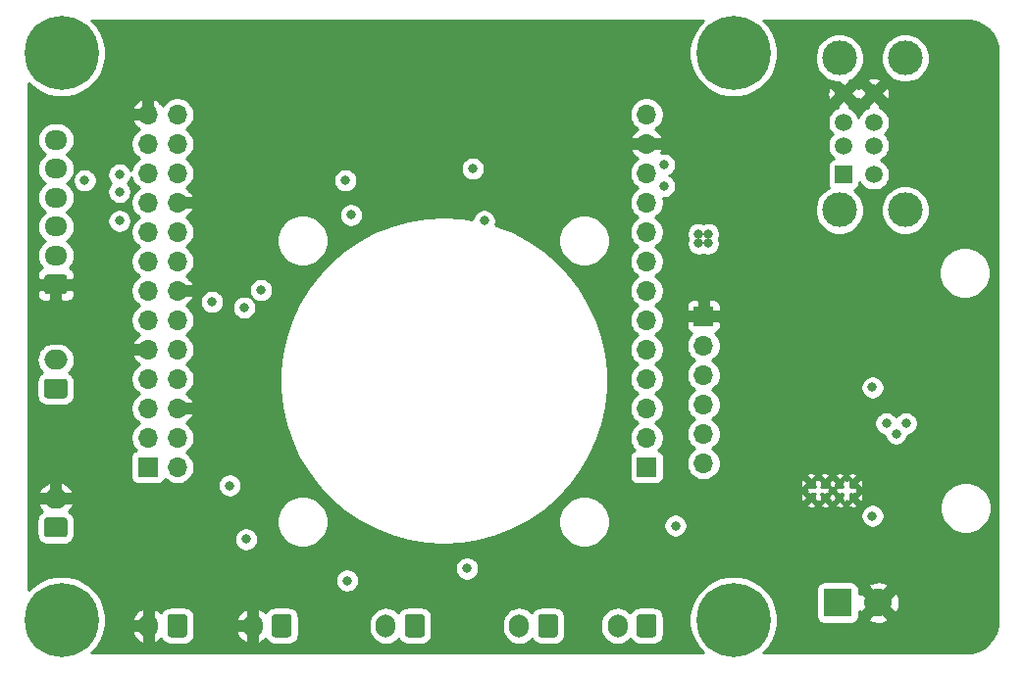
<source format=gbr>
%TF.GenerationSoftware,KiCad,Pcbnew,(5.1.12)-1*%
%TF.CreationDate,2021-12-26T21:26:00+08:00*%
%TF.ProjectId,OrangePiZeroExtentionBoard,4f72616e-6765-4506-995a-65726f457874,rev?*%
%TF.SameCoordinates,Original*%
%TF.FileFunction,Copper,L2,Inr*%
%TF.FilePolarity,Positive*%
%FSLAX46Y46*%
G04 Gerber Fmt 4.6, Leading zero omitted, Abs format (unit mm)*
G04 Created by KiCad (PCBNEW (5.1.12)-1) date 2021-12-26 21:26:00*
%MOMM*%
%LPD*%
G01*
G04 APERTURE LIST*
%TA.AperFunction,ComponentPad*%
%ADD10C,0.600000*%
%TD*%
%TA.AperFunction,ComponentPad*%
%ADD11C,1.500000*%
%TD*%
%TA.AperFunction,ComponentPad*%
%ADD12C,3.000000*%
%TD*%
%TA.AperFunction,ComponentPad*%
%ADD13R,1.500000X1.500000*%
%TD*%
%TA.AperFunction,ComponentPad*%
%ADD14C,0.800000*%
%TD*%
%TA.AperFunction,ComponentPad*%
%ADD15C,6.400000*%
%TD*%
%TA.AperFunction,ComponentPad*%
%ADD16R,2.400000X2.400000*%
%TD*%
%TA.AperFunction,ComponentPad*%
%ADD17C,2.400000*%
%TD*%
%TA.AperFunction,ComponentPad*%
%ADD18O,1.950000X1.700000*%
%TD*%
%TA.AperFunction,ComponentPad*%
%ADD19R,1.700000X1.700000*%
%TD*%
%TA.AperFunction,ComponentPad*%
%ADD20O,1.700000X1.700000*%
%TD*%
%TA.AperFunction,ComponentPad*%
%ADD21O,2.000000X1.700000*%
%TD*%
%TA.AperFunction,ComponentPad*%
%ADD22O,1.700000X2.000000*%
%TD*%
%TA.AperFunction,ViaPad*%
%ADD23C,0.800000*%
%TD*%
%TA.AperFunction,Conductor*%
%ADD24C,0.254000*%
%TD*%
%TA.AperFunction,Conductor*%
%ADD25C,0.100000*%
%TD*%
G04 APERTURE END LIST*
D10*
%TO.N,GND*%
%TO.C,U1*%
X176800000Y-106200000D03*
X175700000Y-106200000D03*
X175700000Y-107400000D03*
X176800000Y-107400000D03*
X173200000Y-106200000D03*
X174400000Y-106200000D03*
X174400000Y-107400000D03*
X173200000Y-107400000D03*
%TD*%
D11*
%TO.N,GND*%
%TO.C,USB1*%
X178620000Y-72500000D03*
%TO.N,USB_DP3*%
X178620000Y-75000000D03*
%TO.N,USB_DM3*%
X178620000Y-77000000D03*
%TO.N,+5V*%
X178620000Y-79500000D03*
D12*
%TO.N,Net-(USB1-Pad9)*%
X181330000Y-69430000D03*
X181330000Y-82570000D03*
D11*
%TO.N,GND*%
X176000000Y-72500000D03*
%TO.N,USB_DP2*%
X176000000Y-75000000D03*
%TO.N,USB_DM2*%
X176000000Y-77000000D03*
D13*
%TO.N,+5V*%
X176000000Y-79500000D03*
D12*
%TO.N,Net-(USB1-Pad9)*%
X175650000Y-82570000D03*
X175650000Y-69430000D03*
%TD*%
D14*
%TO.N,N/C*%
%TO.C,*%
X110197056Y-116302944D03*
X108500000Y-115600000D03*
X106802944Y-116302944D03*
X106100000Y-118000000D03*
X106802944Y-119697056D03*
X108500000Y-120400000D03*
X110197056Y-119697056D03*
X110900000Y-118000000D03*
D15*
X108500000Y-118000000D03*
%TD*%
%TO.N,N/C*%
%TO.C,*%
X108500000Y-69000000D03*
D14*
X110900000Y-69000000D03*
X110197056Y-70697056D03*
X108500000Y-71400000D03*
X106802944Y-70697056D03*
X106100000Y-69000000D03*
X106802944Y-67302944D03*
X108500000Y-66600000D03*
X110197056Y-67302944D03*
%TD*%
%TO.N,N/C*%
%TO.C,*%
X168197056Y-67302944D03*
X166500000Y-66600000D03*
X164802944Y-67302944D03*
X164100000Y-69000000D03*
X164802944Y-70697056D03*
X166500000Y-71400000D03*
X168197056Y-70697056D03*
X168900000Y-69000000D03*
D15*
X166500000Y-69000000D03*
%TD*%
D14*
%TO.N,N/C*%
%TO.C,*%
X168197056Y-116302944D03*
X166500000Y-115600000D03*
X164802944Y-116302944D03*
X164100000Y-118000000D03*
X164802944Y-119697056D03*
X166500000Y-120400000D03*
X168197056Y-119697056D03*
X168900000Y-118000000D03*
D15*
X166500000Y-118000000D03*
%TD*%
D16*
%TO.N,DCIN*%
%TO.C,J2*%
X175500000Y-116500000D03*
D17*
%TO.N,GND*%
X179000000Y-116500000D03*
%TD*%
%TO.N,GND*%
%TO.C,J3*%
%TA.AperFunction,ComponentPad*%
G36*
G01*
X108725000Y-89850000D02*
X107275000Y-89850000D01*
G75*
G02*
X107025000Y-89600000I0J250000D01*
G01*
X107025000Y-88400000D01*
G75*
G02*
X107275000Y-88150000I250000J0D01*
G01*
X108725000Y-88150000D01*
G75*
G02*
X108975000Y-88400000I0J-250000D01*
G01*
X108975000Y-89600000D01*
G75*
G02*
X108725000Y-89850000I-250000J0D01*
G01*
G37*
%TD.AperFunction*%
D18*
%TO.N,+3V3*%
X108000000Y-86500000D03*
%TO.N,SPI1_CS*%
X108000000Y-84000000D03*
%TO.N,SPI1_MISO*%
X108000000Y-81500000D03*
%TO.N,SPI1_MOSI*%
X108000000Y-79000000D03*
%TO.N,SPI1_CLK*%
X108000000Y-76500000D03*
%TD*%
D19*
%TO.N,+3V3*%
%TO.C,J4*%
X115960000Y-104780000D03*
D20*
%TO.N,+5V*%
X118500000Y-104780000D03*
%TO.N,Net-(J4-Pad3)*%
X115960000Y-102240000D03*
%TO.N,+5V*%
X118500000Y-102240000D03*
%TO.N,Net-(J4-Pad5)*%
X115960000Y-99700000D03*
%TO.N,GND*%
X118500000Y-99700000D03*
%TO.N,Net-(J4-Pad7)*%
X115960000Y-97160000D03*
%TO.N,UART1_RX*%
X118500000Y-97160000D03*
%TO.N,GND*%
X115960000Y-94620000D03*
%TO.N,UART1_TX*%
X118500000Y-94620000D03*
%TO.N,GPIO_1_CLK*%
X115960000Y-92080000D03*
%TO.N,Net-(J4-Pad12)*%
X118500000Y-92080000D03*
%TO.N,GPIO_0_SDO*%
X115960000Y-89540000D03*
%TO.N,GND*%
X118500000Y-89540000D03*
%TO.N,GPIO_3_SDI*%
X115960000Y-87000000D03*
%TO.N,GPIO_19*%
X118500000Y-87000000D03*
%TO.N,+3V3*%
X115960000Y-84460000D03*
%TO.N,GPIO_18*%
X118500000Y-84460000D03*
%TO.N,SPI1_MOSI*%
X115960000Y-81920000D03*
%TO.N,GND*%
X118500000Y-81920000D03*
%TO.N,SPI1_MISO*%
X115960000Y-79380000D03*
%TO.N,GPIO_2_CS*%
X118500000Y-79380000D03*
%TO.N,SPI1_CLK*%
X115960000Y-76840000D03*
%TO.N,SPI1_CS*%
X118500000Y-76840000D03*
%TO.N,GND*%
X115960000Y-74300000D03*
%TO.N,GPIO_10*%
X118500000Y-74300000D03*
%TD*%
D19*
%TO.N,Net-(J7-Pad1)*%
%TO.C,J7*%
X159000000Y-104780000D03*
D20*
%TO.N,Net-(J7-Pad2)*%
X159000000Y-102240000D03*
%TO.N,Net-(J7-Pad3)*%
X159000000Y-99700000D03*
%TO.N,Net-(J7-Pad4)*%
X159000000Y-97160000D03*
%TO.N,Net-(J7-Pad5)*%
X159000000Y-94620000D03*
%TO.N,Net-(J7-Pad6)*%
X159000000Y-92080000D03*
%TO.N,Net-(J7-Pad7)*%
X159000000Y-89540000D03*
%TO.N,USB_DP3*%
X159000000Y-87000000D03*
%TO.N,USB_DM3*%
X159000000Y-84460000D03*
%TO.N,USB_DP2*%
X159000000Y-81920000D03*
%TO.N,USB_DM2*%
X159000000Y-79380000D03*
%TO.N,GND*%
X159000000Y-76840000D03*
%TO.N,+5V*%
X159000000Y-74300000D03*
%TD*%
%TO.N,+5V*%
%TO.C,J8*%
%TA.AperFunction,ComponentPad*%
G36*
G01*
X108750000Y-110850000D02*
X107250000Y-110850000D01*
G75*
G02*
X107000000Y-110600000I0J250000D01*
G01*
X107000000Y-109400000D01*
G75*
G02*
X107250000Y-109150000I250000J0D01*
G01*
X108750000Y-109150000D01*
G75*
G02*
X109000000Y-109400000I0J-250000D01*
G01*
X109000000Y-110600000D01*
G75*
G02*
X108750000Y-110850000I-250000J0D01*
G01*
G37*
%TD.AperFunction*%
D21*
%TO.N,GND*%
X108000000Y-107500000D03*
%TD*%
D22*
%TO.N,GND*%
%TO.C,J9*%
X116000000Y-118500000D03*
%TO.N,+5V*%
%TA.AperFunction,ComponentPad*%
G36*
G01*
X119350000Y-117750000D02*
X119350000Y-119250000D01*
G75*
G02*
X119100000Y-119500000I-250000J0D01*
G01*
X117900000Y-119500000D01*
G75*
G02*
X117650000Y-119250000I0J250000D01*
G01*
X117650000Y-117750000D01*
G75*
G02*
X117900000Y-117500000I250000J0D01*
G01*
X119100000Y-117500000D01*
G75*
G02*
X119350000Y-117750000I0J-250000D01*
G01*
G37*
%TD.AperFunction*%
%TD*%
%TO.N,Net-(D2-Pad1)*%
%TO.C,J10*%
X136500000Y-118500000D03*
%TO.N,DCIN*%
%TA.AperFunction,ComponentPad*%
G36*
G01*
X139850000Y-117750000D02*
X139850000Y-119250000D01*
G75*
G02*
X139600000Y-119500000I-250000J0D01*
G01*
X138400000Y-119500000D01*
G75*
G02*
X138150000Y-119250000I0J250000D01*
G01*
X138150000Y-117750000D01*
G75*
G02*
X138400000Y-117500000I250000J0D01*
G01*
X139600000Y-117500000D01*
G75*
G02*
X139850000Y-117750000I0J-250000D01*
G01*
G37*
%TD.AperFunction*%
%TD*%
%TO.N,UART1_RX*%
%TO.C,J11*%
%TA.AperFunction,ComponentPad*%
G36*
G01*
X108750000Y-98850000D02*
X107250000Y-98850000D01*
G75*
G02*
X107000000Y-98600000I0J250000D01*
G01*
X107000000Y-97400000D01*
G75*
G02*
X107250000Y-97150000I250000J0D01*
G01*
X108750000Y-97150000D01*
G75*
G02*
X109000000Y-97400000I0J-250000D01*
G01*
X109000000Y-98600000D01*
G75*
G02*
X108750000Y-98850000I-250000J0D01*
G01*
G37*
%TD.AperFunction*%
D21*
%TO.N,UART1_TX*%
X108000000Y-95500000D03*
%TD*%
%TO.N,DCIN*%
%TO.C,J12*%
%TA.AperFunction,ComponentPad*%
G36*
G01*
X151350000Y-117750000D02*
X151350000Y-119250000D01*
G75*
G02*
X151100000Y-119500000I-250000J0D01*
G01*
X149900000Y-119500000D01*
G75*
G02*
X149650000Y-119250000I0J250000D01*
G01*
X149650000Y-117750000D01*
G75*
G02*
X149900000Y-117500000I250000J0D01*
G01*
X151100000Y-117500000D01*
G75*
G02*
X151350000Y-117750000I0J-250000D01*
G01*
G37*
%TD.AperFunction*%
D22*
%TO.N,Net-(D3-Pad1)*%
X148000000Y-118500000D03*
%TD*%
%TO.N,GND*%
%TO.C,J13*%
X125000000Y-118500000D03*
%TO.N,DCIN*%
%TA.AperFunction,ComponentPad*%
G36*
G01*
X128350000Y-117750000D02*
X128350000Y-119250000D01*
G75*
G02*
X128100000Y-119500000I-250000J0D01*
G01*
X126900000Y-119500000D01*
G75*
G02*
X126650000Y-119250000I0J250000D01*
G01*
X126650000Y-117750000D01*
G75*
G02*
X126900000Y-117500000I250000J0D01*
G01*
X128100000Y-117500000D01*
G75*
G02*
X128350000Y-117750000I0J-250000D01*
G01*
G37*
%TD.AperFunction*%
%TD*%
%TO.N,Net-(D5-Pad1)*%
%TO.C,J15*%
X156500000Y-118500000D03*
%TO.N,DCIN*%
%TA.AperFunction,ComponentPad*%
G36*
G01*
X159850000Y-117750000D02*
X159850000Y-119250000D01*
G75*
G02*
X159600000Y-119500000I-250000J0D01*
G01*
X158400000Y-119500000D01*
G75*
G02*
X158150000Y-119250000I0J250000D01*
G01*
X158150000Y-117750000D01*
G75*
G02*
X158400000Y-117500000I250000J0D01*
G01*
X159600000Y-117500000D01*
G75*
G02*
X159850000Y-117750000I0J-250000D01*
G01*
G37*
%TD.AperFunction*%
%TD*%
D19*
%TO.N,GND*%
%TO.C,J5*%
X163910000Y-91750000D03*
D20*
%TO.N,+3V3*%
X163910000Y-94290000D03*
%TO.N,GPIO_1_CLK*%
X163910000Y-96830000D03*
%TO.N,GPIO_0_SDO*%
X163910000Y-99370000D03*
%TO.N,GPIO_3_SDI*%
X163910000Y-101910000D03*
%TO.N,GPIO_2_CS*%
X163910000Y-104450000D03*
%TD*%
D23*
%TO.N,GND*%
X182000000Y-116500000D03*
X163100000Y-110450000D03*
X164000000Y-111300000D03*
X181650000Y-110950000D03*
X179350000Y-110950000D03*
X182350000Y-98550000D03*
X182350000Y-99400000D03*
X183200000Y-98550000D03*
X183200000Y-99400000D03*
X175700000Y-97350000D03*
X175700000Y-98150000D03*
X176500000Y-97350000D03*
X176500000Y-98150000D03*
X167650000Y-102750000D03*
X167650000Y-101900000D03*
X166800000Y-101900000D03*
X166800000Y-102750000D03*
X164000000Y-73700000D03*
X164000000Y-72900000D03*
X163200000Y-72900000D03*
X163200000Y-73700000D03*
X114650000Y-74350000D03*
X123550000Y-70950000D03*
X123500000Y-77350000D03*
X119750000Y-109000000D03*
X121450000Y-109000000D03*
X123550000Y-83550000D03*
%TO.N,+5V*%
X164300000Y-84650000D03*
X164300000Y-85450000D03*
X163500000Y-85450000D03*
X163500000Y-84650000D03*
%TO.N,USB_DP2*%
X160500000Y-80500000D03*
X160500000Y-78655000D03*
%TO.N,DCIN*%
X143500000Y-113550000D03*
X161500000Y-109850000D03*
X180550000Y-101900000D03*
X179700000Y-101000000D03*
X181400000Y-101000000D03*
X133150000Y-114600000D03*
%TO.N,SPI1_CS*%
X113500000Y-83500000D03*
X113500000Y-81000000D03*
%TO.N,SPI1_MISO*%
X110500000Y-80000000D03*
X113500000Y-79500000D03*
%TO.N,GPIO_0_SDO*%
X121500000Y-90500000D03*
%TO.N,GPIO_3_SDI*%
X133000000Y-80000000D03*
X133500000Y-83000000D03*
%TO.N,GPIO_2_CS*%
X144987347Y-83500000D03*
X144000000Y-79000000D03*
%TO.N,Net-(Q2-Pad1)*%
X124275000Y-91000000D03*
X125725000Y-89500000D03*
%TO.N,Net-(Q4-Pad1)*%
X124425000Y-111025000D03*
X123025000Y-106375000D03*
%TO.N,BUCK_VSNS*%
X178500000Y-109000000D03*
X178500000Y-97900000D03*
%TD*%
D24*
%TO.N,GND*%
X163521161Y-66555330D02*
X163101467Y-67183446D01*
X162812377Y-67881372D01*
X162665000Y-68622285D01*
X162665000Y-69377715D01*
X162812377Y-70118628D01*
X163101467Y-70816554D01*
X163521161Y-71444670D01*
X164055330Y-71978839D01*
X164683446Y-72398533D01*
X165381372Y-72687623D01*
X166122285Y-72835000D01*
X166877715Y-72835000D01*
X167618628Y-72687623D01*
X167951618Y-72549694D01*
X174609186Y-72549694D01*
X174645605Y-72820073D01*
X174696039Y-72986330D01*
X174905274Y-73067224D01*
X175472498Y-72500000D01*
X176527502Y-72500000D01*
X177094726Y-73067224D01*
X177303961Y-72986330D01*
X177309590Y-72965070D01*
X177316039Y-72986330D01*
X177525274Y-73067224D01*
X178092498Y-72500000D01*
X179147502Y-72500000D01*
X179714726Y-73067224D01*
X179923961Y-72986330D01*
X179993785Y-72722595D01*
X180010814Y-72450306D01*
X179974395Y-72179927D01*
X179923961Y-72013670D01*
X179714726Y-71932776D01*
X179147502Y-72500000D01*
X178092498Y-72500000D01*
X177525274Y-71932776D01*
X177316039Y-72013670D01*
X177310410Y-72034930D01*
X177303961Y-72013670D01*
X177094726Y-71932776D01*
X176527502Y-72500000D01*
X175472498Y-72500000D01*
X174905274Y-71932776D01*
X174696039Y-72013670D01*
X174626215Y-72277405D01*
X174609186Y-72549694D01*
X167951618Y-72549694D01*
X168316554Y-72398533D01*
X168944670Y-71978839D01*
X169478839Y-71444670D01*
X169898533Y-70816554D01*
X170187623Y-70118628D01*
X170335000Y-69377715D01*
X170335000Y-69219721D01*
X173515000Y-69219721D01*
X173515000Y-69640279D01*
X173597047Y-70052756D01*
X173757988Y-70441302D01*
X173991637Y-70790983D01*
X174289017Y-71088363D01*
X174638698Y-71322012D01*
X175027244Y-71482953D01*
X175439721Y-71565000D01*
X175592502Y-71565000D01*
X176000000Y-71972498D01*
X176567224Y-71405274D01*
X178052776Y-71405274D01*
X178620000Y-71972498D01*
X179187224Y-71405274D01*
X179106330Y-71196039D01*
X178842595Y-71126215D01*
X178570306Y-71109186D01*
X178299927Y-71145605D01*
X178133670Y-71196039D01*
X178052776Y-71405274D01*
X176567224Y-71405274D01*
X176552463Y-71367095D01*
X176661302Y-71322012D01*
X177010983Y-71088363D01*
X177308363Y-70790983D01*
X177542012Y-70441302D01*
X177702953Y-70052756D01*
X177785000Y-69640279D01*
X177785000Y-69219721D01*
X179195000Y-69219721D01*
X179195000Y-69640279D01*
X179277047Y-70052756D01*
X179437988Y-70441302D01*
X179671637Y-70790983D01*
X179969017Y-71088363D01*
X180318698Y-71322012D01*
X180707244Y-71482953D01*
X181119721Y-71565000D01*
X181540279Y-71565000D01*
X181952756Y-71482953D01*
X182341302Y-71322012D01*
X182690983Y-71088363D01*
X182988363Y-70790983D01*
X183222012Y-70441302D01*
X183382953Y-70052756D01*
X183465000Y-69640279D01*
X183465000Y-69219721D01*
X183382953Y-68807244D01*
X183222012Y-68418698D01*
X182988363Y-68069017D01*
X182690983Y-67771637D01*
X182341302Y-67537988D01*
X181952756Y-67377047D01*
X181540279Y-67295000D01*
X181119721Y-67295000D01*
X180707244Y-67377047D01*
X180318698Y-67537988D01*
X179969017Y-67771637D01*
X179671637Y-68069017D01*
X179437988Y-68418698D01*
X179277047Y-68807244D01*
X179195000Y-69219721D01*
X177785000Y-69219721D01*
X177702953Y-68807244D01*
X177542012Y-68418698D01*
X177308363Y-68069017D01*
X177010983Y-67771637D01*
X176661302Y-67537988D01*
X176272756Y-67377047D01*
X175860279Y-67295000D01*
X175439721Y-67295000D01*
X175027244Y-67377047D01*
X174638698Y-67537988D01*
X174289017Y-67771637D01*
X173991637Y-68069017D01*
X173757988Y-68418698D01*
X173597047Y-68807244D01*
X173515000Y-69219721D01*
X170335000Y-69219721D01*
X170335000Y-68622285D01*
X170187623Y-67881372D01*
X169898533Y-67183446D01*
X169478839Y-66555330D01*
X169083509Y-66160000D01*
X186467721Y-66160000D01*
X187051010Y-66217192D01*
X187581036Y-66377216D01*
X188069879Y-66637140D01*
X188498931Y-66987065D01*
X188851844Y-67413664D01*
X189115173Y-67900681D01*
X189278894Y-68429578D01*
X189340000Y-69010960D01*
X189340001Y-117967711D01*
X189282808Y-118551010D01*
X189122783Y-119081036D01*
X188862860Y-119569880D01*
X188512935Y-119998931D01*
X188086335Y-120351845D01*
X187599320Y-120615173D01*
X187070422Y-120778894D01*
X186489040Y-120840000D01*
X169083509Y-120840000D01*
X169478839Y-120444670D01*
X169898533Y-119816554D01*
X170187623Y-119118628D01*
X170335000Y-118377715D01*
X170335000Y-117622285D01*
X170187623Y-116881372D01*
X169898533Y-116183446D01*
X169478839Y-115555330D01*
X169223509Y-115300000D01*
X173661928Y-115300000D01*
X173661928Y-117700000D01*
X173674188Y-117824482D01*
X173710498Y-117944180D01*
X173769463Y-118054494D01*
X173848815Y-118151185D01*
X173945506Y-118230537D01*
X174055820Y-118289502D01*
X174175518Y-118325812D01*
X174300000Y-118338072D01*
X176700000Y-118338072D01*
X176824482Y-118325812D01*
X176944180Y-118289502D01*
X177054494Y-118230537D01*
X177151185Y-118151185D01*
X177230537Y-118054494D01*
X177289502Y-117944180D01*
X177295089Y-117925760D01*
X178101742Y-117925760D01*
X178240366Y-118180133D01*
X178582739Y-118296047D01*
X178941148Y-118342940D01*
X179301819Y-118319010D01*
X179650890Y-118225176D01*
X179759634Y-118180133D01*
X179898258Y-117925760D01*
X179000000Y-117027502D01*
X178101742Y-117925760D01*
X177295089Y-117925760D01*
X177325812Y-117824482D01*
X177338072Y-117700000D01*
X177338072Y-117269555D01*
X177574240Y-117398258D01*
X178472498Y-116500000D01*
X179527502Y-116500000D01*
X180425760Y-117398258D01*
X180680133Y-117259634D01*
X180796047Y-116917261D01*
X180842940Y-116558852D01*
X180819010Y-116198181D01*
X180725176Y-115849110D01*
X180680133Y-115740366D01*
X180425760Y-115601742D01*
X179527502Y-116500000D01*
X178472498Y-116500000D01*
X177574240Y-115601742D01*
X177338072Y-115730445D01*
X177338072Y-115300000D01*
X177325812Y-115175518D01*
X177295090Y-115074240D01*
X178101742Y-115074240D01*
X179000000Y-115972498D01*
X179898258Y-115074240D01*
X179759634Y-114819867D01*
X179417261Y-114703953D01*
X179058852Y-114657060D01*
X178698181Y-114680990D01*
X178349110Y-114774824D01*
X178240366Y-114819867D01*
X178101742Y-115074240D01*
X177295090Y-115074240D01*
X177289502Y-115055820D01*
X177230537Y-114945506D01*
X177151185Y-114848815D01*
X177054494Y-114769463D01*
X176944180Y-114710498D01*
X176824482Y-114674188D01*
X176700000Y-114661928D01*
X174300000Y-114661928D01*
X174175518Y-114674188D01*
X174055820Y-114710498D01*
X173945506Y-114769463D01*
X173848815Y-114848815D01*
X173769463Y-114945506D01*
X173710498Y-115055820D01*
X173674188Y-115175518D01*
X173661928Y-115300000D01*
X169223509Y-115300000D01*
X168944670Y-115021161D01*
X168316554Y-114601467D01*
X167618628Y-114312377D01*
X166877715Y-114165000D01*
X166122285Y-114165000D01*
X165381372Y-114312377D01*
X164683446Y-114601467D01*
X164055330Y-115021161D01*
X163521161Y-115555330D01*
X163101467Y-116183446D01*
X162812377Y-116881372D01*
X162665000Y-117622285D01*
X162665000Y-118377715D01*
X162812377Y-119118628D01*
X163101467Y-119816554D01*
X163521161Y-120444670D01*
X163916491Y-120840000D01*
X111083509Y-120840000D01*
X111478839Y-120444670D01*
X111898533Y-119816554D01*
X112187623Y-119118628D01*
X112191698Y-119098138D01*
X114596087Y-119098138D01*
X114710490Y-119363417D01*
X114874448Y-119601280D01*
X115081661Y-119802586D01*
X115324165Y-119959598D01*
X115406735Y-120011345D01*
X115627000Y-119922718D01*
X115627000Y-118873000D01*
X114702017Y-118873000D01*
X114596087Y-119098138D01*
X112191698Y-119098138D01*
X112335000Y-118377715D01*
X112335000Y-117901862D01*
X114596087Y-117901862D01*
X114702017Y-118127000D01*
X115627000Y-118127000D01*
X115627000Y-117077282D01*
X116373000Y-117077282D01*
X116373000Y-118127000D01*
X116393000Y-118127000D01*
X116393000Y-118873000D01*
X116373000Y-118873000D01*
X116373000Y-119922718D01*
X116593265Y-120011345D01*
X116675835Y-119959598D01*
X116918339Y-119802586D01*
X117099280Y-119626803D01*
X117161595Y-119743386D01*
X117272038Y-119877962D01*
X117406614Y-119988405D01*
X117560150Y-120070472D01*
X117726746Y-120121008D01*
X117900000Y-120138072D01*
X119100000Y-120138072D01*
X119273254Y-120121008D01*
X119439850Y-120070472D01*
X119593386Y-119988405D01*
X119727962Y-119877962D01*
X119838405Y-119743386D01*
X119920472Y-119589850D01*
X119971008Y-119423254D01*
X119988072Y-119250000D01*
X119988072Y-119098138D01*
X123596087Y-119098138D01*
X123710490Y-119363417D01*
X123874448Y-119601280D01*
X124081661Y-119802586D01*
X124324165Y-119959598D01*
X124406735Y-120011345D01*
X124627000Y-119922718D01*
X124627000Y-118873000D01*
X123702017Y-118873000D01*
X123596087Y-119098138D01*
X119988072Y-119098138D01*
X119988072Y-117901862D01*
X123596087Y-117901862D01*
X123702017Y-118127000D01*
X124627000Y-118127000D01*
X124627000Y-117077282D01*
X125373000Y-117077282D01*
X125373000Y-118127000D01*
X125393000Y-118127000D01*
X125393000Y-118873000D01*
X125373000Y-118873000D01*
X125373000Y-119922718D01*
X125593265Y-120011345D01*
X125675835Y-119959598D01*
X125918339Y-119802586D01*
X126099280Y-119626803D01*
X126161595Y-119743386D01*
X126272038Y-119877962D01*
X126406614Y-119988405D01*
X126560150Y-120070472D01*
X126726746Y-120121008D01*
X126900000Y-120138072D01*
X128100000Y-120138072D01*
X128273254Y-120121008D01*
X128439850Y-120070472D01*
X128593386Y-119988405D01*
X128727962Y-119877962D01*
X128838405Y-119743386D01*
X128920472Y-119589850D01*
X128971008Y-119423254D01*
X128988072Y-119250000D01*
X128988072Y-118277050D01*
X135015000Y-118277050D01*
X135015000Y-118722949D01*
X135036487Y-118941110D01*
X135121401Y-119221033D01*
X135259294Y-119479013D01*
X135444866Y-119705134D01*
X135670986Y-119890706D01*
X135928966Y-120028599D01*
X136208889Y-120113513D01*
X136500000Y-120142185D01*
X136791110Y-120113513D01*
X137071033Y-120028599D01*
X137329013Y-119890706D01*
X137555134Y-119705134D01*
X137607223Y-119641663D01*
X137661595Y-119743386D01*
X137772038Y-119877962D01*
X137906614Y-119988405D01*
X138060150Y-120070472D01*
X138226746Y-120121008D01*
X138400000Y-120138072D01*
X139600000Y-120138072D01*
X139773254Y-120121008D01*
X139939850Y-120070472D01*
X140093386Y-119988405D01*
X140227962Y-119877962D01*
X140338405Y-119743386D01*
X140420472Y-119589850D01*
X140471008Y-119423254D01*
X140488072Y-119250000D01*
X140488072Y-118277050D01*
X146515000Y-118277050D01*
X146515000Y-118722949D01*
X146536487Y-118941110D01*
X146621401Y-119221033D01*
X146759294Y-119479013D01*
X146944866Y-119705134D01*
X147170986Y-119890706D01*
X147428966Y-120028599D01*
X147708889Y-120113513D01*
X148000000Y-120142185D01*
X148291110Y-120113513D01*
X148571033Y-120028599D01*
X148829013Y-119890706D01*
X149055134Y-119705134D01*
X149107223Y-119641663D01*
X149161595Y-119743386D01*
X149272038Y-119877962D01*
X149406614Y-119988405D01*
X149560150Y-120070472D01*
X149726746Y-120121008D01*
X149900000Y-120138072D01*
X151100000Y-120138072D01*
X151273254Y-120121008D01*
X151439850Y-120070472D01*
X151593386Y-119988405D01*
X151727962Y-119877962D01*
X151838405Y-119743386D01*
X151920472Y-119589850D01*
X151971008Y-119423254D01*
X151988072Y-119250000D01*
X151988072Y-118277050D01*
X155015000Y-118277050D01*
X155015000Y-118722949D01*
X155036487Y-118941110D01*
X155121401Y-119221033D01*
X155259294Y-119479013D01*
X155444866Y-119705134D01*
X155670986Y-119890706D01*
X155928966Y-120028599D01*
X156208889Y-120113513D01*
X156500000Y-120142185D01*
X156791110Y-120113513D01*
X157071033Y-120028599D01*
X157329013Y-119890706D01*
X157555134Y-119705134D01*
X157607223Y-119641663D01*
X157661595Y-119743386D01*
X157772038Y-119877962D01*
X157906614Y-119988405D01*
X158060150Y-120070472D01*
X158226746Y-120121008D01*
X158400000Y-120138072D01*
X159600000Y-120138072D01*
X159773254Y-120121008D01*
X159939850Y-120070472D01*
X160093386Y-119988405D01*
X160227962Y-119877962D01*
X160338405Y-119743386D01*
X160420472Y-119589850D01*
X160471008Y-119423254D01*
X160488072Y-119250000D01*
X160488072Y-117750000D01*
X160471008Y-117576746D01*
X160420472Y-117410150D01*
X160338405Y-117256614D01*
X160227962Y-117122038D01*
X160093386Y-117011595D01*
X159939850Y-116929528D01*
X159773254Y-116878992D01*
X159600000Y-116861928D01*
X158400000Y-116861928D01*
X158226746Y-116878992D01*
X158060150Y-116929528D01*
X157906614Y-117011595D01*
X157772038Y-117122038D01*
X157661595Y-117256614D01*
X157607223Y-117358337D01*
X157555134Y-117294866D01*
X157329014Y-117109294D01*
X157071034Y-116971401D01*
X156791111Y-116886487D01*
X156500000Y-116857815D01*
X156208890Y-116886487D01*
X155928967Y-116971401D01*
X155670987Y-117109294D01*
X155444866Y-117294866D01*
X155259294Y-117520986D01*
X155121401Y-117778966D01*
X155036487Y-118058889D01*
X155015000Y-118277050D01*
X151988072Y-118277050D01*
X151988072Y-117750000D01*
X151971008Y-117576746D01*
X151920472Y-117410150D01*
X151838405Y-117256614D01*
X151727962Y-117122038D01*
X151593386Y-117011595D01*
X151439850Y-116929528D01*
X151273254Y-116878992D01*
X151100000Y-116861928D01*
X149900000Y-116861928D01*
X149726746Y-116878992D01*
X149560150Y-116929528D01*
X149406614Y-117011595D01*
X149272038Y-117122038D01*
X149161595Y-117256614D01*
X149107223Y-117358337D01*
X149055134Y-117294866D01*
X148829014Y-117109294D01*
X148571034Y-116971401D01*
X148291111Y-116886487D01*
X148000000Y-116857815D01*
X147708890Y-116886487D01*
X147428967Y-116971401D01*
X147170987Y-117109294D01*
X146944866Y-117294866D01*
X146759294Y-117520986D01*
X146621401Y-117778966D01*
X146536487Y-118058889D01*
X146515000Y-118277050D01*
X140488072Y-118277050D01*
X140488072Y-117750000D01*
X140471008Y-117576746D01*
X140420472Y-117410150D01*
X140338405Y-117256614D01*
X140227962Y-117122038D01*
X140093386Y-117011595D01*
X139939850Y-116929528D01*
X139773254Y-116878992D01*
X139600000Y-116861928D01*
X138400000Y-116861928D01*
X138226746Y-116878992D01*
X138060150Y-116929528D01*
X137906614Y-117011595D01*
X137772038Y-117122038D01*
X137661595Y-117256614D01*
X137607223Y-117358337D01*
X137555134Y-117294866D01*
X137329014Y-117109294D01*
X137071034Y-116971401D01*
X136791111Y-116886487D01*
X136500000Y-116857815D01*
X136208890Y-116886487D01*
X135928967Y-116971401D01*
X135670987Y-117109294D01*
X135444866Y-117294866D01*
X135259294Y-117520986D01*
X135121401Y-117778966D01*
X135036487Y-118058889D01*
X135015000Y-118277050D01*
X128988072Y-118277050D01*
X128988072Y-117750000D01*
X128971008Y-117576746D01*
X128920472Y-117410150D01*
X128838405Y-117256614D01*
X128727962Y-117122038D01*
X128593386Y-117011595D01*
X128439850Y-116929528D01*
X128273254Y-116878992D01*
X128100000Y-116861928D01*
X126900000Y-116861928D01*
X126726746Y-116878992D01*
X126560150Y-116929528D01*
X126406614Y-117011595D01*
X126272038Y-117122038D01*
X126161595Y-117256614D01*
X126099280Y-117373197D01*
X125918339Y-117197414D01*
X125675835Y-117040402D01*
X125593265Y-116988655D01*
X125373000Y-117077282D01*
X124627000Y-117077282D01*
X124406735Y-116988655D01*
X124324165Y-117040402D01*
X124081661Y-117197414D01*
X123874448Y-117398720D01*
X123710490Y-117636583D01*
X123596087Y-117901862D01*
X119988072Y-117901862D01*
X119988072Y-117750000D01*
X119971008Y-117576746D01*
X119920472Y-117410150D01*
X119838405Y-117256614D01*
X119727962Y-117122038D01*
X119593386Y-117011595D01*
X119439850Y-116929528D01*
X119273254Y-116878992D01*
X119100000Y-116861928D01*
X117900000Y-116861928D01*
X117726746Y-116878992D01*
X117560150Y-116929528D01*
X117406614Y-117011595D01*
X117272038Y-117122038D01*
X117161595Y-117256614D01*
X117099280Y-117373197D01*
X116918339Y-117197414D01*
X116675835Y-117040402D01*
X116593265Y-116988655D01*
X116373000Y-117077282D01*
X115627000Y-117077282D01*
X115406735Y-116988655D01*
X115324165Y-117040402D01*
X115081661Y-117197414D01*
X114874448Y-117398720D01*
X114710490Y-117636583D01*
X114596087Y-117901862D01*
X112335000Y-117901862D01*
X112335000Y-117622285D01*
X112187623Y-116881372D01*
X111898533Y-116183446D01*
X111478839Y-115555330D01*
X110944670Y-115021161D01*
X110316554Y-114601467D01*
X110066910Y-114498061D01*
X132115000Y-114498061D01*
X132115000Y-114701939D01*
X132154774Y-114901898D01*
X132232795Y-115090256D01*
X132346063Y-115259774D01*
X132490226Y-115403937D01*
X132659744Y-115517205D01*
X132848102Y-115595226D01*
X133048061Y-115635000D01*
X133251939Y-115635000D01*
X133451898Y-115595226D01*
X133640256Y-115517205D01*
X133809774Y-115403937D01*
X133953937Y-115259774D01*
X134067205Y-115090256D01*
X134145226Y-114901898D01*
X134185000Y-114701939D01*
X134185000Y-114498061D01*
X134145226Y-114298102D01*
X134067205Y-114109744D01*
X133953937Y-113940226D01*
X133809774Y-113796063D01*
X133640256Y-113682795D01*
X133451898Y-113604774D01*
X133251939Y-113565000D01*
X133048061Y-113565000D01*
X132848102Y-113604774D01*
X132659744Y-113682795D01*
X132490226Y-113796063D01*
X132346063Y-113940226D01*
X132232795Y-114109744D01*
X132154774Y-114298102D01*
X132115000Y-114498061D01*
X110066910Y-114498061D01*
X109618628Y-114312377D01*
X108877715Y-114165000D01*
X108122285Y-114165000D01*
X107381372Y-114312377D01*
X106683446Y-114601467D01*
X106055330Y-115021161D01*
X105660000Y-115416491D01*
X105660000Y-113448061D01*
X142465000Y-113448061D01*
X142465000Y-113651939D01*
X142504774Y-113851898D01*
X142582795Y-114040256D01*
X142696063Y-114209774D01*
X142840226Y-114353937D01*
X143009744Y-114467205D01*
X143198102Y-114545226D01*
X143398061Y-114585000D01*
X143601939Y-114585000D01*
X143801898Y-114545226D01*
X143990256Y-114467205D01*
X144159774Y-114353937D01*
X144303937Y-114209774D01*
X144417205Y-114040256D01*
X144495226Y-113851898D01*
X144535000Y-113651939D01*
X144535000Y-113448061D01*
X144495226Y-113248102D01*
X144417205Y-113059744D01*
X144303937Y-112890226D01*
X144159774Y-112746063D01*
X143990256Y-112632795D01*
X143801898Y-112554774D01*
X143601939Y-112515000D01*
X143398061Y-112515000D01*
X143198102Y-112554774D01*
X143009744Y-112632795D01*
X142840226Y-112746063D01*
X142696063Y-112890226D01*
X142582795Y-113059744D01*
X142504774Y-113248102D01*
X142465000Y-113448061D01*
X105660000Y-113448061D01*
X105660000Y-109400000D01*
X106361928Y-109400000D01*
X106361928Y-110600000D01*
X106378992Y-110773254D01*
X106429528Y-110939850D01*
X106511595Y-111093386D01*
X106622038Y-111227962D01*
X106756614Y-111338405D01*
X106910150Y-111420472D01*
X107076746Y-111471008D01*
X107250000Y-111488072D01*
X108750000Y-111488072D01*
X108923254Y-111471008D01*
X109089850Y-111420472D01*
X109243386Y-111338405D01*
X109377962Y-111227962D01*
X109488405Y-111093386D01*
X109570472Y-110939850D01*
X109575564Y-110923061D01*
X123390000Y-110923061D01*
X123390000Y-111126939D01*
X123429774Y-111326898D01*
X123507795Y-111515256D01*
X123621063Y-111684774D01*
X123765226Y-111828937D01*
X123934744Y-111942205D01*
X124123102Y-112020226D01*
X124323061Y-112060000D01*
X124526939Y-112060000D01*
X124726898Y-112020226D01*
X124915256Y-111942205D01*
X125084774Y-111828937D01*
X125228937Y-111684774D01*
X125342205Y-111515256D01*
X125420226Y-111326898D01*
X125460000Y-111126939D01*
X125460000Y-110923061D01*
X125420226Y-110723102D01*
X125342205Y-110534744D01*
X125228937Y-110365226D01*
X125084774Y-110221063D01*
X124915256Y-110107795D01*
X124726898Y-110029774D01*
X124526939Y-109990000D01*
X124323061Y-109990000D01*
X124123102Y-110029774D01*
X123934744Y-110107795D01*
X123765226Y-110221063D01*
X123621063Y-110365226D01*
X123507795Y-110534744D01*
X123429774Y-110723102D01*
X123390000Y-110923061D01*
X109575564Y-110923061D01*
X109621008Y-110773254D01*
X109638072Y-110600000D01*
X109638072Y-109400000D01*
X109626241Y-109279872D01*
X127065000Y-109279872D01*
X127065000Y-109720128D01*
X127150890Y-110151925D01*
X127319369Y-110558669D01*
X127563962Y-110924729D01*
X127875271Y-111236038D01*
X128241331Y-111480631D01*
X128648075Y-111649110D01*
X129079872Y-111735000D01*
X129520128Y-111735000D01*
X129951925Y-111649110D01*
X130358669Y-111480631D01*
X130724729Y-111236038D01*
X131036038Y-110924729D01*
X131280631Y-110558669D01*
X131449110Y-110151925D01*
X131535000Y-109720128D01*
X131535000Y-109279872D01*
X131449110Y-108848075D01*
X131280631Y-108441331D01*
X131036038Y-108075271D01*
X130724729Y-107763962D01*
X130358669Y-107519369D01*
X129951925Y-107350890D01*
X129520128Y-107265000D01*
X129079872Y-107265000D01*
X128648075Y-107350890D01*
X128241331Y-107519369D01*
X127875271Y-107763962D01*
X127563962Y-108075271D01*
X127319369Y-108441331D01*
X127150890Y-108848075D01*
X127065000Y-109279872D01*
X109626241Y-109279872D01*
X109621008Y-109226746D01*
X109570472Y-109060150D01*
X109488405Y-108906614D01*
X109377962Y-108772038D01*
X109243386Y-108661595D01*
X109126803Y-108599280D01*
X109302586Y-108418339D01*
X109459598Y-108175835D01*
X109511345Y-108093265D01*
X109422718Y-107873000D01*
X108373000Y-107873000D01*
X108373000Y-107893000D01*
X107627000Y-107893000D01*
X107627000Y-107873000D01*
X106577282Y-107873000D01*
X106488655Y-108093265D01*
X106540402Y-108175835D01*
X106697414Y-108418339D01*
X106873197Y-108599280D01*
X106756614Y-108661595D01*
X106622038Y-108772038D01*
X106511595Y-108906614D01*
X106429528Y-109060150D01*
X106378992Y-109226746D01*
X106361928Y-109400000D01*
X105660000Y-109400000D01*
X105660000Y-106906735D01*
X106488655Y-106906735D01*
X106577282Y-107127000D01*
X107627000Y-107127000D01*
X107627000Y-106202017D01*
X108373000Y-106202017D01*
X108373000Y-107127000D01*
X109422718Y-107127000D01*
X109511345Y-106906735D01*
X109459598Y-106824165D01*
X109302586Y-106581661D01*
X109101280Y-106374448D01*
X108954193Y-106273061D01*
X121990000Y-106273061D01*
X121990000Y-106476939D01*
X122029774Y-106676898D01*
X122107795Y-106865256D01*
X122221063Y-107034774D01*
X122365226Y-107178937D01*
X122534744Y-107292205D01*
X122723102Y-107370226D01*
X122923061Y-107410000D01*
X123126939Y-107410000D01*
X123326898Y-107370226D01*
X123515256Y-107292205D01*
X123684774Y-107178937D01*
X123828937Y-107034774D01*
X123942205Y-106865256D01*
X124020226Y-106676898D01*
X124060000Y-106476939D01*
X124060000Y-106273061D01*
X124020226Y-106073102D01*
X123942205Y-105884744D01*
X123828937Y-105715226D01*
X123684774Y-105571063D01*
X123515256Y-105457795D01*
X123326898Y-105379774D01*
X123126939Y-105340000D01*
X122923061Y-105340000D01*
X122723102Y-105379774D01*
X122534744Y-105457795D01*
X122365226Y-105571063D01*
X122221063Y-105715226D01*
X122107795Y-105884744D01*
X122029774Y-106073102D01*
X121990000Y-106273061D01*
X108954193Y-106273061D01*
X108863417Y-106210490D01*
X108598138Y-106096087D01*
X108373000Y-106202017D01*
X107627000Y-106202017D01*
X107401862Y-106096087D01*
X107136583Y-106210490D01*
X106898720Y-106374448D01*
X106697414Y-106581661D01*
X106540402Y-106824165D01*
X106488655Y-106906735D01*
X105660000Y-106906735D01*
X105660000Y-95500000D01*
X106357815Y-95500000D01*
X106386487Y-95791111D01*
X106471401Y-96071034D01*
X106609294Y-96329014D01*
X106794866Y-96555134D01*
X106858337Y-96607223D01*
X106756614Y-96661595D01*
X106622038Y-96772038D01*
X106511595Y-96906614D01*
X106429528Y-97060150D01*
X106378992Y-97226746D01*
X106361928Y-97400000D01*
X106361928Y-98600000D01*
X106378992Y-98773254D01*
X106429528Y-98939850D01*
X106511595Y-99093386D01*
X106622038Y-99227962D01*
X106756614Y-99338405D01*
X106910150Y-99420472D01*
X107076746Y-99471008D01*
X107250000Y-99488072D01*
X108750000Y-99488072D01*
X108923254Y-99471008D01*
X109089850Y-99420472D01*
X109243386Y-99338405D01*
X109377962Y-99227962D01*
X109488405Y-99093386D01*
X109570472Y-98939850D01*
X109621008Y-98773254D01*
X109638072Y-98600000D01*
X109638072Y-97400000D01*
X109621008Y-97226746D01*
X109570472Y-97060150D01*
X109488405Y-96906614D01*
X109377962Y-96772038D01*
X109243386Y-96661595D01*
X109141663Y-96607223D01*
X109205134Y-96555134D01*
X109390706Y-96329014D01*
X109528599Y-96071034D01*
X109613513Y-95791111D01*
X109642185Y-95500000D01*
X109613513Y-95208889D01*
X109528599Y-94928966D01*
X109390706Y-94670986D01*
X109205134Y-94444866D01*
X108979014Y-94259294D01*
X108721034Y-94121401D01*
X108441111Y-94036487D01*
X108222950Y-94015000D01*
X107777050Y-94015000D01*
X107558889Y-94036487D01*
X107278966Y-94121401D01*
X107020986Y-94259294D01*
X106794866Y-94444866D01*
X106609294Y-94670986D01*
X106471401Y-94928966D01*
X106386487Y-95208889D01*
X106357815Y-95500000D01*
X105660000Y-95500000D01*
X105660000Y-89850000D01*
X106386928Y-89850000D01*
X106399188Y-89974482D01*
X106435498Y-90094180D01*
X106494463Y-90204494D01*
X106573815Y-90301185D01*
X106670506Y-90380537D01*
X106780820Y-90439502D01*
X106900518Y-90475812D01*
X107025000Y-90488072D01*
X107468250Y-90485000D01*
X107627000Y-90326250D01*
X107627000Y-89373000D01*
X108373000Y-89373000D01*
X108373000Y-90326250D01*
X108531750Y-90485000D01*
X108975000Y-90488072D01*
X109099482Y-90475812D01*
X109219180Y-90439502D01*
X109329494Y-90380537D01*
X109426185Y-90301185D01*
X109505537Y-90204494D01*
X109564502Y-90094180D01*
X109600812Y-89974482D01*
X109613072Y-89850000D01*
X109610000Y-89531750D01*
X109451250Y-89373000D01*
X108373000Y-89373000D01*
X107627000Y-89373000D01*
X106548750Y-89373000D01*
X106390000Y-89531750D01*
X106386928Y-89850000D01*
X105660000Y-89850000D01*
X105660000Y-76500000D01*
X106382815Y-76500000D01*
X106411487Y-76791111D01*
X106496401Y-77071034D01*
X106634294Y-77329014D01*
X106819866Y-77555134D01*
X107045986Y-77740706D01*
X107063374Y-77750000D01*
X107045986Y-77759294D01*
X106819866Y-77944866D01*
X106634294Y-78170986D01*
X106496401Y-78428966D01*
X106411487Y-78708889D01*
X106382815Y-79000000D01*
X106411487Y-79291111D01*
X106496401Y-79571034D01*
X106634294Y-79829014D01*
X106819866Y-80055134D01*
X107045986Y-80240706D01*
X107063374Y-80250000D01*
X107045986Y-80259294D01*
X106819866Y-80444866D01*
X106634294Y-80670986D01*
X106496401Y-80928966D01*
X106411487Y-81208889D01*
X106382815Y-81500000D01*
X106411487Y-81791111D01*
X106496401Y-82071034D01*
X106634294Y-82329014D01*
X106819866Y-82555134D01*
X107045986Y-82740706D01*
X107063374Y-82750000D01*
X107045986Y-82759294D01*
X106819866Y-82944866D01*
X106634294Y-83170986D01*
X106496401Y-83428966D01*
X106411487Y-83708889D01*
X106382815Y-84000000D01*
X106411487Y-84291111D01*
X106496401Y-84571034D01*
X106634294Y-84829014D01*
X106819866Y-85055134D01*
X107045986Y-85240706D01*
X107063374Y-85250000D01*
X107045986Y-85259294D01*
X106819866Y-85444866D01*
X106634294Y-85670986D01*
X106496401Y-85928966D01*
X106411487Y-86208889D01*
X106382815Y-86500000D01*
X106411487Y-86791111D01*
X106496401Y-87071034D01*
X106634294Y-87329014D01*
X106815608Y-87549945D01*
X106780820Y-87560498D01*
X106670506Y-87619463D01*
X106573815Y-87698815D01*
X106494463Y-87795506D01*
X106435498Y-87905820D01*
X106399188Y-88025518D01*
X106386928Y-88150000D01*
X106390000Y-88468250D01*
X106548750Y-88627000D01*
X107627000Y-88627000D01*
X107627000Y-88607000D01*
X108373000Y-88607000D01*
X108373000Y-88627000D01*
X109451250Y-88627000D01*
X109610000Y-88468250D01*
X109613072Y-88150000D01*
X109600812Y-88025518D01*
X109564502Y-87905820D01*
X109505537Y-87795506D01*
X109426185Y-87698815D01*
X109329494Y-87619463D01*
X109219180Y-87560498D01*
X109184392Y-87549945D01*
X109365706Y-87329014D01*
X109503599Y-87071034D01*
X109588513Y-86791111D01*
X109617185Y-86500000D01*
X109588513Y-86208889D01*
X109503599Y-85928966D01*
X109365706Y-85670986D01*
X109180134Y-85444866D01*
X108954014Y-85259294D01*
X108936626Y-85250000D01*
X108954014Y-85240706D01*
X109180134Y-85055134D01*
X109365706Y-84829014D01*
X109503599Y-84571034D01*
X109588513Y-84291111D01*
X109617185Y-84000000D01*
X109588513Y-83708889D01*
X109503599Y-83428966D01*
X109487080Y-83398061D01*
X112465000Y-83398061D01*
X112465000Y-83601939D01*
X112504774Y-83801898D01*
X112582795Y-83990256D01*
X112696063Y-84159774D01*
X112840226Y-84303937D01*
X113009744Y-84417205D01*
X113198102Y-84495226D01*
X113398061Y-84535000D01*
X113601939Y-84535000D01*
X113801898Y-84495226D01*
X113990256Y-84417205D01*
X114159774Y-84303937D01*
X114303937Y-84159774D01*
X114417205Y-83990256D01*
X114495226Y-83801898D01*
X114535000Y-83601939D01*
X114535000Y-83398061D01*
X114495226Y-83198102D01*
X114417205Y-83009744D01*
X114303937Y-82840226D01*
X114159774Y-82696063D01*
X113990256Y-82582795D01*
X113801898Y-82504774D01*
X113601939Y-82465000D01*
X113398061Y-82465000D01*
X113198102Y-82504774D01*
X113009744Y-82582795D01*
X112840226Y-82696063D01*
X112696063Y-82840226D01*
X112582795Y-83009744D01*
X112504774Y-83198102D01*
X112465000Y-83398061D01*
X109487080Y-83398061D01*
X109365706Y-83170986D01*
X109180134Y-82944866D01*
X108954014Y-82759294D01*
X108936626Y-82750000D01*
X108954014Y-82740706D01*
X109180134Y-82555134D01*
X109365706Y-82329014D01*
X109503599Y-82071034D01*
X109588513Y-81791111D01*
X109617185Y-81500000D01*
X109588513Y-81208889D01*
X109503599Y-80928966D01*
X109365706Y-80670986D01*
X109180134Y-80444866D01*
X108954014Y-80259294D01*
X108936626Y-80250000D01*
X108954014Y-80240706D01*
X109180134Y-80055134D01*
X109309040Y-79898061D01*
X109465000Y-79898061D01*
X109465000Y-80101939D01*
X109504774Y-80301898D01*
X109582795Y-80490256D01*
X109696063Y-80659774D01*
X109840226Y-80803937D01*
X110009744Y-80917205D01*
X110198102Y-80995226D01*
X110398061Y-81035000D01*
X110601939Y-81035000D01*
X110801898Y-80995226D01*
X110990256Y-80917205D01*
X111159774Y-80803937D01*
X111303937Y-80659774D01*
X111417205Y-80490256D01*
X111495226Y-80301898D01*
X111535000Y-80101939D01*
X111535000Y-79898061D01*
X111495226Y-79698102D01*
X111417205Y-79509744D01*
X111342582Y-79398061D01*
X112465000Y-79398061D01*
X112465000Y-79601939D01*
X112504774Y-79801898D01*
X112582795Y-79990256D01*
X112696063Y-80159774D01*
X112786289Y-80250000D01*
X112696063Y-80340226D01*
X112582795Y-80509744D01*
X112504774Y-80698102D01*
X112465000Y-80898061D01*
X112465000Y-81101939D01*
X112504774Y-81301898D01*
X112582795Y-81490256D01*
X112696063Y-81659774D01*
X112840226Y-81803937D01*
X113009744Y-81917205D01*
X113198102Y-81995226D01*
X113398061Y-82035000D01*
X113601939Y-82035000D01*
X113801898Y-81995226D01*
X113990256Y-81917205D01*
X114159774Y-81803937D01*
X114303937Y-81659774D01*
X114417205Y-81490256D01*
X114495226Y-81301898D01*
X114535000Y-81101939D01*
X114535000Y-80898061D01*
X114495226Y-80698102D01*
X114417205Y-80509744D01*
X114303937Y-80340226D01*
X114213711Y-80250000D01*
X114303937Y-80159774D01*
X114417205Y-79990256D01*
X114495226Y-79801898D01*
X114512527Y-79714919D01*
X114532068Y-79813158D01*
X114644010Y-80083411D01*
X114806525Y-80326632D01*
X115013368Y-80533475D01*
X115187760Y-80650000D01*
X115013368Y-80766525D01*
X114806525Y-80973368D01*
X114644010Y-81216589D01*
X114532068Y-81486842D01*
X114475000Y-81773740D01*
X114475000Y-82066260D01*
X114532068Y-82353158D01*
X114644010Y-82623411D01*
X114806525Y-82866632D01*
X115013368Y-83073475D01*
X115187760Y-83190000D01*
X115013368Y-83306525D01*
X114806525Y-83513368D01*
X114644010Y-83756589D01*
X114532068Y-84026842D01*
X114475000Y-84313740D01*
X114475000Y-84606260D01*
X114532068Y-84893158D01*
X114644010Y-85163411D01*
X114806525Y-85406632D01*
X115013368Y-85613475D01*
X115187760Y-85730000D01*
X115013368Y-85846525D01*
X114806525Y-86053368D01*
X114644010Y-86296589D01*
X114532068Y-86566842D01*
X114475000Y-86853740D01*
X114475000Y-87146260D01*
X114532068Y-87433158D01*
X114644010Y-87703411D01*
X114806525Y-87946632D01*
X115013368Y-88153475D01*
X115187760Y-88270000D01*
X115013368Y-88386525D01*
X114806525Y-88593368D01*
X114644010Y-88836589D01*
X114532068Y-89106842D01*
X114475000Y-89393740D01*
X114475000Y-89686260D01*
X114532068Y-89973158D01*
X114644010Y-90243411D01*
X114806525Y-90486632D01*
X115013368Y-90693475D01*
X115187760Y-90810000D01*
X115013368Y-90926525D01*
X114806525Y-91133368D01*
X114644010Y-91376589D01*
X114532068Y-91646842D01*
X114475000Y-91933740D01*
X114475000Y-92226260D01*
X114532068Y-92513158D01*
X114644010Y-92783411D01*
X114806525Y-93026632D01*
X115013368Y-93233475D01*
X115194731Y-93354658D01*
X115112543Y-93400539D01*
X114890922Y-93589301D01*
X114710385Y-93817672D01*
X114598655Y-94026735D01*
X114687282Y-94247000D01*
X115587000Y-94247000D01*
X115587000Y-94227000D01*
X116333000Y-94227000D01*
X116333000Y-94247000D01*
X116353000Y-94247000D01*
X116353000Y-94993000D01*
X116333000Y-94993000D01*
X116333000Y-95013000D01*
X115587000Y-95013000D01*
X115587000Y-94993000D01*
X114687282Y-94993000D01*
X114598655Y-95213265D01*
X114710385Y-95422328D01*
X114890922Y-95650699D01*
X115112543Y-95839461D01*
X115194731Y-95885342D01*
X115013368Y-96006525D01*
X114806525Y-96213368D01*
X114644010Y-96456589D01*
X114532068Y-96726842D01*
X114475000Y-97013740D01*
X114475000Y-97306260D01*
X114532068Y-97593158D01*
X114644010Y-97863411D01*
X114806525Y-98106632D01*
X115013368Y-98313475D01*
X115187760Y-98430000D01*
X115013368Y-98546525D01*
X114806525Y-98753368D01*
X114644010Y-98996589D01*
X114532068Y-99266842D01*
X114475000Y-99553740D01*
X114475000Y-99846260D01*
X114532068Y-100133158D01*
X114644010Y-100403411D01*
X114806525Y-100646632D01*
X115013368Y-100853475D01*
X115187760Y-100970000D01*
X115013368Y-101086525D01*
X114806525Y-101293368D01*
X114644010Y-101536589D01*
X114532068Y-101806842D01*
X114475000Y-102093740D01*
X114475000Y-102386260D01*
X114532068Y-102673158D01*
X114644010Y-102943411D01*
X114806525Y-103186632D01*
X114938380Y-103318487D01*
X114865820Y-103340498D01*
X114755506Y-103399463D01*
X114658815Y-103478815D01*
X114579463Y-103575506D01*
X114520498Y-103685820D01*
X114484188Y-103805518D01*
X114471928Y-103930000D01*
X114471928Y-105630000D01*
X114484188Y-105754482D01*
X114520498Y-105874180D01*
X114579463Y-105984494D01*
X114658815Y-106081185D01*
X114755506Y-106160537D01*
X114865820Y-106219502D01*
X114985518Y-106255812D01*
X115110000Y-106268072D01*
X116810000Y-106268072D01*
X116934482Y-106255812D01*
X117054180Y-106219502D01*
X117164494Y-106160537D01*
X117261185Y-106081185D01*
X117340537Y-105984494D01*
X117399502Y-105874180D01*
X117421513Y-105801620D01*
X117553368Y-105933475D01*
X117796589Y-106095990D01*
X118066842Y-106207932D01*
X118353740Y-106265000D01*
X118646260Y-106265000D01*
X118933158Y-106207932D01*
X119203411Y-106095990D01*
X119446632Y-105933475D01*
X119653475Y-105726632D01*
X119815990Y-105483411D01*
X119927932Y-105213158D01*
X119985000Y-104926260D01*
X119985000Y-104633740D01*
X119927932Y-104346842D01*
X119815990Y-104076589D01*
X119653475Y-103833368D01*
X119446632Y-103626525D01*
X119272240Y-103510000D01*
X119446632Y-103393475D01*
X119653475Y-103186632D01*
X119815990Y-102943411D01*
X119927932Y-102673158D01*
X119985000Y-102386260D01*
X119985000Y-102093740D01*
X119927932Y-101806842D01*
X119815990Y-101536589D01*
X119653475Y-101293368D01*
X119446632Y-101086525D01*
X119265269Y-100965342D01*
X119347457Y-100919461D01*
X119569078Y-100730699D01*
X119749615Y-100502328D01*
X119861345Y-100293265D01*
X119772718Y-100073000D01*
X118873000Y-100073000D01*
X118873000Y-100093000D01*
X118127000Y-100093000D01*
X118127000Y-100073000D01*
X118107000Y-100073000D01*
X118107000Y-99327000D01*
X118127000Y-99327000D01*
X118127000Y-99307000D01*
X118873000Y-99307000D01*
X118873000Y-99327000D01*
X119772718Y-99327000D01*
X119861345Y-99106735D01*
X119749615Y-98897672D01*
X119569078Y-98669301D01*
X119347457Y-98480539D01*
X119265269Y-98434658D01*
X119446632Y-98313475D01*
X119653475Y-98106632D01*
X119815990Y-97863411D01*
X119927932Y-97593158D01*
X119985000Y-97306260D01*
X119985000Y-97013740D01*
X119927932Y-96726842D01*
X119847355Y-96532310D01*
X127340796Y-96532310D01*
X127340796Y-98067690D01*
X127506800Y-99594069D01*
X127836861Y-101093552D01*
X128327110Y-102548559D01*
X128971799Y-103942032D01*
X129763370Y-105257633D01*
X130692542Y-106479938D01*
X131748422Y-107594616D01*
X132918630Y-108588600D01*
X134189446Y-109450235D01*
X135545973Y-110169419D01*
X136972304Y-110737722D01*
X138451719Y-111148479D01*
X139966872Y-111396876D01*
X141500000Y-111480000D01*
X143033128Y-111396876D01*
X144548281Y-111148479D01*
X146027696Y-110737722D01*
X147454027Y-110169419D01*
X148810554Y-109450235D01*
X149061820Y-109279872D01*
X151365000Y-109279872D01*
X151365000Y-109720128D01*
X151450890Y-110151925D01*
X151619369Y-110558669D01*
X151863962Y-110924729D01*
X152175271Y-111236038D01*
X152541331Y-111480631D01*
X152948075Y-111649110D01*
X153379872Y-111735000D01*
X153820128Y-111735000D01*
X154251925Y-111649110D01*
X154658669Y-111480631D01*
X155024729Y-111236038D01*
X155336038Y-110924729D01*
X155580631Y-110558669D01*
X155749110Y-110151925D01*
X155829443Y-109748061D01*
X160465000Y-109748061D01*
X160465000Y-109951939D01*
X160504774Y-110151898D01*
X160582795Y-110340256D01*
X160696063Y-110509774D01*
X160840226Y-110653937D01*
X161009744Y-110767205D01*
X161198102Y-110845226D01*
X161398061Y-110885000D01*
X161601939Y-110885000D01*
X161801898Y-110845226D01*
X161990256Y-110767205D01*
X162159774Y-110653937D01*
X162303937Y-110509774D01*
X162417205Y-110340256D01*
X162495226Y-110151898D01*
X162535000Y-109951939D01*
X162535000Y-109748061D01*
X162495226Y-109548102D01*
X162417205Y-109359744D01*
X162303937Y-109190226D01*
X162159774Y-109046063D01*
X161990256Y-108932795D01*
X161906402Y-108898061D01*
X177465000Y-108898061D01*
X177465000Y-109101939D01*
X177504774Y-109301898D01*
X177582795Y-109490256D01*
X177696063Y-109659774D01*
X177840226Y-109803937D01*
X178009744Y-109917205D01*
X178198102Y-109995226D01*
X178398061Y-110035000D01*
X178601939Y-110035000D01*
X178801898Y-109995226D01*
X178990256Y-109917205D01*
X179159774Y-109803937D01*
X179303937Y-109659774D01*
X179417205Y-109490256D01*
X179495226Y-109301898D01*
X179535000Y-109101939D01*
X179535000Y-108898061D01*
X179495226Y-108698102D01*
X179417205Y-108509744D01*
X179303937Y-108340226D01*
X179159774Y-108196063D01*
X178990256Y-108082795D01*
X178959058Y-108069872D01*
X184315000Y-108069872D01*
X184315000Y-108510128D01*
X184400890Y-108941925D01*
X184569369Y-109348669D01*
X184813962Y-109714729D01*
X185125271Y-110026038D01*
X185491331Y-110270631D01*
X185898075Y-110439110D01*
X186329872Y-110525000D01*
X186770128Y-110525000D01*
X187201925Y-110439110D01*
X187608669Y-110270631D01*
X187974729Y-110026038D01*
X188286038Y-109714729D01*
X188530631Y-109348669D01*
X188699110Y-108941925D01*
X188785000Y-108510128D01*
X188785000Y-108069872D01*
X188699110Y-107638075D01*
X188530631Y-107231331D01*
X188286038Y-106865271D01*
X187974729Y-106553962D01*
X187608669Y-106309369D01*
X187201925Y-106140890D01*
X186770128Y-106055000D01*
X186329872Y-106055000D01*
X185898075Y-106140890D01*
X185491331Y-106309369D01*
X185125271Y-106553962D01*
X184813962Y-106865271D01*
X184569369Y-107231331D01*
X184400890Y-107638075D01*
X184315000Y-108069872D01*
X178959058Y-108069872D01*
X178801898Y-108004774D01*
X178601939Y-107965000D01*
X178398061Y-107965000D01*
X178198102Y-108004774D01*
X178009744Y-108082795D01*
X177840226Y-108196063D01*
X177696063Y-108340226D01*
X177582795Y-108509744D01*
X177504774Y-108698102D01*
X177465000Y-108898061D01*
X161906402Y-108898061D01*
X161801898Y-108854774D01*
X161601939Y-108815000D01*
X161398061Y-108815000D01*
X161198102Y-108854774D01*
X161009744Y-108932795D01*
X160840226Y-109046063D01*
X160696063Y-109190226D01*
X160582795Y-109359744D01*
X160504774Y-109548102D01*
X160465000Y-109748061D01*
X155829443Y-109748061D01*
X155835000Y-109720128D01*
X155835000Y-109279872D01*
X155749110Y-108848075D01*
X155580631Y-108441331D01*
X155336038Y-108075271D01*
X155321464Y-108060697D01*
X172783962Y-108060697D01*
X172797164Y-108248781D01*
X172970494Y-108311061D01*
X173152643Y-108338330D01*
X173336612Y-108329539D01*
X173515331Y-108285026D01*
X173602836Y-108248781D01*
X173616038Y-108060697D01*
X173983962Y-108060697D01*
X173997164Y-108248781D01*
X174170494Y-108311061D01*
X174352643Y-108338330D01*
X174536612Y-108329539D01*
X174715331Y-108285026D01*
X174802836Y-108248781D01*
X174816038Y-108060697D01*
X175283962Y-108060697D01*
X175297164Y-108248781D01*
X175470494Y-108311061D01*
X175652643Y-108338330D01*
X175836612Y-108329539D01*
X176015331Y-108285026D01*
X176102836Y-108248781D01*
X176116038Y-108060697D01*
X176383962Y-108060697D01*
X176397164Y-108248781D01*
X176570494Y-108311061D01*
X176752643Y-108338330D01*
X176936612Y-108329539D01*
X177115331Y-108285026D01*
X177202836Y-108248781D01*
X177216038Y-108060697D01*
X176800000Y-107644659D01*
X176383962Y-108060697D01*
X176116038Y-108060697D01*
X175700000Y-107644659D01*
X175283962Y-108060697D01*
X174816038Y-108060697D01*
X174400000Y-107644659D01*
X173983962Y-108060697D01*
X173616038Y-108060697D01*
X173200000Y-107644659D01*
X172783962Y-108060697D01*
X155321464Y-108060697D01*
X155024729Y-107763962D01*
X154658669Y-107519369D01*
X154256158Y-107352643D01*
X172261670Y-107352643D01*
X172270461Y-107536612D01*
X172314974Y-107715331D01*
X172351219Y-107802836D01*
X172539303Y-107816038D01*
X172955341Y-107400000D01*
X172539303Y-106983962D01*
X172351219Y-106997164D01*
X172288939Y-107170494D01*
X172261670Y-107352643D01*
X154256158Y-107352643D01*
X154251925Y-107350890D01*
X153820128Y-107265000D01*
X153379872Y-107265000D01*
X152948075Y-107350890D01*
X152541331Y-107519369D01*
X152175271Y-107763962D01*
X151863962Y-108075271D01*
X151619369Y-108441331D01*
X151450890Y-108848075D01*
X151365000Y-109279872D01*
X149061820Y-109279872D01*
X150081370Y-108588600D01*
X151251578Y-107594616D01*
X152061774Y-106739303D01*
X172783962Y-106739303D01*
X172844659Y-106800000D01*
X172783962Y-106860697D01*
X172797164Y-107048781D01*
X172970494Y-107111061D01*
X173152643Y-107138330D01*
X173181605Y-107136946D01*
X173200000Y-107155341D01*
X173220241Y-107135100D01*
X173336612Y-107129539D01*
X173515331Y-107085026D01*
X173520404Y-107082925D01*
X173488939Y-107170494D01*
X173461670Y-107352643D01*
X173463054Y-107381605D01*
X173444659Y-107400000D01*
X173464900Y-107420241D01*
X173470461Y-107536612D01*
X173514974Y-107715331D01*
X173551219Y-107802836D01*
X173739303Y-107816038D01*
X173800000Y-107755341D01*
X173860697Y-107816038D01*
X174048781Y-107802836D01*
X174111061Y-107629506D01*
X174138330Y-107447357D01*
X174136946Y-107418395D01*
X174155341Y-107400000D01*
X174644659Y-107400000D01*
X174769919Y-107525260D01*
X174770461Y-107536612D01*
X174814974Y-107715331D01*
X174851219Y-107802836D01*
X175039303Y-107816038D01*
X175050000Y-107805341D01*
X175060697Y-107816038D01*
X175248781Y-107802836D01*
X175311061Y-107629506D01*
X175326066Y-107529275D01*
X175455341Y-107400000D01*
X175330081Y-107274740D01*
X175329539Y-107263388D01*
X175285026Y-107084669D01*
X175248781Y-106997164D01*
X175060697Y-106983962D01*
X175050000Y-106994659D01*
X175039303Y-106983962D01*
X174851219Y-106997164D01*
X174788939Y-107170494D01*
X174773934Y-107270725D01*
X174644659Y-107400000D01*
X174155341Y-107400000D01*
X174135100Y-107379759D01*
X174129539Y-107263388D01*
X174085026Y-107084669D01*
X174082925Y-107079596D01*
X174170494Y-107111061D01*
X174352643Y-107138330D01*
X174381605Y-107136946D01*
X174400000Y-107155341D01*
X174420241Y-107135100D01*
X174536612Y-107129539D01*
X174715331Y-107085026D01*
X174802836Y-107048781D01*
X174816038Y-106860697D01*
X174755341Y-106800000D01*
X174816038Y-106739303D01*
X175283962Y-106739303D01*
X175344659Y-106800000D01*
X175283962Y-106860697D01*
X175297164Y-107048781D01*
X175470494Y-107111061D01*
X175652643Y-107138330D01*
X175681605Y-107136946D01*
X175700000Y-107155341D01*
X175720241Y-107135100D01*
X175836612Y-107129539D01*
X175910244Y-107111200D01*
X175888939Y-107170494D01*
X175861670Y-107352643D01*
X175870461Y-107536612D01*
X175914974Y-107715331D01*
X175951219Y-107802836D01*
X176139303Y-107816038D01*
X176250000Y-107705341D01*
X176360697Y-107816038D01*
X176548781Y-107802836D01*
X176611061Y-107629506D01*
X176638330Y-107447357D01*
X176636068Y-107400000D01*
X177044659Y-107400000D01*
X177460697Y-107816038D01*
X177648781Y-107802836D01*
X177711061Y-107629506D01*
X177738330Y-107447357D01*
X177729539Y-107263388D01*
X177685026Y-107084669D01*
X177648781Y-106997164D01*
X177460697Y-106983962D01*
X177044659Y-107400000D01*
X176636068Y-107400000D01*
X176629539Y-107263388D01*
X176592417Y-107114343D01*
X176752643Y-107138330D01*
X176781605Y-107136946D01*
X176800000Y-107155341D01*
X176820241Y-107135100D01*
X176936612Y-107129539D01*
X177115331Y-107085026D01*
X177202836Y-107048781D01*
X177216038Y-106860697D01*
X177155341Y-106800000D01*
X177216038Y-106739303D01*
X177202836Y-106551219D01*
X177029506Y-106488939D01*
X176847357Y-106461670D01*
X176818395Y-106463054D01*
X176800000Y-106444659D01*
X176779759Y-106464900D01*
X176663388Y-106470461D01*
X176589756Y-106488800D01*
X176611061Y-106429506D01*
X176638330Y-106247357D01*
X176636068Y-106200000D01*
X177044659Y-106200000D01*
X177460697Y-106616038D01*
X177648781Y-106602836D01*
X177711061Y-106429506D01*
X177738330Y-106247357D01*
X177729539Y-106063388D01*
X177685026Y-105884669D01*
X177648781Y-105797164D01*
X177460697Y-105783962D01*
X177044659Y-106200000D01*
X176636068Y-106200000D01*
X176629539Y-106063388D01*
X176585026Y-105884669D01*
X176548781Y-105797164D01*
X176360697Y-105783962D01*
X176250000Y-105894659D01*
X176139303Y-105783962D01*
X175951219Y-105797164D01*
X175888939Y-105970494D01*
X175861670Y-106152643D01*
X175870461Y-106336612D01*
X175907583Y-106485657D01*
X175747357Y-106461670D01*
X175718395Y-106463054D01*
X175700000Y-106444659D01*
X175679759Y-106464900D01*
X175563388Y-106470461D01*
X175384669Y-106514974D01*
X175297164Y-106551219D01*
X175283962Y-106739303D01*
X174816038Y-106739303D01*
X174802836Y-106551219D01*
X174629506Y-106488939D01*
X174447357Y-106461670D01*
X174418395Y-106463054D01*
X174400000Y-106444659D01*
X174379759Y-106464900D01*
X174263388Y-106470461D01*
X174084669Y-106514974D01*
X174079596Y-106517075D01*
X174111061Y-106429506D01*
X174138330Y-106247357D01*
X174136946Y-106218395D01*
X174155341Y-106200000D01*
X174644659Y-106200000D01*
X174769919Y-106325260D01*
X174770461Y-106336612D01*
X174814974Y-106515331D01*
X174851219Y-106602836D01*
X175039303Y-106616038D01*
X175050000Y-106605341D01*
X175060697Y-106616038D01*
X175248781Y-106602836D01*
X175311061Y-106429506D01*
X175326066Y-106329275D01*
X175455341Y-106200000D01*
X175330081Y-106074740D01*
X175329539Y-106063388D01*
X175285026Y-105884669D01*
X175248781Y-105797164D01*
X175060697Y-105783962D01*
X175050000Y-105794659D01*
X175039303Y-105783962D01*
X174851219Y-105797164D01*
X174788939Y-105970494D01*
X174773934Y-106070725D01*
X174644659Y-106200000D01*
X174155341Y-106200000D01*
X174135100Y-106179759D01*
X174129539Y-106063388D01*
X174085026Y-105884669D01*
X174048781Y-105797164D01*
X173860697Y-105783962D01*
X173800000Y-105844659D01*
X173739303Y-105783962D01*
X173551219Y-105797164D01*
X173488939Y-105970494D01*
X173461670Y-106152643D01*
X173463054Y-106181605D01*
X173444659Y-106200000D01*
X173464900Y-106220241D01*
X173470461Y-106336612D01*
X173514974Y-106515331D01*
X173517075Y-106520404D01*
X173429506Y-106488939D01*
X173247357Y-106461670D01*
X173218395Y-106463054D01*
X173200000Y-106444659D01*
X173179759Y-106464900D01*
X173063388Y-106470461D01*
X172884669Y-106514974D01*
X172797164Y-106551219D01*
X172783962Y-106739303D01*
X152061774Y-106739303D01*
X152307458Y-106479938D01*
X153236630Y-105257633D01*
X154028201Y-103942032D01*
X154033767Y-103930000D01*
X157511928Y-103930000D01*
X157511928Y-105630000D01*
X157524188Y-105754482D01*
X157560498Y-105874180D01*
X157619463Y-105984494D01*
X157698815Y-106081185D01*
X157795506Y-106160537D01*
X157905820Y-106219502D01*
X158025518Y-106255812D01*
X158150000Y-106268072D01*
X159850000Y-106268072D01*
X159974482Y-106255812D01*
X160094180Y-106219502D01*
X160204494Y-106160537D01*
X160214112Y-106152643D01*
X172261670Y-106152643D01*
X172270461Y-106336612D01*
X172314974Y-106515331D01*
X172351219Y-106602836D01*
X172539303Y-106616038D01*
X172955341Y-106200000D01*
X172539303Y-105783962D01*
X172351219Y-105797164D01*
X172288939Y-105970494D01*
X172261670Y-106152643D01*
X160214112Y-106152643D01*
X160301185Y-106081185D01*
X160380537Y-105984494D01*
X160439502Y-105874180D01*
X160475812Y-105754482D01*
X160488072Y-105630000D01*
X160488072Y-103930000D01*
X160475812Y-103805518D01*
X160439502Y-103685820D01*
X160380537Y-103575506D01*
X160301185Y-103478815D01*
X160204494Y-103399463D01*
X160094180Y-103340498D01*
X160021620Y-103318487D01*
X160153475Y-103186632D01*
X160315990Y-102943411D01*
X160427932Y-102673158D01*
X160485000Y-102386260D01*
X160485000Y-102093740D01*
X160427932Y-101806842D01*
X160315990Y-101536589D01*
X160153475Y-101293368D01*
X159946632Y-101086525D01*
X159772240Y-100970000D01*
X159946632Y-100853475D01*
X160153475Y-100646632D01*
X160315990Y-100403411D01*
X160427932Y-100133158D01*
X160485000Y-99846260D01*
X160485000Y-99553740D01*
X160427932Y-99266842D01*
X160315990Y-98996589D01*
X160153475Y-98753368D01*
X159946632Y-98546525D01*
X159772240Y-98430000D01*
X159946632Y-98313475D01*
X160153475Y-98106632D01*
X160315990Y-97863411D01*
X160427932Y-97593158D01*
X160485000Y-97306260D01*
X160485000Y-97013740D01*
X160427932Y-96726842D01*
X160315990Y-96456589D01*
X160153475Y-96213368D01*
X159946632Y-96006525D01*
X159772240Y-95890000D01*
X159946632Y-95773475D01*
X160153475Y-95566632D01*
X160315990Y-95323411D01*
X160427932Y-95053158D01*
X160485000Y-94766260D01*
X160485000Y-94473740D01*
X160427932Y-94186842D01*
X160315990Y-93916589D01*
X160153475Y-93673368D01*
X159946632Y-93466525D01*
X159772240Y-93350000D01*
X159946632Y-93233475D01*
X160153475Y-93026632D01*
X160315990Y-92783411D01*
X160391961Y-92600000D01*
X162421928Y-92600000D01*
X162434188Y-92724482D01*
X162470498Y-92844180D01*
X162529463Y-92954494D01*
X162608815Y-93051185D01*
X162705506Y-93130537D01*
X162815820Y-93189502D01*
X162888380Y-93211513D01*
X162756525Y-93343368D01*
X162594010Y-93586589D01*
X162482068Y-93856842D01*
X162425000Y-94143740D01*
X162425000Y-94436260D01*
X162482068Y-94723158D01*
X162594010Y-94993411D01*
X162756525Y-95236632D01*
X162963368Y-95443475D01*
X163137760Y-95560000D01*
X162963368Y-95676525D01*
X162756525Y-95883368D01*
X162594010Y-96126589D01*
X162482068Y-96396842D01*
X162425000Y-96683740D01*
X162425000Y-96976260D01*
X162482068Y-97263158D01*
X162594010Y-97533411D01*
X162756525Y-97776632D01*
X162963368Y-97983475D01*
X163137760Y-98100000D01*
X162963368Y-98216525D01*
X162756525Y-98423368D01*
X162594010Y-98666589D01*
X162482068Y-98936842D01*
X162425000Y-99223740D01*
X162425000Y-99516260D01*
X162482068Y-99803158D01*
X162594010Y-100073411D01*
X162756525Y-100316632D01*
X162963368Y-100523475D01*
X163137760Y-100640000D01*
X162963368Y-100756525D01*
X162756525Y-100963368D01*
X162594010Y-101206589D01*
X162482068Y-101476842D01*
X162425000Y-101763740D01*
X162425000Y-102056260D01*
X162482068Y-102343158D01*
X162594010Y-102613411D01*
X162756525Y-102856632D01*
X162963368Y-103063475D01*
X163137760Y-103180000D01*
X162963368Y-103296525D01*
X162756525Y-103503368D01*
X162594010Y-103746589D01*
X162482068Y-104016842D01*
X162425000Y-104303740D01*
X162425000Y-104596260D01*
X162482068Y-104883158D01*
X162594010Y-105153411D01*
X162756525Y-105396632D01*
X162963368Y-105603475D01*
X163206589Y-105765990D01*
X163476842Y-105877932D01*
X163763740Y-105935000D01*
X164056260Y-105935000D01*
X164343158Y-105877932D01*
X164613411Y-105765990D01*
X164856632Y-105603475D01*
X164920804Y-105539303D01*
X172783962Y-105539303D01*
X173200000Y-105955341D01*
X173616038Y-105539303D01*
X173983962Y-105539303D01*
X174400000Y-105955341D01*
X174816038Y-105539303D01*
X175283962Y-105539303D01*
X175700000Y-105955341D01*
X176116038Y-105539303D01*
X176383962Y-105539303D01*
X176800000Y-105955341D01*
X177216038Y-105539303D01*
X177202836Y-105351219D01*
X177029506Y-105288939D01*
X176847357Y-105261670D01*
X176663388Y-105270461D01*
X176484669Y-105314974D01*
X176397164Y-105351219D01*
X176383962Y-105539303D01*
X176116038Y-105539303D01*
X176102836Y-105351219D01*
X175929506Y-105288939D01*
X175747357Y-105261670D01*
X175563388Y-105270461D01*
X175384669Y-105314974D01*
X175297164Y-105351219D01*
X175283962Y-105539303D01*
X174816038Y-105539303D01*
X174802836Y-105351219D01*
X174629506Y-105288939D01*
X174447357Y-105261670D01*
X174263388Y-105270461D01*
X174084669Y-105314974D01*
X173997164Y-105351219D01*
X173983962Y-105539303D01*
X173616038Y-105539303D01*
X173602836Y-105351219D01*
X173429506Y-105288939D01*
X173247357Y-105261670D01*
X173063388Y-105270461D01*
X172884669Y-105314974D01*
X172797164Y-105351219D01*
X172783962Y-105539303D01*
X164920804Y-105539303D01*
X165063475Y-105396632D01*
X165225990Y-105153411D01*
X165337932Y-104883158D01*
X165395000Y-104596260D01*
X165395000Y-104303740D01*
X165337932Y-104016842D01*
X165225990Y-103746589D01*
X165063475Y-103503368D01*
X164856632Y-103296525D01*
X164682240Y-103180000D01*
X164856632Y-103063475D01*
X165063475Y-102856632D01*
X165225990Y-102613411D01*
X165337932Y-102343158D01*
X165395000Y-102056260D01*
X165395000Y-101763740D01*
X165337932Y-101476842D01*
X165225990Y-101206589D01*
X165063475Y-100963368D01*
X164998168Y-100898061D01*
X178665000Y-100898061D01*
X178665000Y-101101939D01*
X178704774Y-101301898D01*
X178782795Y-101490256D01*
X178896063Y-101659774D01*
X179040226Y-101803937D01*
X179209744Y-101917205D01*
X179398102Y-101995226D01*
X179518425Y-102019160D01*
X179554774Y-102201898D01*
X179632795Y-102390256D01*
X179746063Y-102559774D01*
X179890226Y-102703937D01*
X180059744Y-102817205D01*
X180248102Y-102895226D01*
X180448061Y-102935000D01*
X180651939Y-102935000D01*
X180851898Y-102895226D01*
X181040256Y-102817205D01*
X181209774Y-102703937D01*
X181353937Y-102559774D01*
X181467205Y-102390256D01*
X181545226Y-102201898D01*
X181581575Y-102019160D01*
X181701898Y-101995226D01*
X181890256Y-101917205D01*
X182059774Y-101803937D01*
X182203937Y-101659774D01*
X182317205Y-101490256D01*
X182395226Y-101301898D01*
X182435000Y-101101939D01*
X182435000Y-100898061D01*
X182395226Y-100698102D01*
X182317205Y-100509744D01*
X182203937Y-100340226D01*
X182059774Y-100196063D01*
X181890256Y-100082795D01*
X181701898Y-100004774D01*
X181501939Y-99965000D01*
X181298061Y-99965000D01*
X181098102Y-100004774D01*
X180909744Y-100082795D01*
X180740226Y-100196063D01*
X180596063Y-100340226D01*
X180550000Y-100409164D01*
X180503937Y-100340226D01*
X180359774Y-100196063D01*
X180190256Y-100082795D01*
X180001898Y-100004774D01*
X179801939Y-99965000D01*
X179598061Y-99965000D01*
X179398102Y-100004774D01*
X179209744Y-100082795D01*
X179040226Y-100196063D01*
X178896063Y-100340226D01*
X178782795Y-100509744D01*
X178704774Y-100698102D01*
X178665000Y-100898061D01*
X164998168Y-100898061D01*
X164856632Y-100756525D01*
X164682240Y-100640000D01*
X164856632Y-100523475D01*
X165063475Y-100316632D01*
X165225990Y-100073411D01*
X165337932Y-99803158D01*
X165395000Y-99516260D01*
X165395000Y-99223740D01*
X165337932Y-98936842D01*
X165225990Y-98666589D01*
X165063475Y-98423368D01*
X164856632Y-98216525D01*
X164682240Y-98100000D01*
X164856632Y-97983475D01*
X165042046Y-97798061D01*
X177465000Y-97798061D01*
X177465000Y-98001939D01*
X177504774Y-98201898D01*
X177582795Y-98390256D01*
X177696063Y-98559774D01*
X177840226Y-98703937D01*
X178009744Y-98817205D01*
X178198102Y-98895226D01*
X178398061Y-98935000D01*
X178601939Y-98935000D01*
X178801898Y-98895226D01*
X178990256Y-98817205D01*
X179159774Y-98703937D01*
X179303937Y-98559774D01*
X179417205Y-98390256D01*
X179495226Y-98201898D01*
X179535000Y-98001939D01*
X179535000Y-97798061D01*
X179495226Y-97598102D01*
X179417205Y-97409744D01*
X179303937Y-97240226D01*
X179159774Y-97096063D01*
X178990256Y-96982795D01*
X178801898Y-96904774D01*
X178601939Y-96865000D01*
X178398061Y-96865000D01*
X178198102Y-96904774D01*
X178009744Y-96982795D01*
X177840226Y-97096063D01*
X177696063Y-97240226D01*
X177582795Y-97409744D01*
X177504774Y-97598102D01*
X177465000Y-97798061D01*
X165042046Y-97798061D01*
X165063475Y-97776632D01*
X165225990Y-97533411D01*
X165337932Y-97263158D01*
X165395000Y-96976260D01*
X165395000Y-96683740D01*
X165337932Y-96396842D01*
X165225990Y-96126589D01*
X165063475Y-95883368D01*
X164856632Y-95676525D01*
X164682240Y-95560000D01*
X164856632Y-95443475D01*
X165063475Y-95236632D01*
X165225990Y-94993411D01*
X165337932Y-94723158D01*
X165395000Y-94436260D01*
X165395000Y-94143740D01*
X165337932Y-93856842D01*
X165225990Y-93586589D01*
X165063475Y-93343368D01*
X164931620Y-93211513D01*
X165004180Y-93189502D01*
X165114494Y-93130537D01*
X165211185Y-93051185D01*
X165290537Y-92954494D01*
X165349502Y-92844180D01*
X165385812Y-92724482D01*
X165398072Y-92600000D01*
X165395000Y-92281750D01*
X165236250Y-92123000D01*
X164283000Y-92123000D01*
X164283000Y-92143000D01*
X163537000Y-92143000D01*
X163537000Y-92123000D01*
X162583750Y-92123000D01*
X162425000Y-92281750D01*
X162421928Y-92600000D01*
X160391961Y-92600000D01*
X160427932Y-92513158D01*
X160485000Y-92226260D01*
X160485000Y-91933740D01*
X160427932Y-91646842D01*
X160315990Y-91376589D01*
X160153475Y-91133368D01*
X159946632Y-90926525D01*
X159906935Y-90900000D01*
X162421928Y-90900000D01*
X162425000Y-91218250D01*
X162583750Y-91377000D01*
X163537000Y-91377000D01*
X163537000Y-90423750D01*
X164283000Y-90423750D01*
X164283000Y-91377000D01*
X165236250Y-91377000D01*
X165395000Y-91218250D01*
X165398072Y-90900000D01*
X165385812Y-90775518D01*
X165349502Y-90655820D01*
X165290537Y-90545506D01*
X165211185Y-90448815D01*
X165114494Y-90369463D01*
X165004180Y-90310498D01*
X164884482Y-90274188D01*
X164760000Y-90261928D01*
X164441750Y-90265000D01*
X164283000Y-90423750D01*
X163537000Y-90423750D01*
X163378250Y-90265000D01*
X163060000Y-90261928D01*
X162935518Y-90274188D01*
X162815820Y-90310498D01*
X162705506Y-90369463D01*
X162608815Y-90448815D01*
X162529463Y-90545506D01*
X162470498Y-90655820D01*
X162434188Y-90775518D01*
X162421928Y-90900000D01*
X159906935Y-90900000D01*
X159772240Y-90810000D01*
X159946632Y-90693475D01*
X160153475Y-90486632D01*
X160315990Y-90243411D01*
X160427932Y-89973158D01*
X160485000Y-89686260D01*
X160485000Y-89393740D01*
X160427932Y-89106842D01*
X160315990Y-88836589D01*
X160153475Y-88593368D01*
X159946632Y-88386525D01*
X159772240Y-88270000D01*
X159946632Y-88153475D01*
X160153475Y-87946632D01*
X160278263Y-87759872D01*
X184225000Y-87759872D01*
X184225000Y-88200128D01*
X184310890Y-88631925D01*
X184479369Y-89038669D01*
X184723962Y-89404729D01*
X185035271Y-89716038D01*
X185401331Y-89960631D01*
X185808075Y-90129110D01*
X186239872Y-90215000D01*
X186680128Y-90215000D01*
X187111925Y-90129110D01*
X187518669Y-89960631D01*
X187884729Y-89716038D01*
X188196038Y-89404729D01*
X188440631Y-89038669D01*
X188609110Y-88631925D01*
X188695000Y-88200128D01*
X188695000Y-87759872D01*
X188609110Y-87328075D01*
X188440631Y-86921331D01*
X188196038Y-86555271D01*
X187884729Y-86243962D01*
X187518669Y-85999369D01*
X187111925Y-85830890D01*
X186680128Y-85745000D01*
X186239872Y-85745000D01*
X185808075Y-85830890D01*
X185401331Y-85999369D01*
X185035271Y-86243962D01*
X184723962Y-86555271D01*
X184479369Y-86921331D01*
X184310890Y-87328075D01*
X184225000Y-87759872D01*
X160278263Y-87759872D01*
X160315990Y-87703411D01*
X160427932Y-87433158D01*
X160485000Y-87146260D01*
X160485000Y-86853740D01*
X160427932Y-86566842D01*
X160315990Y-86296589D01*
X160153475Y-86053368D01*
X159946632Y-85846525D01*
X159772240Y-85730000D01*
X159946632Y-85613475D01*
X160153475Y-85406632D01*
X160315990Y-85163411D01*
X160427932Y-84893158D01*
X160485000Y-84606260D01*
X160485000Y-84548061D01*
X162465000Y-84548061D01*
X162465000Y-84751939D01*
X162504774Y-84951898D01*
X162545409Y-85050000D01*
X162504774Y-85148102D01*
X162465000Y-85348061D01*
X162465000Y-85551939D01*
X162504774Y-85751898D01*
X162582795Y-85940256D01*
X162696063Y-86109774D01*
X162840226Y-86253937D01*
X163009744Y-86367205D01*
X163198102Y-86445226D01*
X163398061Y-86485000D01*
X163601939Y-86485000D01*
X163801898Y-86445226D01*
X163900000Y-86404591D01*
X163998102Y-86445226D01*
X164198061Y-86485000D01*
X164401939Y-86485000D01*
X164601898Y-86445226D01*
X164790256Y-86367205D01*
X164959774Y-86253937D01*
X165103937Y-86109774D01*
X165217205Y-85940256D01*
X165295226Y-85751898D01*
X165335000Y-85551939D01*
X165335000Y-85348061D01*
X165295226Y-85148102D01*
X165254591Y-85050000D01*
X165295226Y-84951898D01*
X165335000Y-84751939D01*
X165335000Y-84548061D01*
X165295226Y-84348102D01*
X165217205Y-84159744D01*
X165103937Y-83990226D01*
X164959774Y-83846063D01*
X164790256Y-83732795D01*
X164601898Y-83654774D01*
X164401939Y-83615000D01*
X164198061Y-83615000D01*
X163998102Y-83654774D01*
X163900000Y-83695409D01*
X163801898Y-83654774D01*
X163601939Y-83615000D01*
X163398061Y-83615000D01*
X163198102Y-83654774D01*
X163009744Y-83732795D01*
X162840226Y-83846063D01*
X162696063Y-83990226D01*
X162582795Y-84159744D01*
X162504774Y-84348102D01*
X162465000Y-84548061D01*
X160485000Y-84548061D01*
X160485000Y-84313740D01*
X160427932Y-84026842D01*
X160315990Y-83756589D01*
X160153475Y-83513368D01*
X159946632Y-83306525D01*
X159772240Y-83190000D01*
X159946632Y-83073475D01*
X160153475Y-82866632D01*
X160315990Y-82623411D01*
X160425213Y-82359721D01*
X173515000Y-82359721D01*
X173515000Y-82780279D01*
X173597047Y-83192756D01*
X173757988Y-83581302D01*
X173991637Y-83930983D01*
X174289017Y-84228363D01*
X174638698Y-84462012D01*
X175027244Y-84622953D01*
X175439721Y-84705000D01*
X175860279Y-84705000D01*
X176272756Y-84622953D01*
X176661302Y-84462012D01*
X177010983Y-84228363D01*
X177308363Y-83930983D01*
X177542012Y-83581302D01*
X177702953Y-83192756D01*
X177785000Y-82780279D01*
X177785000Y-82359721D01*
X179195000Y-82359721D01*
X179195000Y-82780279D01*
X179277047Y-83192756D01*
X179437988Y-83581302D01*
X179671637Y-83930983D01*
X179969017Y-84228363D01*
X180318698Y-84462012D01*
X180707244Y-84622953D01*
X181119721Y-84705000D01*
X181540279Y-84705000D01*
X181952756Y-84622953D01*
X182341302Y-84462012D01*
X182690983Y-84228363D01*
X182988363Y-83930983D01*
X183222012Y-83581302D01*
X183382953Y-83192756D01*
X183465000Y-82780279D01*
X183465000Y-82359721D01*
X183382953Y-81947244D01*
X183222012Y-81558698D01*
X182988363Y-81209017D01*
X182690983Y-80911637D01*
X182341302Y-80677988D01*
X181952756Y-80517047D01*
X181540279Y-80435000D01*
X181119721Y-80435000D01*
X180707244Y-80517047D01*
X180318698Y-80677988D01*
X179969017Y-80911637D01*
X179671637Y-81209017D01*
X179437988Y-81558698D01*
X179277047Y-81947244D01*
X179195000Y-82359721D01*
X177785000Y-82359721D01*
X177702953Y-81947244D01*
X177542012Y-81558698D01*
X177308363Y-81209017D01*
X177010983Y-80911637D01*
X176931487Y-80858520D01*
X176994180Y-80839502D01*
X177104494Y-80780537D01*
X177201185Y-80701185D01*
X177280537Y-80604494D01*
X177339502Y-80494180D01*
X177375812Y-80374482D01*
X177388072Y-80250000D01*
X177388072Y-80145041D01*
X177392629Y-80156043D01*
X177544201Y-80382886D01*
X177737114Y-80575799D01*
X177963957Y-80727371D01*
X178216011Y-80831775D01*
X178483589Y-80885000D01*
X178756411Y-80885000D01*
X179023989Y-80831775D01*
X179276043Y-80727371D01*
X179502886Y-80575799D01*
X179695799Y-80382886D01*
X179847371Y-80156043D01*
X179951775Y-79903989D01*
X180005000Y-79636411D01*
X180005000Y-79363589D01*
X179951775Y-79096011D01*
X179847371Y-78843957D01*
X179695799Y-78617114D01*
X179502886Y-78424201D01*
X179276043Y-78272629D01*
X179221412Y-78250000D01*
X179276043Y-78227371D01*
X179502886Y-78075799D01*
X179695799Y-77882886D01*
X179847371Y-77656043D01*
X179951775Y-77403989D01*
X180005000Y-77136411D01*
X180005000Y-76863589D01*
X179951775Y-76596011D01*
X179847371Y-76343957D01*
X179695799Y-76117114D01*
X179578685Y-76000000D01*
X179695799Y-75882886D01*
X179847371Y-75656043D01*
X179951775Y-75403989D01*
X180005000Y-75136411D01*
X180005000Y-74863589D01*
X179951775Y-74596011D01*
X179847371Y-74343957D01*
X179695799Y-74117114D01*
X179502886Y-73924201D01*
X179276043Y-73772629D01*
X179140198Y-73716360D01*
X179187224Y-73594726D01*
X178620000Y-73027502D01*
X178052776Y-73594726D01*
X178099802Y-73716360D01*
X177963957Y-73772629D01*
X177737114Y-73924201D01*
X177544201Y-74117114D01*
X177392629Y-74343957D01*
X177310000Y-74543441D01*
X177227371Y-74343957D01*
X177075799Y-74117114D01*
X176882886Y-73924201D01*
X176656043Y-73772629D01*
X176520198Y-73716360D01*
X176567224Y-73594726D01*
X176000000Y-73027502D01*
X175432776Y-73594726D01*
X175479802Y-73716360D01*
X175343957Y-73772629D01*
X175117114Y-73924201D01*
X174924201Y-74117114D01*
X174772629Y-74343957D01*
X174668225Y-74596011D01*
X174615000Y-74863589D01*
X174615000Y-75136411D01*
X174668225Y-75403989D01*
X174772629Y-75656043D01*
X174924201Y-75882886D01*
X175041315Y-76000000D01*
X174924201Y-76117114D01*
X174772629Y-76343957D01*
X174668225Y-76596011D01*
X174615000Y-76863589D01*
X174615000Y-77136411D01*
X174668225Y-77403989D01*
X174772629Y-77656043D01*
X174924201Y-77882886D01*
X175117114Y-78075799D01*
X175181310Y-78118693D01*
X175125518Y-78124188D01*
X175005820Y-78160498D01*
X174895506Y-78219463D01*
X174798815Y-78298815D01*
X174719463Y-78395506D01*
X174660498Y-78505820D01*
X174624188Y-78625518D01*
X174611928Y-78750000D01*
X174611928Y-80250000D01*
X174624188Y-80374482D01*
X174660498Y-80494180D01*
X174719463Y-80604494D01*
X174743987Y-80634376D01*
X174638698Y-80677988D01*
X174289017Y-80911637D01*
X173991637Y-81209017D01*
X173757988Y-81558698D01*
X173597047Y-81947244D01*
X173515000Y-82359721D01*
X160425213Y-82359721D01*
X160427932Y-82353158D01*
X160485000Y-82066260D01*
X160485000Y-81773740D01*
X160437511Y-81535000D01*
X160601939Y-81535000D01*
X160801898Y-81495226D01*
X160990256Y-81417205D01*
X161159774Y-81303937D01*
X161303937Y-81159774D01*
X161417205Y-80990256D01*
X161495226Y-80801898D01*
X161535000Y-80601939D01*
X161535000Y-80398061D01*
X161495226Y-80198102D01*
X161417205Y-80009744D01*
X161303937Y-79840226D01*
X161159774Y-79696063D01*
X160990256Y-79582795D01*
X160977473Y-79577500D01*
X160990256Y-79572205D01*
X161159774Y-79458937D01*
X161303937Y-79314774D01*
X161417205Y-79145256D01*
X161495226Y-78956898D01*
X161535000Y-78756939D01*
X161535000Y-78553061D01*
X161495226Y-78353102D01*
X161417205Y-78164744D01*
X161303937Y-77995226D01*
X161159774Y-77851063D01*
X160990256Y-77737795D01*
X160801898Y-77659774D01*
X160601939Y-77620000D01*
X160398061Y-77620000D01*
X160242862Y-77650871D01*
X160249615Y-77642328D01*
X160361345Y-77433265D01*
X160272718Y-77213000D01*
X159373000Y-77213000D01*
X159373000Y-77233000D01*
X158627000Y-77233000D01*
X158627000Y-77213000D01*
X157727282Y-77213000D01*
X157638655Y-77433265D01*
X157750385Y-77642328D01*
X157930922Y-77870699D01*
X158152543Y-78059461D01*
X158234731Y-78105342D01*
X158053368Y-78226525D01*
X157846525Y-78433368D01*
X157684010Y-78676589D01*
X157572068Y-78946842D01*
X157515000Y-79233740D01*
X157515000Y-79526260D01*
X157572068Y-79813158D01*
X157684010Y-80083411D01*
X157846525Y-80326632D01*
X158053368Y-80533475D01*
X158227760Y-80650000D01*
X158053368Y-80766525D01*
X157846525Y-80973368D01*
X157684010Y-81216589D01*
X157572068Y-81486842D01*
X157515000Y-81773740D01*
X157515000Y-82066260D01*
X157572068Y-82353158D01*
X157684010Y-82623411D01*
X157846525Y-82866632D01*
X158053368Y-83073475D01*
X158227760Y-83190000D01*
X158053368Y-83306525D01*
X157846525Y-83513368D01*
X157684010Y-83756589D01*
X157572068Y-84026842D01*
X157515000Y-84313740D01*
X157515000Y-84606260D01*
X157572068Y-84893158D01*
X157684010Y-85163411D01*
X157846525Y-85406632D01*
X158053368Y-85613475D01*
X158227760Y-85730000D01*
X158053368Y-85846525D01*
X157846525Y-86053368D01*
X157684010Y-86296589D01*
X157572068Y-86566842D01*
X157515000Y-86853740D01*
X157515000Y-87146260D01*
X157572068Y-87433158D01*
X157684010Y-87703411D01*
X157846525Y-87946632D01*
X158053368Y-88153475D01*
X158227760Y-88270000D01*
X158053368Y-88386525D01*
X157846525Y-88593368D01*
X157684010Y-88836589D01*
X157572068Y-89106842D01*
X157515000Y-89393740D01*
X157515000Y-89686260D01*
X157572068Y-89973158D01*
X157684010Y-90243411D01*
X157846525Y-90486632D01*
X158053368Y-90693475D01*
X158227760Y-90810000D01*
X158053368Y-90926525D01*
X157846525Y-91133368D01*
X157684010Y-91376589D01*
X157572068Y-91646842D01*
X157515000Y-91933740D01*
X157515000Y-92226260D01*
X157572068Y-92513158D01*
X157684010Y-92783411D01*
X157846525Y-93026632D01*
X158053368Y-93233475D01*
X158227760Y-93350000D01*
X158053368Y-93466525D01*
X157846525Y-93673368D01*
X157684010Y-93916589D01*
X157572068Y-94186842D01*
X157515000Y-94473740D01*
X157515000Y-94766260D01*
X157572068Y-95053158D01*
X157684010Y-95323411D01*
X157846525Y-95566632D01*
X158053368Y-95773475D01*
X158227760Y-95890000D01*
X158053368Y-96006525D01*
X157846525Y-96213368D01*
X157684010Y-96456589D01*
X157572068Y-96726842D01*
X157515000Y-97013740D01*
X157515000Y-97306260D01*
X157572068Y-97593158D01*
X157684010Y-97863411D01*
X157846525Y-98106632D01*
X158053368Y-98313475D01*
X158227760Y-98430000D01*
X158053368Y-98546525D01*
X157846525Y-98753368D01*
X157684010Y-98996589D01*
X157572068Y-99266842D01*
X157515000Y-99553740D01*
X157515000Y-99846260D01*
X157572068Y-100133158D01*
X157684010Y-100403411D01*
X157846525Y-100646632D01*
X158053368Y-100853475D01*
X158227760Y-100970000D01*
X158053368Y-101086525D01*
X157846525Y-101293368D01*
X157684010Y-101536589D01*
X157572068Y-101806842D01*
X157515000Y-102093740D01*
X157515000Y-102386260D01*
X157572068Y-102673158D01*
X157684010Y-102943411D01*
X157846525Y-103186632D01*
X157978380Y-103318487D01*
X157905820Y-103340498D01*
X157795506Y-103399463D01*
X157698815Y-103478815D01*
X157619463Y-103575506D01*
X157560498Y-103685820D01*
X157524188Y-103805518D01*
X157511928Y-103930000D01*
X154033767Y-103930000D01*
X154672890Y-102548559D01*
X155163139Y-101093552D01*
X155493200Y-99594069D01*
X155659204Y-98067690D01*
X155659204Y-96532310D01*
X155493200Y-95005931D01*
X155163139Y-93506448D01*
X154672890Y-92051441D01*
X154028201Y-90657968D01*
X153236630Y-89342367D01*
X152307458Y-88120062D01*
X151251578Y-87005384D01*
X150081370Y-86011400D01*
X148810554Y-85149765D01*
X148490102Y-84979872D01*
X151365000Y-84979872D01*
X151365000Y-85420128D01*
X151450890Y-85851925D01*
X151619369Y-86258669D01*
X151863962Y-86624729D01*
X152175271Y-86936038D01*
X152541331Y-87180631D01*
X152948075Y-87349110D01*
X153379872Y-87435000D01*
X153820128Y-87435000D01*
X154251925Y-87349110D01*
X154658669Y-87180631D01*
X155024729Y-86936038D01*
X155336038Y-86624729D01*
X155580631Y-86258669D01*
X155749110Y-85851925D01*
X155835000Y-85420128D01*
X155835000Y-84979872D01*
X155749110Y-84548075D01*
X155580631Y-84141331D01*
X155336038Y-83775271D01*
X155024729Y-83463962D01*
X154658669Y-83219369D01*
X154251925Y-83050890D01*
X153820128Y-82965000D01*
X153379872Y-82965000D01*
X152948075Y-83050890D01*
X152541331Y-83219369D01*
X152175271Y-83463962D01*
X151863962Y-83775271D01*
X151619369Y-84141331D01*
X151450890Y-84548075D01*
X151365000Y-84979872D01*
X148490102Y-84979872D01*
X147454027Y-84430581D01*
X146027696Y-83862278D01*
X145964796Y-83844814D01*
X145982573Y-83801898D01*
X146022347Y-83601939D01*
X146022347Y-83398061D01*
X145982573Y-83198102D01*
X145904552Y-83009744D01*
X145791284Y-82840226D01*
X145647121Y-82696063D01*
X145477603Y-82582795D01*
X145289245Y-82504774D01*
X145089286Y-82465000D01*
X144885408Y-82465000D01*
X144685449Y-82504774D01*
X144497091Y-82582795D01*
X144327573Y-82696063D01*
X144183410Y-82840226D01*
X144070142Y-83009744D01*
X143992121Y-83198102D01*
X143960869Y-83355220D01*
X143033128Y-83203124D01*
X141500000Y-83120000D01*
X139966872Y-83203124D01*
X138451719Y-83451521D01*
X136972304Y-83862278D01*
X135545973Y-84430581D01*
X134189446Y-85149765D01*
X132918630Y-86011400D01*
X131748422Y-87005384D01*
X130692542Y-88120062D01*
X129763370Y-89342367D01*
X128971799Y-90657968D01*
X128327110Y-92051441D01*
X127836861Y-93506448D01*
X127506800Y-95005931D01*
X127340796Y-96532310D01*
X119847355Y-96532310D01*
X119815990Y-96456589D01*
X119653475Y-96213368D01*
X119446632Y-96006525D01*
X119272240Y-95890000D01*
X119446632Y-95773475D01*
X119653475Y-95566632D01*
X119815990Y-95323411D01*
X119927932Y-95053158D01*
X119985000Y-94766260D01*
X119985000Y-94473740D01*
X119927932Y-94186842D01*
X119815990Y-93916589D01*
X119653475Y-93673368D01*
X119446632Y-93466525D01*
X119272240Y-93350000D01*
X119446632Y-93233475D01*
X119653475Y-93026632D01*
X119815990Y-92783411D01*
X119927932Y-92513158D01*
X119985000Y-92226260D01*
X119985000Y-91933740D01*
X119927932Y-91646842D01*
X119815990Y-91376589D01*
X119653475Y-91133368D01*
X119446632Y-90926525D01*
X119265269Y-90805342D01*
X119347457Y-90759461D01*
X119569078Y-90570699D01*
X119705555Y-90398061D01*
X120465000Y-90398061D01*
X120465000Y-90601939D01*
X120504774Y-90801898D01*
X120582795Y-90990256D01*
X120696063Y-91159774D01*
X120840226Y-91303937D01*
X121009744Y-91417205D01*
X121198102Y-91495226D01*
X121398061Y-91535000D01*
X121601939Y-91535000D01*
X121801898Y-91495226D01*
X121990256Y-91417205D01*
X122159774Y-91303937D01*
X122303937Y-91159774D01*
X122417205Y-90990256D01*
X122455393Y-90898061D01*
X123240000Y-90898061D01*
X123240000Y-91101939D01*
X123279774Y-91301898D01*
X123357795Y-91490256D01*
X123471063Y-91659774D01*
X123615226Y-91803937D01*
X123784744Y-91917205D01*
X123973102Y-91995226D01*
X124173061Y-92035000D01*
X124376939Y-92035000D01*
X124576898Y-91995226D01*
X124765256Y-91917205D01*
X124934774Y-91803937D01*
X125078937Y-91659774D01*
X125192205Y-91490256D01*
X125270226Y-91301898D01*
X125310000Y-91101939D01*
X125310000Y-90898061D01*
X125270226Y-90698102D01*
X125192205Y-90509744D01*
X125078937Y-90340226D01*
X124934774Y-90196063D01*
X124765256Y-90082795D01*
X124576898Y-90004774D01*
X124376939Y-89965000D01*
X124173061Y-89965000D01*
X123973102Y-90004774D01*
X123784744Y-90082795D01*
X123615226Y-90196063D01*
X123471063Y-90340226D01*
X123357795Y-90509744D01*
X123279774Y-90698102D01*
X123240000Y-90898061D01*
X122455393Y-90898061D01*
X122495226Y-90801898D01*
X122535000Y-90601939D01*
X122535000Y-90398061D01*
X122495226Y-90198102D01*
X122417205Y-90009744D01*
X122303937Y-89840226D01*
X122159774Y-89696063D01*
X121990256Y-89582795D01*
X121801898Y-89504774D01*
X121601939Y-89465000D01*
X121398061Y-89465000D01*
X121198102Y-89504774D01*
X121009744Y-89582795D01*
X120840226Y-89696063D01*
X120696063Y-89840226D01*
X120582795Y-90009744D01*
X120504774Y-90198102D01*
X120465000Y-90398061D01*
X119705555Y-90398061D01*
X119749615Y-90342328D01*
X119861345Y-90133265D01*
X119772718Y-89913000D01*
X118873000Y-89913000D01*
X118873000Y-89933000D01*
X118127000Y-89933000D01*
X118127000Y-89913000D01*
X118107000Y-89913000D01*
X118107000Y-89398061D01*
X124690000Y-89398061D01*
X124690000Y-89601939D01*
X124729774Y-89801898D01*
X124807795Y-89990256D01*
X124921063Y-90159774D01*
X125065226Y-90303937D01*
X125234744Y-90417205D01*
X125423102Y-90495226D01*
X125623061Y-90535000D01*
X125826939Y-90535000D01*
X126026898Y-90495226D01*
X126215256Y-90417205D01*
X126384774Y-90303937D01*
X126528937Y-90159774D01*
X126642205Y-89990256D01*
X126720226Y-89801898D01*
X126760000Y-89601939D01*
X126760000Y-89398061D01*
X126720226Y-89198102D01*
X126642205Y-89009744D01*
X126528937Y-88840226D01*
X126384774Y-88696063D01*
X126215256Y-88582795D01*
X126026898Y-88504774D01*
X125826939Y-88465000D01*
X125623061Y-88465000D01*
X125423102Y-88504774D01*
X125234744Y-88582795D01*
X125065226Y-88696063D01*
X124921063Y-88840226D01*
X124807795Y-89009744D01*
X124729774Y-89198102D01*
X124690000Y-89398061D01*
X118107000Y-89398061D01*
X118107000Y-89167000D01*
X118127000Y-89167000D01*
X118127000Y-89147000D01*
X118873000Y-89147000D01*
X118873000Y-89167000D01*
X119772718Y-89167000D01*
X119861345Y-88946735D01*
X119749615Y-88737672D01*
X119569078Y-88509301D01*
X119347457Y-88320539D01*
X119265269Y-88274658D01*
X119446632Y-88153475D01*
X119653475Y-87946632D01*
X119815990Y-87703411D01*
X119927932Y-87433158D01*
X119985000Y-87146260D01*
X119985000Y-86853740D01*
X119927932Y-86566842D01*
X119815990Y-86296589D01*
X119653475Y-86053368D01*
X119446632Y-85846525D01*
X119272240Y-85730000D01*
X119446632Y-85613475D01*
X119653475Y-85406632D01*
X119815990Y-85163411D01*
X119892014Y-84979872D01*
X127065000Y-84979872D01*
X127065000Y-85420128D01*
X127150890Y-85851925D01*
X127319369Y-86258669D01*
X127563962Y-86624729D01*
X127875271Y-86936038D01*
X128241331Y-87180631D01*
X128648075Y-87349110D01*
X129079872Y-87435000D01*
X129520128Y-87435000D01*
X129951925Y-87349110D01*
X130358669Y-87180631D01*
X130724729Y-86936038D01*
X131036038Y-86624729D01*
X131280631Y-86258669D01*
X131449110Y-85851925D01*
X131535000Y-85420128D01*
X131535000Y-84979872D01*
X131449110Y-84548075D01*
X131280631Y-84141331D01*
X131036038Y-83775271D01*
X130724729Y-83463962D01*
X130358669Y-83219369D01*
X129951925Y-83050890D01*
X129520128Y-82965000D01*
X129079872Y-82965000D01*
X128648075Y-83050890D01*
X128241331Y-83219369D01*
X127875271Y-83463962D01*
X127563962Y-83775271D01*
X127319369Y-84141331D01*
X127150890Y-84548075D01*
X127065000Y-84979872D01*
X119892014Y-84979872D01*
X119927932Y-84893158D01*
X119985000Y-84606260D01*
X119985000Y-84313740D01*
X119927932Y-84026842D01*
X119815990Y-83756589D01*
X119653475Y-83513368D01*
X119446632Y-83306525D01*
X119265269Y-83185342D01*
X119347457Y-83139461D01*
X119569078Y-82950699D01*
X119610690Y-82898061D01*
X132465000Y-82898061D01*
X132465000Y-83101939D01*
X132504774Y-83301898D01*
X132582795Y-83490256D01*
X132696063Y-83659774D01*
X132840226Y-83803937D01*
X133009744Y-83917205D01*
X133198102Y-83995226D01*
X133398061Y-84035000D01*
X133601939Y-84035000D01*
X133801898Y-83995226D01*
X133990256Y-83917205D01*
X134159774Y-83803937D01*
X134303937Y-83659774D01*
X134417205Y-83490256D01*
X134495226Y-83301898D01*
X134535000Y-83101939D01*
X134535000Y-82898061D01*
X134495226Y-82698102D01*
X134417205Y-82509744D01*
X134303937Y-82340226D01*
X134159774Y-82196063D01*
X133990256Y-82082795D01*
X133801898Y-82004774D01*
X133601939Y-81965000D01*
X133398061Y-81965000D01*
X133198102Y-82004774D01*
X133009744Y-82082795D01*
X132840226Y-82196063D01*
X132696063Y-82340226D01*
X132582795Y-82509744D01*
X132504774Y-82698102D01*
X132465000Y-82898061D01*
X119610690Y-82898061D01*
X119749615Y-82722328D01*
X119861345Y-82513265D01*
X119772718Y-82293000D01*
X118873000Y-82293000D01*
X118873000Y-82313000D01*
X118127000Y-82313000D01*
X118127000Y-82293000D01*
X118107000Y-82293000D01*
X118107000Y-81547000D01*
X118127000Y-81547000D01*
X118127000Y-81527000D01*
X118873000Y-81527000D01*
X118873000Y-81547000D01*
X119772718Y-81547000D01*
X119861345Y-81326735D01*
X119749615Y-81117672D01*
X119569078Y-80889301D01*
X119347457Y-80700539D01*
X119265269Y-80654658D01*
X119446632Y-80533475D01*
X119653475Y-80326632D01*
X119815990Y-80083411D01*
X119892764Y-79898061D01*
X131965000Y-79898061D01*
X131965000Y-80101939D01*
X132004774Y-80301898D01*
X132082795Y-80490256D01*
X132196063Y-80659774D01*
X132340226Y-80803937D01*
X132509744Y-80917205D01*
X132698102Y-80995226D01*
X132898061Y-81035000D01*
X133101939Y-81035000D01*
X133301898Y-80995226D01*
X133490256Y-80917205D01*
X133659774Y-80803937D01*
X133803937Y-80659774D01*
X133917205Y-80490256D01*
X133995226Y-80301898D01*
X134035000Y-80101939D01*
X134035000Y-79898061D01*
X133995226Y-79698102D01*
X133917205Y-79509744D01*
X133803937Y-79340226D01*
X133659774Y-79196063D01*
X133490256Y-79082795D01*
X133301898Y-79004774D01*
X133101939Y-78965000D01*
X132898061Y-78965000D01*
X132698102Y-79004774D01*
X132509744Y-79082795D01*
X132340226Y-79196063D01*
X132196063Y-79340226D01*
X132082795Y-79509744D01*
X132004774Y-79698102D01*
X131965000Y-79898061D01*
X119892764Y-79898061D01*
X119927932Y-79813158D01*
X119985000Y-79526260D01*
X119985000Y-79233740D01*
X119927932Y-78946842D01*
X119907727Y-78898061D01*
X142965000Y-78898061D01*
X142965000Y-79101939D01*
X143004774Y-79301898D01*
X143082795Y-79490256D01*
X143196063Y-79659774D01*
X143340226Y-79803937D01*
X143509744Y-79917205D01*
X143698102Y-79995226D01*
X143898061Y-80035000D01*
X144101939Y-80035000D01*
X144301898Y-79995226D01*
X144490256Y-79917205D01*
X144659774Y-79803937D01*
X144803937Y-79659774D01*
X144917205Y-79490256D01*
X144995226Y-79301898D01*
X145035000Y-79101939D01*
X145035000Y-78898061D01*
X144995226Y-78698102D01*
X144917205Y-78509744D01*
X144803937Y-78340226D01*
X144659774Y-78196063D01*
X144490256Y-78082795D01*
X144301898Y-78004774D01*
X144101939Y-77965000D01*
X143898061Y-77965000D01*
X143698102Y-78004774D01*
X143509744Y-78082795D01*
X143340226Y-78196063D01*
X143196063Y-78340226D01*
X143082795Y-78509744D01*
X143004774Y-78698102D01*
X142965000Y-78898061D01*
X119907727Y-78898061D01*
X119815990Y-78676589D01*
X119653475Y-78433368D01*
X119446632Y-78226525D01*
X119272240Y-78110000D01*
X119446632Y-77993475D01*
X119653475Y-77786632D01*
X119815990Y-77543411D01*
X119927932Y-77273158D01*
X119985000Y-76986260D01*
X119985000Y-76693740D01*
X119927932Y-76406842D01*
X119815990Y-76136589D01*
X119653475Y-75893368D01*
X119446632Y-75686525D01*
X119272240Y-75570000D01*
X119446632Y-75453475D01*
X119653475Y-75246632D01*
X119815990Y-75003411D01*
X119927932Y-74733158D01*
X119985000Y-74446260D01*
X119985000Y-74153740D01*
X157515000Y-74153740D01*
X157515000Y-74446260D01*
X157572068Y-74733158D01*
X157684010Y-75003411D01*
X157846525Y-75246632D01*
X158053368Y-75453475D01*
X158234731Y-75574658D01*
X158152543Y-75620539D01*
X157930922Y-75809301D01*
X157750385Y-76037672D01*
X157638655Y-76246735D01*
X157727282Y-76467000D01*
X158627000Y-76467000D01*
X158627000Y-76447000D01*
X159373000Y-76447000D01*
X159373000Y-76467000D01*
X160272718Y-76467000D01*
X160361345Y-76246735D01*
X160249615Y-76037672D01*
X160069078Y-75809301D01*
X159847457Y-75620539D01*
X159765269Y-75574658D01*
X159946632Y-75453475D01*
X160153475Y-75246632D01*
X160315990Y-75003411D01*
X160427932Y-74733158D01*
X160485000Y-74446260D01*
X160485000Y-74153740D01*
X160427932Y-73866842D01*
X160315990Y-73596589D01*
X160153475Y-73353368D01*
X159946632Y-73146525D01*
X159703411Y-72984010D01*
X159433158Y-72872068D01*
X159146260Y-72815000D01*
X158853740Y-72815000D01*
X158566842Y-72872068D01*
X158296589Y-72984010D01*
X158053368Y-73146525D01*
X157846525Y-73353368D01*
X157684010Y-73596589D01*
X157572068Y-73866842D01*
X157515000Y-74153740D01*
X119985000Y-74153740D01*
X119927932Y-73866842D01*
X119815990Y-73596589D01*
X119653475Y-73353368D01*
X119446632Y-73146525D01*
X119203411Y-72984010D01*
X118933158Y-72872068D01*
X118646260Y-72815000D01*
X118353740Y-72815000D01*
X118066842Y-72872068D01*
X117796589Y-72984010D01*
X117553368Y-73146525D01*
X117346525Y-73353368D01*
X117227608Y-73531340D01*
X117209615Y-73497672D01*
X117029078Y-73269301D01*
X116807457Y-73080539D01*
X116553268Y-72938640D01*
X116333000Y-73021343D01*
X116333000Y-73927000D01*
X116353000Y-73927000D01*
X116353000Y-74673000D01*
X116333000Y-74673000D01*
X116333000Y-74693000D01*
X115587000Y-74693000D01*
X115587000Y-74673000D01*
X114687282Y-74673000D01*
X114598655Y-74893265D01*
X114710385Y-75102328D01*
X114890922Y-75330699D01*
X115112543Y-75519461D01*
X115194731Y-75565342D01*
X115013368Y-75686525D01*
X114806525Y-75893368D01*
X114644010Y-76136589D01*
X114532068Y-76406842D01*
X114475000Y-76693740D01*
X114475000Y-76986260D01*
X114532068Y-77273158D01*
X114644010Y-77543411D01*
X114806525Y-77786632D01*
X115013368Y-77993475D01*
X115187760Y-78110000D01*
X115013368Y-78226525D01*
X114806525Y-78433368D01*
X114644010Y-78676589D01*
X114532068Y-78946842D01*
X114486351Y-79176676D01*
X114417205Y-79009744D01*
X114303937Y-78840226D01*
X114159774Y-78696063D01*
X113990256Y-78582795D01*
X113801898Y-78504774D01*
X113601939Y-78465000D01*
X113398061Y-78465000D01*
X113198102Y-78504774D01*
X113009744Y-78582795D01*
X112840226Y-78696063D01*
X112696063Y-78840226D01*
X112582795Y-79009744D01*
X112504774Y-79198102D01*
X112465000Y-79398061D01*
X111342582Y-79398061D01*
X111303937Y-79340226D01*
X111159774Y-79196063D01*
X110990256Y-79082795D01*
X110801898Y-79004774D01*
X110601939Y-78965000D01*
X110398061Y-78965000D01*
X110198102Y-79004774D01*
X110009744Y-79082795D01*
X109840226Y-79196063D01*
X109696063Y-79340226D01*
X109582795Y-79509744D01*
X109504774Y-79698102D01*
X109465000Y-79898061D01*
X109309040Y-79898061D01*
X109365706Y-79829014D01*
X109503599Y-79571034D01*
X109588513Y-79291111D01*
X109617185Y-79000000D01*
X109588513Y-78708889D01*
X109503599Y-78428966D01*
X109365706Y-78170986D01*
X109180134Y-77944866D01*
X108954014Y-77759294D01*
X108936626Y-77750000D01*
X108954014Y-77740706D01*
X109180134Y-77555134D01*
X109365706Y-77329014D01*
X109503599Y-77071034D01*
X109588513Y-76791111D01*
X109617185Y-76500000D01*
X109588513Y-76208889D01*
X109503599Y-75928966D01*
X109365706Y-75670986D01*
X109180134Y-75444866D01*
X108954014Y-75259294D01*
X108696034Y-75121401D01*
X108416111Y-75036487D01*
X108197950Y-75015000D01*
X107802050Y-75015000D01*
X107583889Y-75036487D01*
X107303966Y-75121401D01*
X107045986Y-75259294D01*
X106819866Y-75444866D01*
X106634294Y-75670986D01*
X106496401Y-75928966D01*
X106411487Y-76208889D01*
X106382815Y-76500000D01*
X105660000Y-76500000D01*
X105660000Y-73706735D01*
X114598655Y-73706735D01*
X114687282Y-73927000D01*
X115587000Y-73927000D01*
X115587000Y-73021343D01*
X115366732Y-72938640D01*
X115112543Y-73080539D01*
X114890922Y-73269301D01*
X114710385Y-73497672D01*
X114598655Y-73706735D01*
X105660000Y-73706735D01*
X105660000Y-71583509D01*
X106055330Y-71978839D01*
X106683446Y-72398533D01*
X107381372Y-72687623D01*
X108122285Y-72835000D01*
X108877715Y-72835000D01*
X109618628Y-72687623D01*
X110316554Y-72398533D01*
X110944670Y-71978839D01*
X111478839Y-71444670D01*
X111898533Y-70816554D01*
X112187623Y-70118628D01*
X112335000Y-69377715D01*
X112335000Y-68622285D01*
X112187623Y-67881372D01*
X111898533Y-67183446D01*
X111478839Y-66555330D01*
X111083509Y-66160000D01*
X163916491Y-66160000D01*
X163521161Y-66555330D01*
%TA.AperFunction,Conductor*%
D25*
G36*
X163521161Y-66555330D02*
G01*
X163101467Y-67183446D01*
X162812377Y-67881372D01*
X162665000Y-68622285D01*
X162665000Y-69377715D01*
X162812377Y-70118628D01*
X163101467Y-70816554D01*
X163521161Y-71444670D01*
X164055330Y-71978839D01*
X164683446Y-72398533D01*
X165381372Y-72687623D01*
X166122285Y-72835000D01*
X166877715Y-72835000D01*
X167618628Y-72687623D01*
X167951618Y-72549694D01*
X174609186Y-72549694D01*
X174645605Y-72820073D01*
X174696039Y-72986330D01*
X174905274Y-73067224D01*
X175472498Y-72500000D01*
X176527502Y-72500000D01*
X177094726Y-73067224D01*
X177303961Y-72986330D01*
X177309590Y-72965070D01*
X177316039Y-72986330D01*
X177525274Y-73067224D01*
X178092498Y-72500000D01*
X179147502Y-72500000D01*
X179714726Y-73067224D01*
X179923961Y-72986330D01*
X179993785Y-72722595D01*
X180010814Y-72450306D01*
X179974395Y-72179927D01*
X179923961Y-72013670D01*
X179714726Y-71932776D01*
X179147502Y-72500000D01*
X178092498Y-72500000D01*
X177525274Y-71932776D01*
X177316039Y-72013670D01*
X177310410Y-72034930D01*
X177303961Y-72013670D01*
X177094726Y-71932776D01*
X176527502Y-72500000D01*
X175472498Y-72500000D01*
X174905274Y-71932776D01*
X174696039Y-72013670D01*
X174626215Y-72277405D01*
X174609186Y-72549694D01*
X167951618Y-72549694D01*
X168316554Y-72398533D01*
X168944670Y-71978839D01*
X169478839Y-71444670D01*
X169898533Y-70816554D01*
X170187623Y-70118628D01*
X170335000Y-69377715D01*
X170335000Y-69219721D01*
X173515000Y-69219721D01*
X173515000Y-69640279D01*
X173597047Y-70052756D01*
X173757988Y-70441302D01*
X173991637Y-70790983D01*
X174289017Y-71088363D01*
X174638698Y-71322012D01*
X175027244Y-71482953D01*
X175439721Y-71565000D01*
X175592502Y-71565000D01*
X176000000Y-71972498D01*
X176567224Y-71405274D01*
X178052776Y-71405274D01*
X178620000Y-71972498D01*
X179187224Y-71405274D01*
X179106330Y-71196039D01*
X178842595Y-71126215D01*
X178570306Y-71109186D01*
X178299927Y-71145605D01*
X178133670Y-71196039D01*
X178052776Y-71405274D01*
X176567224Y-71405274D01*
X176552463Y-71367095D01*
X176661302Y-71322012D01*
X177010983Y-71088363D01*
X177308363Y-70790983D01*
X177542012Y-70441302D01*
X177702953Y-70052756D01*
X177785000Y-69640279D01*
X177785000Y-69219721D01*
X179195000Y-69219721D01*
X179195000Y-69640279D01*
X179277047Y-70052756D01*
X179437988Y-70441302D01*
X179671637Y-70790983D01*
X179969017Y-71088363D01*
X180318698Y-71322012D01*
X180707244Y-71482953D01*
X181119721Y-71565000D01*
X181540279Y-71565000D01*
X181952756Y-71482953D01*
X182341302Y-71322012D01*
X182690983Y-71088363D01*
X182988363Y-70790983D01*
X183222012Y-70441302D01*
X183382953Y-70052756D01*
X183465000Y-69640279D01*
X183465000Y-69219721D01*
X183382953Y-68807244D01*
X183222012Y-68418698D01*
X182988363Y-68069017D01*
X182690983Y-67771637D01*
X182341302Y-67537988D01*
X181952756Y-67377047D01*
X181540279Y-67295000D01*
X181119721Y-67295000D01*
X180707244Y-67377047D01*
X180318698Y-67537988D01*
X179969017Y-67771637D01*
X179671637Y-68069017D01*
X179437988Y-68418698D01*
X179277047Y-68807244D01*
X179195000Y-69219721D01*
X177785000Y-69219721D01*
X177702953Y-68807244D01*
X177542012Y-68418698D01*
X177308363Y-68069017D01*
X177010983Y-67771637D01*
X176661302Y-67537988D01*
X176272756Y-67377047D01*
X175860279Y-67295000D01*
X175439721Y-67295000D01*
X175027244Y-67377047D01*
X174638698Y-67537988D01*
X174289017Y-67771637D01*
X173991637Y-68069017D01*
X173757988Y-68418698D01*
X173597047Y-68807244D01*
X173515000Y-69219721D01*
X170335000Y-69219721D01*
X170335000Y-68622285D01*
X170187623Y-67881372D01*
X169898533Y-67183446D01*
X169478839Y-66555330D01*
X169083509Y-66160000D01*
X186467721Y-66160000D01*
X187051010Y-66217192D01*
X187581036Y-66377216D01*
X188069879Y-66637140D01*
X188498931Y-66987065D01*
X188851844Y-67413664D01*
X189115173Y-67900681D01*
X189278894Y-68429578D01*
X189340000Y-69010960D01*
X189340001Y-117967711D01*
X189282808Y-118551010D01*
X189122783Y-119081036D01*
X188862860Y-119569880D01*
X188512935Y-119998931D01*
X188086335Y-120351845D01*
X187599320Y-120615173D01*
X187070422Y-120778894D01*
X186489040Y-120840000D01*
X169083509Y-120840000D01*
X169478839Y-120444670D01*
X169898533Y-119816554D01*
X170187623Y-119118628D01*
X170335000Y-118377715D01*
X170335000Y-117622285D01*
X170187623Y-116881372D01*
X169898533Y-116183446D01*
X169478839Y-115555330D01*
X169223509Y-115300000D01*
X173661928Y-115300000D01*
X173661928Y-117700000D01*
X173674188Y-117824482D01*
X173710498Y-117944180D01*
X173769463Y-118054494D01*
X173848815Y-118151185D01*
X173945506Y-118230537D01*
X174055820Y-118289502D01*
X174175518Y-118325812D01*
X174300000Y-118338072D01*
X176700000Y-118338072D01*
X176824482Y-118325812D01*
X176944180Y-118289502D01*
X177054494Y-118230537D01*
X177151185Y-118151185D01*
X177230537Y-118054494D01*
X177289502Y-117944180D01*
X177295089Y-117925760D01*
X178101742Y-117925760D01*
X178240366Y-118180133D01*
X178582739Y-118296047D01*
X178941148Y-118342940D01*
X179301819Y-118319010D01*
X179650890Y-118225176D01*
X179759634Y-118180133D01*
X179898258Y-117925760D01*
X179000000Y-117027502D01*
X178101742Y-117925760D01*
X177295089Y-117925760D01*
X177325812Y-117824482D01*
X177338072Y-117700000D01*
X177338072Y-117269555D01*
X177574240Y-117398258D01*
X178472498Y-116500000D01*
X179527502Y-116500000D01*
X180425760Y-117398258D01*
X180680133Y-117259634D01*
X180796047Y-116917261D01*
X180842940Y-116558852D01*
X180819010Y-116198181D01*
X180725176Y-115849110D01*
X180680133Y-115740366D01*
X180425760Y-115601742D01*
X179527502Y-116500000D01*
X178472498Y-116500000D01*
X177574240Y-115601742D01*
X177338072Y-115730445D01*
X177338072Y-115300000D01*
X177325812Y-115175518D01*
X177295090Y-115074240D01*
X178101742Y-115074240D01*
X179000000Y-115972498D01*
X179898258Y-115074240D01*
X179759634Y-114819867D01*
X179417261Y-114703953D01*
X179058852Y-114657060D01*
X178698181Y-114680990D01*
X178349110Y-114774824D01*
X178240366Y-114819867D01*
X178101742Y-115074240D01*
X177295090Y-115074240D01*
X177289502Y-115055820D01*
X177230537Y-114945506D01*
X177151185Y-114848815D01*
X177054494Y-114769463D01*
X176944180Y-114710498D01*
X176824482Y-114674188D01*
X176700000Y-114661928D01*
X174300000Y-114661928D01*
X174175518Y-114674188D01*
X174055820Y-114710498D01*
X173945506Y-114769463D01*
X173848815Y-114848815D01*
X173769463Y-114945506D01*
X173710498Y-115055820D01*
X173674188Y-115175518D01*
X173661928Y-115300000D01*
X169223509Y-115300000D01*
X168944670Y-115021161D01*
X168316554Y-114601467D01*
X167618628Y-114312377D01*
X166877715Y-114165000D01*
X166122285Y-114165000D01*
X165381372Y-114312377D01*
X164683446Y-114601467D01*
X164055330Y-115021161D01*
X163521161Y-115555330D01*
X163101467Y-116183446D01*
X162812377Y-116881372D01*
X162665000Y-117622285D01*
X162665000Y-118377715D01*
X162812377Y-119118628D01*
X163101467Y-119816554D01*
X163521161Y-120444670D01*
X163916491Y-120840000D01*
X111083509Y-120840000D01*
X111478839Y-120444670D01*
X111898533Y-119816554D01*
X112187623Y-119118628D01*
X112191698Y-119098138D01*
X114596087Y-119098138D01*
X114710490Y-119363417D01*
X114874448Y-119601280D01*
X115081661Y-119802586D01*
X115324165Y-119959598D01*
X115406735Y-120011345D01*
X115627000Y-119922718D01*
X115627000Y-118873000D01*
X114702017Y-118873000D01*
X114596087Y-119098138D01*
X112191698Y-119098138D01*
X112335000Y-118377715D01*
X112335000Y-117901862D01*
X114596087Y-117901862D01*
X114702017Y-118127000D01*
X115627000Y-118127000D01*
X115627000Y-117077282D01*
X116373000Y-117077282D01*
X116373000Y-118127000D01*
X116393000Y-118127000D01*
X116393000Y-118873000D01*
X116373000Y-118873000D01*
X116373000Y-119922718D01*
X116593265Y-120011345D01*
X116675835Y-119959598D01*
X116918339Y-119802586D01*
X117099280Y-119626803D01*
X117161595Y-119743386D01*
X117272038Y-119877962D01*
X117406614Y-119988405D01*
X117560150Y-120070472D01*
X117726746Y-120121008D01*
X117900000Y-120138072D01*
X119100000Y-120138072D01*
X119273254Y-120121008D01*
X119439850Y-120070472D01*
X119593386Y-119988405D01*
X119727962Y-119877962D01*
X119838405Y-119743386D01*
X119920472Y-119589850D01*
X119971008Y-119423254D01*
X119988072Y-119250000D01*
X119988072Y-119098138D01*
X123596087Y-119098138D01*
X123710490Y-119363417D01*
X123874448Y-119601280D01*
X124081661Y-119802586D01*
X124324165Y-119959598D01*
X124406735Y-120011345D01*
X124627000Y-119922718D01*
X124627000Y-118873000D01*
X123702017Y-118873000D01*
X123596087Y-119098138D01*
X119988072Y-119098138D01*
X119988072Y-117901862D01*
X123596087Y-117901862D01*
X123702017Y-118127000D01*
X124627000Y-118127000D01*
X124627000Y-117077282D01*
X125373000Y-117077282D01*
X125373000Y-118127000D01*
X125393000Y-118127000D01*
X125393000Y-118873000D01*
X125373000Y-118873000D01*
X125373000Y-119922718D01*
X125593265Y-120011345D01*
X125675835Y-119959598D01*
X125918339Y-119802586D01*
X126099280Y-119626803D01*
X126161595Y-119743386D01*
X126272038Y-119877962D01*
X126406614Y-119988405D01*
X126560150Y-120070472D01*
X126726746Y-120121008D01*
X126900000Y-120138072D01*
X128100000Y-120138072D01*
X128273254Y-120121008D01*
X128439850Y-120070472D01*
X128593386Y-119988405D01*
X128727962Y-119877962D01*
X128838405Y-119743386D01*
X128920472Y-119589850D01*
X128971008Y-119423254D01*
X128988072Y-119250000D01*
X128988072Y-118277050D01*
X135015000Y-118277050D01*
X135015000Y-118722949D01*
X135036487Y-118941110D01*
X135121401Y-119221033D01*
X135259294Y-119479013D01*
X135444866Y-119705134D01*
X135670986Y-119890706D01*
X135928966Y-120028599D01*
X136208889Y-120113513D01*
X136500000Y-120142185D01*
X136791110Y-120113513D01*
X137071033Y-120028599D01*
X137329013Y-119890706D01*
X137555134Y-119705134D01*
X137607223Y-119641663D01*
X137661595Y-119743386D01*
X137772038Y-119877962D01*
X137906614Y-119988405D01*
X138060150Y-120070472D01*
X138226746Y-120121008D01*
X138400000Y-120138072D01*
X139600000Y-120138072D01*
X139773254Y-120121008D01*
X139939850Y-120070472D01*
X140093386Y-119988405D01*
X140227962Y-119877962D01*
X140338405Y-119743386D01*
X140420472Y-119589850D01*
X140471008Y-119423254D01*
X140488072Y-119250000D01*
X140488072Y-118277050D01*
X146515000Y-118277050D01*
X146515000Y-118722949D01*
X146536487Y-118941110D01*
X146621401Y-119221033D01*
X146759294Y-119479013D01*
X146944866Y-119705134D01*
X147170986Y-119890706D01*
X147428966Y-120028599D01*
X147708889Y-120113513D01*
X148000000Y-120142185D01*
X148291110Y-120113513D01*
X148571033Y-120028599D01*
X148829013Y-119890706D01*
X149055134Y-119705134D01*
X149107223Y-119641663D01*
X149161595Y-119743386D01*
X149272038Y-119877962D01*
X149406614Y-119988405D01*
X149560150Y-120070472D01*
X149726746Y-120121008D01*
X149900000Y-120138072D01*
X151100000Y-120138072D01*
X151273254Y-120121008D01*
X151439850Y-120070472D01*
X151593386Y-119988405D01*
X151727962Y-119877962D01*
X151838405Y-119743386D01*
X151920472Y-119589850D01*
X151971008Y-119423254D01*
X151988072Y-119250000D01*
X151988072Y-118277050D01*
X155015000Y-118277050D01*
X155015000Y-118722949D01*
X155036487Y-118941110D01*
X155121401Y-119221033D01*
X155259294Y-119479013D01*
X155444866Y-119705134D01*
X155670986Y-119890706D01*
X155928966Y-120028599D01*
X156208889Y-120113513D01*
X156500000Y-120142185D01*
X156791110Y-120113513D01*
X157071033Y-120028599D01*
X157329013Y-119890706D01*
X157555134Y-119705134D01*
X157607223Y-119641663D01*
X157661595Y-119743386D01*
X157772038Y-119877962D01*
X157906614Y-119988405D01*
X158060150Y-120070472D01*
X158226746Y-120121008D01*
X158400000Y-120138072D01*
X159600000Y-120138072D01*
X159773254Y-120121008D01*
X159939850Y-120070472D01*
X160093386Y-119988405D01*
X160227962Y-119877962D01*
X160338405Y-119743386D01*
X160420472Y-119589850D01*
X160471008Y-119423254D01*
X160488072Y-119250000D01*
X160488072Y-117750000D01*
X160471008Y-117576746D01*
X160420472Y-117410150D01*
X160338405Y-117256614D01*
X160227962Y-117122038D01*
X160093386Y-117011595D01*
X159939850Y-116929528D01*
X159773254Y-116878992D01*
X159600000Y-116861928D01*
X158400000Y-116861928D01*
X158226746Y-116878992D01*
X158060150Y-116929528D01*
X157906614Y-117011595D01*
X157772038Y-117122038D01*
X157661595Y-117256614D01*
X157607223Y-117358337D01*
X157555134Y-117294866D01*
X157329014Y-117109294D01*
X157071034Y-116971401D01*
X156791111Y-116886487D01*
X156500000Y-116857815D01*
X156208890Y-116886487D01*
X155928967Y-116971401D01*
X155670987Y-117109294D01*
X155444866Y-117294866D01*
X155259294Y-117520986D01*
X155121401Y-117778966D01*
X155036487Y-118058889D01*
X155015000Y-118277050D01*
X151988072Y-118277050D01*
X151988072Y-117750000D01*
X151971008Y-117576746D01*
X151920472Y-117410150D01*
X151838405Y-117256614D01*
X151727962Y-117122038D01*
X151593386Y-117011595D01*
X151439850Y-116929528D01*
X151273254Y-116878992D01*
X151100000Y-116861928D01*
X149900000Y-116861928D01*
X149726746Y-116878992D01*
X149560150Y-116929528D01*
X149406614Y-117011595D01*
X149272038Y-117122038D01*
X149161595Y-117256614D01*
X149107223Y-117358337D01*
X149055134Y-117294866D01*
X148829014Y-117109294D01*
X148571034Y-116971401D01*
X148291111Y-116886487D01*
X148000000Y-116857815D01*
X147708890Y-116886487D01*
X147428967Y-116971401D01*
X147170987Y-117109294D01*
X146944866Y-117294866D01*
X146759294Y-117520986D01*
X146621401Y-117778966D01*
X146536487Y-118058889D01*
X146515000Y-118277050D01*
X140488072Y-118277050D01*
X140488072Y-117750000D01*
X140471008Y-117576746D01*
X140420472Y-117410150D01*
X140338405Y-117256614D01*
X140227962Y-117122038D01*
X140093386Y-117011595D01*
X139939850Y-116929528D01*
X139773254Y-116878992D01*
X139600000Y-116861928D01*
X138400000Y-116861928D01*
X138226746Y-116878992D01*
X138060150Y-116929528D01*
X137906614Y-117011595D01*
X137772038Y-117122038D01*
X137661595Y-117256614D01*
X137607223Y-117358337D01*
X137555134Y-117294866D01*
X137329014Y-117109294D01*
X137071034Y-116971401D01*
X136791111Y-116886487D01*
X136500000Y-116857815D01*
X136208890Y-116886487D01*
X135928967Y-116971401D01*
X135670987Y-117109294D01*
X135444866Y-117294866D01*
X135259294Y-117520986D01*
X135121401Y-117778966D01*
X135036487Y-118058889D01*
X135015000Y-118277050D01*
X128988072Y-118277050D01*
X128988072Y-117750000D01*
X128971008Y-117576746D01*
X128920472Y-117410150D01*
X128838405Y-117256614D01*
X128727962Y-117122038D01*
X128593386Y-117011595D01*
X128439850Y-116929528D01*
X128273254Y-116878992D01*
X128100000Y-116861928D01*
X126900000Y-116861928D01*
X126726746Y-116878992D01*
X126560150Y-116929528D01*
X126406614Y-117011595D01*
X126272038Y-117122038D01*
X126161595Y-117256614D01*
X126099280Y-117373197D01*
X125918339Y-117197414D01*
X125675835Y-117040402D01*
X125593265Y-116988655D01*
X125373000Y-117077282D01*
X124627000Y-117077282D01*
X124406735Y-116988655D01*
X124324165Y-117040402D01*
X124081661Y-117197414D01*
X123874448Y-117398720D01*
X123710490Y-117636583D01*
X123596087Y-117901862D01*
X119988072Y-117901862D01*
X119988072Y-117750000D01*
X119971008Y-117576746D01*
X119920472Y-117410150D01*
X119838405Y-117256614D01*
X119727962Y-117122038D01*
X119593386Y-117011595D01*
X119439850Y-116929528D01*
X119273254Y-116878992D01*
X119100000Y-116861928D01*
X117900000Y-116861928D01*
X117726746Y-116878992D01*
X117560150Y-116929528D01*
X117406614Y-117011595D01*
X117272038Y-117122038D01*
X117161595Y-117256614D01*
X117099280Y-117373197D01*
X116918339Y-117197414D01*
X116675835Y-117040402D01*
X116593265Y-116988655D01*
X116373000Y-117077282D01*
X115627000Y-117077282D01*
X115406735Y-116988655D01*
X115324165Y-117040402D01*
X115081661Y-117197414D01*
X114874448Y-117398720D01*
X114710490Y-117636583D01*
X114596087Y-117901862D01*
X112335000Y-117901862D01*
X112335000Y-117622285D01*
X112187623Y-116881372D01*
X111898533Y-116183446D01*
X111478839Y-115555330D01*
X110944670Y-115021161D01*
X110316554Y-114601467D01*
X110066910Y-114498061D01*
X132115000Y-114498061D01*
X132115000Y-114701939D01*
X132154774Y-114901898D01*
X132232795Y-115090256D01*
X132346063Y-115259774D01*
X132490226Y-115403937D01*
X132659744Y-115517205D01*
X132848102Y-115595226D01*
X133048061Y-115635000D01*
X133251939Y-115635000D01*
X133451898Y-115595226D01*
X133640256Y-115517205D01*
X133809774Y-115403937D01*
X133953937Y-115259774D01*
X134067205Y-115090256D01*
X134145226Y-114901898D01*
X134185000Y-114701939D01*
X134185000Y-114498061D01*
X134145226Y-114298102D01*
X134067205Y-114109744D01*
X133953937Y-113940226D01*
X133809774Y-113796063D01*
X133640256Y-113682795D01*
X133451898Y-113604774D01*
X133251939Y-113565000D01*
X133048061Y-113565000D01*
X132848102Y-113604774D01*
X132659744Y-113682795D01*
X132490226Y-113796063D01*
X132346063Y-113940226D01*
X132232795Y-114109744D01*
X132154774Y-114298102D01*
X132115000Y-114498061D01*
X110066910Y-114498061D01*
X109618628Y-114312377D01*
X108877715Y-114165000D01*
X108122285Y-114165000D01*
X107381372Y-114312377D01*
X106683446Y-114601467D01*
X106055330Y-115021161D01*
X105660000Y-115416491D01*
X105660000Y-113448061D01*
X142465000Y-113448061D01*
X142465000Y-113651939D01*
X142504774Y-113851898D01*
X142582795Y-114040256D01*
X142696063Y-114209774D01*
X142840226Y-114353937D01*
X143009744Y-114467205D01*
X143198102Y-114545226D01*
X143398061Y-114585000D01*
X143601939Y-114585000D01*
X143801898Y-114545226D01*
X143990256Y-114467205D01*
X144159774Y-114353937D01*
X144303937Y-114209774D01*
X144417205Y-114040256D01*
X144495226Y-113851898D01*
X144535000Y-113651939D01*
X144535000Y-113448061D01*
X144495226Y-113248102D01*
X144417205Y-113059744D01*
X144303937Y-112890226D01*
X144159774Y-112746063D01*
X143990256Y-112632795D01*
X143801898Y-112554774D01*
X143601939Y-112515000D01*
X143398061Y-112515000D01*
X143198102Y-112554774D01*
X143009744Y-112632795D01*
X142840226Y-112746063D01*
X142696063Y-112890226D01*
X142582795Y-113059744D01*
X142504774Y-113248102D01*
X142465000Y-113448061D01*
X105660000Y-113448061D01*
X105660000Y-109400000D01*
X106361928Y-109400000D01*
X106361928Y-110600000D01*
X106378992Y-110773254D01*
X106429528Y-110939850D01*
X106511595Y-111093386D01*
X106622038Y-111227962D01*
X106756614Y-111338405D01*
X106910150Y-111420472D01*
X107076746Y-111471008D01*
X107250000Y-111488072D01*
X108750000Y-111488072D01*
X108923254Y-111471008D01*
X109089850Y-111420472D01*
X109243386Y-111338405D01*
X109377962Y-111227962D01*
X109488405Y-111093386D01*
X109570472Y-110939850D01*
X109575564Y-110923061D01*
X123390000Y-110923061D01*
X123390000Y-111126939D01*
X123429774Y-111326898D01*
X123507795Y-111515256D01*
X123621063Y-111684774D01*
X123765226Y-111828937D01*
X123934744Y-111942205D01*
X124123102Y-112020226D01*
X124323061Y-112060000D01*
X124526939Y-112060000D01*
X124726898Y-112020226D01*
X124915256Y-111942205D01*
X125084774Y-111828937D01*
X125228937Y-111684774D01*
X125342205Y-111515256D01*
X125420226Y-111326898D01*
X125460000Y-111126939D01*
X125460000Y-110923061D01*
X125420226Y-110723102D01*
X125342205Y-110534744D01*
X125228937Y-110365226D01*
X125084774Y-110221063D01*
X124915256Y-110107795D01*
X124726898Y-110029774D01*
X124526939Y-109990000D01*
X124323061Y-109990000D01*
X124123102Y-110029774D01*
X123934744Y-110107795D01*
X123765226Y-110221063D01*
X123621063Y-110365226D01*
X123507795Y-110534744D01*
X123429774Y-110723102D01*
X123390000Y-110923061D01*
X109575564Y-110923061D01*
X109621008Y-110773254D01*
X109638072Y-110600000D01*
X109638072Y-109400000D01*
X109626241Y-109279872D01*
X127065000Y-109279872D01*
X127065000Y-109720128D01*
X127150890Y-110151925D01*
X127319369Y-110558669D01*
X127563962Y-110924729D01*
X127875271Y-111236038D01*
X128241331Y-111480631D01*
X128648075Y-111649110D01*
X129079872Y-111735000D01*
X129520128Y-111735000D01*
X129951925Y-111649110D01*
X130358669Y-111480631D01*
X130724729Y-111236038D01*
X131036038Y-110924729D01*
X131280631Y-110558669D01*
X131449110Y-110151925D01*
X131535000Y-109720128D01*
X131535000Y-109279872D01*
X131449110Y-108848075D01*
X131280631Y-108441331D01*
X131036038Y-108075271D01*
X130724729Y-107763962D01*
X130358669Y-107519369D01*
X129951925Y-107350890D01*
X129520128Y-107265000D01*
X129079872Y-107265000D01*
X128648075Y-107350890D01*
X128241331Y-107519369D01*
X127875271Y-107763962D01*
X127563962Y-108075271D01*
X127319369Y-108441331D01*
X127150890Y-108848075D01*
X127065000Y-109279872D01*
X109626241Y-109279872D01*
X109621008Y-109226746D01*
X109570472Y-109060150D01*
X109488405Y-108906614D01*
X109377962Y-108772038D01*
X109243386Y-108661595D01*
X109126803Y-108599280D01*
X109302586Y-108418339D01*
X109459598Y-108175835D01*
X109511345Y-108093265D01*
X109422718Y-107873000D01*
X108373000Y-107873000D01*
X108373000Y-107893000D01*
X107627000Y-107893000D01*
X107627000Y-107873000D01*
X106577282Y-107873000D01*
X106488655Y-108093265D01*
X106540402Y-108175835D01*
X106697414Y-108418339D01*
X106873197Y-108599280D01*
X106756614Y-108661595D01*
X106622038Y-108772038D01*
X106511595Y-108906614D01*
X106429528Y-109060150D01*
X106378992Y-109226746D01*
X106361928Y-109400000D01*
X105660000Y-109400000D01*
X105660000Y-106906735D01*
X106488655Y-106906735D01*
X106577282Y-107127000D01*
X107627000Y-107127000D01*
X107627000Y-106202017D01*
X108373000Y-106202017D01*
X108373000Y-107127000D01*
X109422718Y-107127000D01*
X109511345Y-106906735D01*
X109459598Y-106824165D01*
X109302586Y-106581661D01*
X109101280Y-106374448D01*
X108954193Y-106273061D01*
X121990000Y-106273061D01*
X121990000Y-106476939D01*
X122029774Y-106676898D01*
X122107795Y-106865256D01*
X122221063Y-107034774D01*
X122365226Y-107178937D01*
X122534744Y-107292205D01*
X122723102Y-107370226D01*
X122923061Y-107410000D01*
X123126939Y-107410000D01*
X123326898Y-107370226D01*
X123515256Y-107292205D01*
X123684774Y-107178937D01*
X123828937Y-107034774D01*
X123942205Y-106865256D01*
X124020226Y-106676898D01*
X124060000Y-106476939D01*
X124060000Y-106273061D01*
X124020226Y-106073102D01*
X123942205Y-105884744D01*
X123828937Y-105715226D01*
X123684774Y-105571063D01*
X123515256Y-105457795D01*
X123326898Y-105379774D01*
X123126939Y-105340000D01*
X122923061Y-105340000D01*
X122723102Y-105379774D01*
X122534744Y-105457795D01*
X122365226Y-105571063D01*
X122221063Y-105715226D01*
X122107795Y-105884744D01*
X122029774Y-106073102D01*
X121990000Y-106273061D01*
X108954193Y-106273061D01*
X108863417Y-106210490D01*
X108598138Y-106096087D01*
X108373000Y-106202017D01*
X107627000Y-106202017D01*
X107401862Y-106096087D01*
X107136583Y-106210490D01*
X106898720Y-106374448D01*
X106697414Y-106581661D01*
X106540402Y-106824165D01*
X106488655Y-106906735D01*
X105660000Y-106906735D01*
X105660000Y-95500000D01*
X106357815Y-95500000D01*
X106386487Y-95791111D01*
X106471401Y-96071034D01*
X106609294Y-96329014D01*
X106794866Y-96555134D01*
X106858337Y-96607223D01*
X106756614Y-96661595D01*
X106622038Y-96772038D01*
X106511595Y-96906614D01*
X106429528Y-97060150D01*
X106378992Y-97226746D01*
X106361928Y-97400000D01*
X106361928Y-98600000D01*
X106378992Y-98773254D01*
X106429528Y-98939850D01*
X106511595Y-99093386D01*
X106622038Y-99227962D01*
X106756614Y-99338405D01*
X106910150Y-99420472D01*
X107076746Y-99471008D01*
X107250000Y-99488072D01*
X108750000Y-99488072D01*
X108923254Y-99471008D01*
X109089850Y-99420472D01*
X109243386Y-99338405D01*
X109377962Y-99227962D01*
X109488405Y-99093386D01*
X109570472Y-98939850D01*
X109621008Y-98773254D01*
X109638072Y-98600000D01*
X109638072Y-97400000D01*
X109621008Y-97226746D01*
X109570472Y-97060150D01*
X109488405Y-96906614D01*
X109377962Y-96772038D01*
X109243386Y-96661595D01*
X109141663Y-96607223D01*
X109205134Y-96555134D01*
X109390706Y-96329014D01*
X109528599Y-96071034D01*
X109613513Y-95791111D01*
X109642185Y-95500000D01*
X109613513Y-95208889D01*
X109528599Y-94928966D01*
X109390706Y-94670986D01*
X109205134Y-94444866D01*
X108979014Y-94259294D01*
X108721034Y-94121401D01*
X108441111Y-94036487D01*
X108222950Y-94015000D01*
X107777050Y-94015000D01*
X107558889Y-94036487D01*
X107278966Y-94121401D01*
X107020986Y-94259294D01*
X106794866Y-94444866D01*
X106609294Y-94670986D01*
X106471401Y-94928966D01*
X106386487Y-95208889D01*
X106357815Y-95500000D01*
X105660000Y-95500000D01*
X105660000Y-89850000D01*
X106386928Y-89850000D01*
X106399188Y-89974482D01*
X106435498Y-90094180D01*
X106494463Y-90204494D01*
X106573815Y-90301185D01*
X106670506Y-90380537D01*
X106780820Y-90439502D01*
X106900518Y-90475812D01*
X107025000Y-90488072D01*
X107468250Y-90485000D01*
X107627000Y-90326250D01*
X107627000Y-89373000D01*
X108373000Y-89373000D01*
X108373000Y-90326250D01*
X108531750Y-90485000D01*
X108975000Y-90488072D01*
X109099482Y-90475812D01*
X109219180Y-90439502D01*
X109329494Y-90380537D01*
X109426185Y-90301185D01*
X109505537Y-90204494D01*
X109564502Y-90094180D01*
X109600812Y-89974482D01*
X109613072Y-89850000D01*
X109610000Y-89531750D01*
X109451250Y-89373000D01*
X108373000Y-89373000D01*
X107627000Y-89373000D01*
X106548750Y-89373000D01*
X106390000Y-89531750D01*
X106386928Y-89850000D01*
X105660000Y-89850000D01*
X105660000Y-76500000D01*
X106382815Y-76500000D01*
X106411487Y-76791111D01*
X106496401Y-77071034D01*
X106634294Y-77329014D01*
X106819866Y-77555134D01*
X107045986Y-77740706D01*
X107063374Y-77750000D01*
X107045986Y-77759294D01*
X106819866Y-77944866D01*
X106634294Y-78170986D01*
X106496401Y-78428966D01*
X106411487Y-78708889D01*
X106382815Y-79000000D01*
X106411487Y-79291111D01*
X106496401Y-79571034D01*
X106634294Y-79829014D01*
X106819866Y-80055134D01*
X107045986Y-80240706D01*
X107063374Y-80250000D01*
X107045986Y-80259294D01*
X106819866Y-80444866D01*
X106634294Y-80670986D01*
X106496401Y-80928966D01*
X106411487Y-81208889D01*
X106382815Y-81500000D01*
X106411487Y-81791111D01*
X106496401Y-82071034D01*
X106634294Y-82329014D01*
X106819866Y-82555134D01*
X107045986Y-82740706D01*
X107063374Y-82750000D01*
X107045986Y-82759294D01*
X106819866Y-82944866D01*
X106634294Y-83170986D01*
X106496401Y-83428966D01*
X106411487Y-83708889D01*
X106382815Y-84000000D01*
X106411487Y-84291111D01*
X106496401Y-84571034D01*
X106634294Y-84829014D01*
X106819866Y-85055134D01*
X107045986Y-85240706D01*
X107063374Y-85250000D01*
X107045986Y-85259294D01*
X106819866Y-85444866D01*
X106634294Y-85670986D01*
X106496401Y-85928966D01*
X106411487Y-86208889D01*
X106382815Y-86500000D01*
X106411487Y-86791111D01*
X106496401Y-87071034D01*
X106634294Y-87329014D01*
X106815608Y-87549945D01*
X106780820Y-87560498D01*
X106670506Y-87619463D01*
X106573815Y-87698815D01*
X106494463Y-87795506D01*
X106435498Y-87905820D01*
X106399188Y-88025518D01*
X106386928Y-88150000D01*
X106390000Y-88468250D01*
X106548750Y-88627000D01*
X107627000Y-88627000D01*
X107627000Y-88607000D01*
X108373000Y-88607000D01*
X108373000Y-88627000D01*
X109451250Y-88627000D01*
X109610000Y-88468250D01*
X109613072Y-88150000D01*
X109600812Y-88025518D01*
X109564502Y-87905820D01*
X109505537Y-87795506D01*
X109426185Y-87698815D01*
X109329494Y-87619463D01*
X109219180Y-87560498D01*
X109184392Y-87549945D01*
X109365706Y-87329014D01*
X109503599Y-87071034D01*
X109588513Y-86791111D01*
X109617185Y-86500000D01*
X109588513Y-86208889D01*
X109503599Y-85928966D01*
X109365706Y-85670986D01*
X109180134Y-85444866D01*
X108954014Y-85259294D01*
X108936626Y-85250000D01*
X108954014Y-85240706D01*
X109180134Y-85055134D01*
X109365706Y-84829014D01*
X109503599Y-84571034D01*
X109588513Y-84291111D01*
X109617185Y-84000000D01*
X109588513Y-83708889D01*
X109503599Y-83428966D01*
X109487080Y-83398061D01*
X112465000Y-83398061D01*
X112465000Y-83601939D01*
X112504774Y-83801898D01*
X112582795Y-83990256D01*
X112696063Y-84159774D01*
X112840226Y-84303937D01*
X113009744Y-84417205D01*
X113198102Y-84495226D01*
X113398061Y-84535000D01*
X113601939Y-84535000D01*
X113801898Y-84495226D01*
X113990256Y-84417205D01*
X114159774Y-84303937D01*
X114303937Y-84159774D01*
X114417205Y-83990256D01*
X114495226Y-83801898D01*
X114535000Y-83601939D01*
X114535000Y-83398061D01*
X114495226Y-83198102D01*
X114417205Y-83009744D01*
X114303937Y-82840226D01*
X114159774Y-82696063D01*
X113990256Y-82582795D01*
X113801898Y-82504774D01*
X113601939Y-82465000D01*
X113398061Y-82465000D01*
X113198102Y-82504774D01*
X113009744Y-82582795D01*
X112840226Y-82696063D01*
X112696063Y-82840226D01*
X112582795Y-83009744D01*
X112504774Y-83198102D01*
X112465000Y-83398061D01*
X109487080Y-83398061D01*
X109365706Y-83170986D01*
X109180134Y-82944866D01*
X108954014Y-82759294D01*
X108936626Y-82750000D01*
X108954014Y-82740706D01*
X109180134Y-82555134D01*
X109365706Y-82329014D01*
X109503599Y-82071034D01*
X109588513Y-81791111D01*
X109617185Y-81500000D01*
X109588513Y-81208889D01*
X109503599Y-80928966D01*
X109365706Y-80670986D01*
X109180134Y-80444866D01*
X108954014Y-80259294D01*
X108936626Y-80250000D01*
X108954014Y-80240706D01*
X109180134Y-80055134D01*
X109309040Y-79898061D01*
X109465000Y-79898061D01*
X109465000Y-80101939D01*
X109504774Y-80301898D01*
X109582795Y-80490256D01*
X109696063Y-80659774D01*
X109840226Y-80803937D01*
X110009744Y-80917205D01*
X110198102Y-80995226D01*
X110398061Y-81035000D01*
X110601939Y-81035000D01*
X110801898Y-80995226D01*
X110990256Y-80917205D01*
X111159774Y-80803937D01*
X111303937Y-80659774D01*
X111417205Y-80490256D01*
X111495226Y-80301898D01*
X111535000Y-80101939D01*
X111535000Y-79898061D01*
X111495226Y-79698102D01*
X111417205Y-79509744D01*
X111342582Y-79398061D01*
X112465000Y-79398061D01*
X112465000Y-79601939D01*
X112504774Y-79801898D01*
X112582795Y-79990256D01*
X112696063Y-80159774D01*
X112786289Y-80250000D01*
X112696063Y-80340226D01*
X112582795Y-80509744D01*
X112504774Y-80698102D01*
X112465000Y-80898061D01*
X112465000Y-81101939D01*
X112504774Y-81301898D01*
X112582795Y-81490256D01*
X112696063Y-81659774D01*
X112840226Y-81803937D01*
X113009744Y-81917205D01*
X113198102Y-81995226D01*
X113398061Y-82035000D01*
X113601939Y-82035000D01*
X113801898Y-81995226D01*
X113990256Y-81917205D01*
X114159774Y-81803937D01*
X114303937Y-81659774D01*
X114417205Y-81490256D01*
X114495226Y-81301898D01*
X114535000Y-81101939D01*
X114535000Y-80898061D01*
X114495226Y-80698102D01*
X114417205Y-80509744D01*
X114303937Y-80340226D01*
X114213711Y-80250000D01*
X114303937Y-80159774D01*
X114417205Y-79990256D01*
X114495226Y-79801898D01*
X114512527Y-79714919D01*
X114532068Y-79813158D01*
X114644010Y-80083411D01*
X114806525Y-80326632D01*
X115013368Y-80533475D01*
X115187760Y-80650000D01*
X115013368Y-80766525D01*
X114806525Y-80973368D01*
X114644010Y-81216589D01*
X114532068Y-81486842D01*
X114475000Y-81773740D01*
X114475000Y-82066260D01*
X114532068Y-82353158D01*
X114644010Y-82623411D01*
X114806525Y-82866632D01*
X115013368Y-83073475D01*
X115187760Y-83190000D01*
X115013368Y-83306525D01*
X114806525Y-83513368D01*
X114644010Y-83756589D01*
X114532068Y-84026842D01*
X114475000Y-84313740D01*
X114475000Y-84606260D01*
X114532068Y-84893158D01*
X114644010Y-85163411D01*
X114806525Y-85406632D01*
X115013368Y-85613475D01*
X115187760Y-85730000D01*
X115013368Y-85846525D01*
X114806525Y-86053368D01*
X114644010Y-86296589D01*
X114532068Y-86566842D01*
X114475000Y-86853740D01*
X114475000Y-87146260D01*
X114532068Y-87433158D01*
X114644010Y-87703411D01*
X114806525Y-87946632D01*
X115013368Y-88153475D01*
X115187760Y-88270000D01*
X115013368Y-88386525D01*
X114806525Y-88593368D01*
X114644010Y-88836589D01*
X114532068Y-89106842D01*
X114475000Y-89393740D01*
X114475000Y-89686260D01*
X114532068Y-89973158D01*
X114644010Y-90243411D01*
X114806525Y-90486632D01*
X115013368Y-90693475D01*
X115187760Y-90810000D01*
X115013368Y-90926525D01*
X114806525Y-91133368D01*
X114644010Y-91376589D01*
X114532068Y-91646842D01*
X114475000Y-91933740D01*
X114475000Y-92226260D01*
X114532068Y-92513158D01*
X114644010Y-92783411D01*
X114806525Y-93026632D01*
X115013368Y-93233475D01*
X115194731Y-93354658D01*
X115112543Y-93400539D01*
X114890922Y-93589301D01*
X114710385Y-93817672D01*
X114598655Y-94026735D01*
X114687282Y-94247000D01*
X115587000Y-94247000D01*
X115587000Y-94227000D01*
X116333000Y-94227000D01*
X116333000Y-94247000D01*
X116353000Y-94247000D01*
X116353000Y-94993000D01*
X116333000Y-94993000D01*
X116333000Y-95013000D01*
X115587000Y-95013000D01*
X115587000Y-94993000D01*
X114687282Y-94993000D01*
X114598655Y-95213265D01*
X114710385Y-95422328D01*
X114890922Y-95650699D01*
X115112543Y-95839461D01*
X115194731Y-95885342D01*
X115013368Y-96006525D01*
X114806525Y-96213368D01*
X114644010Y-96456589D01*
X114532068Y-96726842D01*
X114475000Y-97013740D01*
X114475000Y-97306260D01*
X114532068Y-97593158D01*
X114644010Y-97863411D01*
X114806525Y-98106632D01*
X115013368Y-98313475D01*
X115187760Y-98430000D01*
X115013368Y-98546525D01*
X114806525Y-98753368D01*
X114644010Y-98996589D01*
X114532068Y-99266842D01*
X114475000Y-99553740D01*
X114475000Y-99846260D01*
X114532068Y-100133158D01*
X114644010Y-100403411D01*
X114806525Y-100646632D01*
X115013368Y-100853475D01*
X115187760Y-100970000D01*
X115013368Y-101086525D01*
X114806525Y-101293368D01*
X114644010Y-101536589D01*
X114532068Y-101806842D01*
X114475000Y-102093740D01*
X114475000Y-102386260D01*
X114532068Y-102673158D01*
X114644010Y-102943411D01*
X114806525Y-103186632D01*
X114938380Y-103318487D01*
X114865820Y-103340498D01*
X114755506Y-103399463D01*
X114658815Y-103478815D01*
X114579463Y-103575506D01*
X114520498Y-103685820D01*
X114484188Y-103805518D01*
X114471928Y-103930000D01*
X114471928Y-105630000D01*
X114484188Y-105754482D01*
X114520498Y-105874180D01*
X114579463Y-105984494D01*
X114658815Y-106081185D01*
X114755506Y-106160537D01*
X114865820Y-106219502D01*
X114985518Y-106255812D01*
X115110000Y-106268072D01*
X116810000Y-106268072D01*
X116934482Y-106255812D01*
X117054180Y-106219502D01*
X117164494Y-106160537D01*
X117261185Y-106081185D01*
X117340537Y-105984494D01*
X117399502Y-105874180D01*
X117421513Y-105801620D01*
X117553368Y-105933475D01*
X117796589Y-106095990D01*
X118066842Y-106207932D01*
X118353740Y-106265000D01*
X118646260Y-106265000D01*
X118933158Y-106207932D01*
X119203411Y-106095990D01*
X119446632Y-105933475D01*
X119653475Y-105726632D01*
X119815990Y-105483411D01*
X119927932Y-105213158D01*
X119985000Y-104926260D01*
X119985000Y-104633740D01*
X119927932Y-104346842D01*
X119815990Y-104076589D01*
X119653475Y-103833368D01*
X119446632Y-103626525D01*
X119272240Y-103510000D01*
X119446632Y-103393475D01*
X119653475Y-103186632D01*
X119815990Y-102943411D01*
X119927932Y-102673158D01*
X119985000Y-102386260D01*
X119985000Y-102093740D01*
X119927932Y-101806842D01*
X119815990Y-101536589D01*
X119653475Y-101293368D01*
X119446632Y-101086525D01*
X119265269Y-100965342D01*
X119347457Y-100919461D01*
X119569078Y-100730699D01*
X119749615Y-100502328D01*
X119861345Y-100293265D01*
X119772718Y-100073000D01*
X118873000Y-100073000D01*
X118873000Y-100093000D01*
X118127000Y-100093000D01*
X118127000Y-100073000D01*
X118107000Y-100073000D01*
X118107000Y-99327000D01*
X118127000Y-99327000D01*
X118127000Y-99307000D01*
X118873000Y-99307000D01*
X118873000Y-99327000D01*
X119772718Y-99327000D01*
X119861345Y-99106735D01*
X119749615Y-98897672D01*
X119569078Y-98669301D01*
X119347457Y-98480539D01*
X119265269Y-98434658D01*
X119446632Y-98313475D01*
X119653475Y-98106632D01*
X119815990Y-97863411D01*
X119927932Y-97593158D01*
X119985000Y-97306260D01*
X119985000Y-97013740D01*
X119927932Y-96726842D01*
X119847355Y-96532310D01*
X127340796Y-96532310D01*
X127340796Y-98067690D01*
X127506800Y-99594069D01*
X127836861Y-101093552D01*
X128327110Y-102548559D01*
X128971799Y-103942032D01*
X129763370Y-105257633D01*
X130692542Y-106479938D01*
X131748422Y-107594616D01*
X132918630Y-108588600D01*
X134189446Y-109450235D01*
X135545973Y-110169419D01*
X136972304Y-110737722D01*
X138451719Y-111148479D01*
X139966872Y-111396876D01*
X141500000Y-111480000D01*
X143033128Y-111396876D01*
X144548281Y-111148479D01*
X146027696Y-110737722D01*
X147454027Y-110169419D01*
X148810554Y-109450235D01*
X149061820Y-109279872D01*
X151365000Y-109279872D01*
X151365000Y-109720128D01*
X151450890Y-110151925D01*
X151619369Y-110558669D01*
X151863962Y-110924729D01*
X152175271Y-111236038D01*
X152541331Y-111480631D01*
X152948075Y-111649110D01*
X153379872Y-111735000D01*
X153820128Y-111735000D01*
X154251925Y-111649110D01*
X154658669Y-111480631D01*
X155024729Y-111236038D01*
X155336038Y-110924729D01*
X155580631Y-110558669D01*
X155749110Y-110151925D01*
X155829443Y-109748061D01*
X160465000Y-109748061D01*
X160465000Y-109951939D01*
X160504774Y-110151898D01*
X160582795Y-110340256D01*
X160696063Y-110509774D01*
X160840226Y-110653937D01*
X161009744Y-110767205D01*
X161198102Y-110845226D01*
X161398061Y-110885000D01*
X161601939Y-110885000D01*
X161801898Y-110845226D01*
X161990256Y-110767205D01*
X162159774Y-110653937D01*
X162303937Y-110509774D01*
X162417205Y-110340256D01*
X162495226Y-110151898D01*
X162535000Y-109951939D01*
X162535000Y-109748061D01*
X162495226Y-109548102D01*
X162417205Y-109359744D01*
X162303937Y-109190226D01*
X162159774Y-109046063D01*
X161990256Y-108932795D01*
X161906402Y-108898061D01*
X177465000Y-108898061D01*
X177465000Y-109101939D01*
X177504774Y-109301898D01*
X177582795Y-109490256D01*
X177696063Y-109659774D01*
X177840226Y-109803937D01*
X178009744Y-109917205D01*
X178198102Y-109995226D01*
X178398061Y-110035000D01*
X178601939Y-110035000D01*
X178801898Y-109995226D01*
X178990256Y-109917205D01*
X179159774Y-109803937D01*
X179303937Y-109659774D01*
X179417205Y-109490256D01*
X179495226Y-109301898D01*
X179535000Y-109101939D01*
X179535000Y-108898061D01*
X179495226Y-108698102D01*
X179417205Y-108509744D01*
X179303937Y-108340226D01*
X179159774Y-108196063D01*
X178990256Y-108082795D01*
X178959058Y-108069872D01*
X184315000Y-108069872D01*
X184315000Y-108510128D01*
X184400890Y-108941925D01*
X184569369Y-109348669D01*
X184813962Y-109714729D01*
X185125271Y-110026038D01*
X185491331Y-110270631D01*
X185898075Y-110439110D01*
X186329872Y-110525000D01*
X186770128Y-110525000D01*
X187201925Y-110439110D01*
X187608669Y-110270631D01*
X187974729Y-110026038D01*
X188286038Y-109714729D01*
X188530631Y-109348669D01*
X188699110Y-108941925D01*
X188785000Y-108510128D01*
X188785000Y-108069872D01*
X188699110Y-107638075D01*
X188530631Y-107231331D01*
X188286038Y-106865271D01*
X187974729Y-106553962D01*
X187608669Y-106309369D01*
X187201925Y-106140890D01*
X186770128Y-106055000D01*
X186329872Y-106055000D01*
X185898075Y-106140890D01*
X185491331Y-106309369D01*
X185125271Y-106553962D01*
X184813962Y-106865271D01*
X184569369Y-107231331D01*
X184400890Y-107638075D01*
X184315000Y-108069872D01*
X178959058Y-108069872D01*
X178801898Y-108004774D01*
X178601939Y-107965000D01*
X178398061Y-107965000D01*
X178198102Y-108004774D01*
X178009744Y-108082795D01*
X177840226Y-108196063D01*
X177696063Y-108340226D01*
X177582795Y-108509744D01*
X177504774Y-108698102D01*
X177465000Y-108898061D01*
X161906402Y-108898061D01*
X161801898Y-108854774D01*
X161601939Y-108815000D01*
X161398061Y-108815000D01*
X161198102Y-108854774D01*
X161009744Y-108932795D01*
X160840226Y-109046063D01*
X160696063Y-109190226D01*
X160582795Y-109359744D01*
X160504774Y-109548102D01*
X160465000Y-109748061D01*
X155829443Y-109748061D01*
X155835000Y-109720128D01*
X155835000Y-109279872D01*
X155749110Y-108848075D01*
X155580631Y-108441331D01*
X155336038Y-108075271D01*
X155321464Y-108060697D01*
X172783962Y-108060697D01*
X172797164Y-108248781D01*
X172970494Y-108311061D01*
X173152643Y-108338330D01*
X173336612Y-108329539D01*
X173515331Y-108285026D01*
X173602836Y-108248781D01*
X173616038Y-108060697D01*
X173983962Y-108060697D01*
X173997164Y-108248781D01*
X174170494Y-108311061D01*
X174352643Y-108338330D01*
X174536612Y-108329539D01*
X174715331Y-108285026D01*
X174802836Y-108248781D01*
X174816038Y-108060697D01*
X175283962Y-108060697D01*
X175297164Y-108248781D01*
X175470494Y-108311061D01*
X175652643Y-108338330D01*
X175836612Y-108329539D01*
X176015331Y-108285026D01*
X176102836Y-108248781D01*
X176116038Y-108060697D01*
X176383962Y-108060697D01*
X176397164Y-108248781D01*
X176570494Y-108311061D01*
X176752643Y-108338330D01*
X176936612Y-108329539D01*
X177115331Y-108285026D01*
X177202836Y-108248781D01*
X177216038Y-108060697D01*
X176800000Y-107644659D01*
X176383962Y-108060697D01*
X176116038Y-108060697D01*
X175700000Y-107644659D01*
X175283962Y-108060697D01*
X174816038Y-108060697D01*
X174400000Y-107644659D01*
X173983962Y-108060697D01*
X173616038Y-108060697D01*
X173200000Y-107644659D01*
X172783962Y-108060697D01*
X155321464Y-108060697D01*
X155024729Y-107763962D01*
X154658669Y-107519369D01*
X154256158Y-107352643D01*
X172261670Y-107352643D01*
X172270461Y-107536612D01*
X172314974Y-107715331D01*
X172351219Y-107802836D01*
X172539303Y-107816038D01*
X172955341Y-107400000D01*
X172539303Y-106983962D01*
X172351219Y-106997164D01*
X172288939Y-107170494D01*
X172261670Y-107352643D01*
X154256158Y-107352643D01*
X154251925Y-107350890D01*
X153820128Y-107265000D01*
X153379872Y-107265000D01*
X152948075Y-107350890D01*
X152541331Y-107519369D01*
X152175271Y-107763962D01*
X151863962Y-108075271D01*
X151619369Y-108441331D01*
X151450890Y-108848075D01*
X151365000Y-109279872D01*
X149061820Y-109279872D01*
X150081370Y-108588600D01*
X151251578Y-107594616D01*
X152061774Y-106739303D01*
X172783962Y-106739303D01*
X172844659Y-106800000D01*
X172783962Y-106860697D01*
X172797164Y-107048781D01*
X172970494Y-107111061D01*
X173152643Y-107138330D01*
X173181605Y-107136946D01*
X173200000Y-107155341D01*
X173220241Y-107135100D01*
X173336612Y-107129539D01*
X173515331Y-107085026D01*
X173520404Y-107082925D01*
X173488939Y-107170494D01*
X173461670Y-107352643D01*
X173463054Y-107381605D01*
X173444659Y-107400000D01*
X173464900Y-107420241D01*
X173470461Y-107536612D01*
X173514974Y-107715331D01*
X173551219Y-107802836D01*
X173739303Y-107816038D01*
X173800000Y-107755341D01*
X173860697Y-107816038D01*
X174048781Y-107802836D01*
X174111061Y-107629506D01*
X174138330Y-107447357D01*
X174136946Y-107418395D01*
X174155341Y-107400000D01*
X174644659Y-107400000D01*
X174769919Y-107525260D01*
X174770461Y-107536612D01*
X174814974Y-107715331D01*
X174851219Y-107802836D01*
X175039303Y-107816038D01*
X175050000Y-107805341D01*
X175060697Y-107816038D01*
X175248781Y-107802836D01*
X175311061Y-107629506D01*
X175326066Y-107529275D01*
X175455341Y-107400000D01*
X175330081Y-107274740D01*
X175329539Y-107263388D01*
X175285026Y-107084669D01*
X175248781Y-106997164D01*
X175060697Y-106983962D01*
X175050000Y-106994659D01*
X175039303Y-106983962D01*
X174851219Y-106997164D01*
X174788939Y-107170494D01*
X174773934Y-107270725D01*
X174644659Y-107400000D01*
X174155341Y-107400000D01*
X174135100Y-107379759D01*
X174129539Y-107263388D01*
X174085026Y-107084669D01*
X174082925Y-107079596D01*
X174170494Y-107111061D01*
X174352643Y-107138330D01*
X174381605Y-107136946D01*
X174400000Y-107155341D01*
X174420241Y-107135100D01*
X174536612Y-107129539D01*
X174715331Y-107085026D01*
X174802836Y-107048781D01*
X174816038Y-106860697D01*
X174755341Y-106800000D01*
X174816038Y-106739303D01*
X175283962Y-106739303D01*
X175344659Y-106800000D01*
X175283962Y-106860697D01*
X175297164Y-107048781D01*
X175470494Y-107111061D01*
X175652643Y-107138330D01*
X175681605Y-107136946D01*
X175700000Y-107155341D01*
X175720241Y-107135100D01*
X175836612Y-107129539D01*
X175910244Y-107111200D01*
X175888939Y-107170494D01*
X175861670Y-107352643D01*
X175870461Y-107536612D01*
X175914974Y-107715331D01*
X175951219Y-107802836D01*
X176139303Y-107816038D01*
X176250000Y-107705341D01*
X176360697Y-107816038D01*
X176548781Y-107802836D01*
X176611061Y-107629506D01*
X176638330Y-107447357D01*
X176636068Y-107400000D01*
X177044659Y-107400000D01*
X177460697Y-107816038D01*
X177648781Y-107802836D01*
X177711061Y-107629506D01*
X177738330Y-107447357D01*
X177729539Y-107263388D01*
X177685026Y-107084669D01*
X177648781Y-106997164D01*
X177460697Y-106983962D01*
X177044659Y-107400000D01*
X176636068Y-107400000D01*
X176629539Y-107263388D01*
X176592417Y-107114343D01*
X176752643Y-107138330D01*
X176781605Y-107136946D01*
X176800000Y-107155341D01*
X176820241Y-107135100D01*
X176936612Y-107129539D01*
X177115331Y-107085026D01*
X177202836Y-107048781D01*
X177216038Y-106860697D01*
X177155341Y-106800000D01*
X177216038Y-106739303D01*
X177202836Y-106551219D01*
X177029506Y-106488939D01*
X176847357Y-106461670D01*
X176818395Y-106463054D01*
X176800000Y-106444659D01*
X176779759Y-106464900D01*
X176663388Y-106470461D01*
X176589756Y-106488800D01*
X176611061Y-106429506D01*
X176638330Y-106247357D01*
X176636068Y-106200000D01*
X177044659Y-106200000D01*
X177460697Y-106616038D01*
X177648781Y-106602836D01*
X177711061Y-106429506D01*
X177738330Y-106247357D01*
X177729539Y-106063388D01*
X177685026Y-105884669D01*
X177648781Y-105797164D01*
X177460697Y-105783962D01*
X177044659Y-106200000D01*
X176636068Y-106200000D01*
X176629539Y-106063388D01*
X176585026Y-105884669D01*
X176548781Y-105797164D01*
X176360697Y-105783962D01*
X176250000Y-105894659D01*
X176139303Y-105783962D01*
X175951219Y-105797164D01*
X175888939Y-105970494D01*
X175861670Y-106152643D01*
X175870461Y-106336612D01*
X175907583Y-106485657D01*
X175747357Y-106461670D01*
X175718395Y-106463054D01*
X175700000Y-106444659D01*
X175679759Y-106464900D01*
X175563388Y-106470461D01*
X175384669Y-106514974D01*
X175297164Y-106551219D01*
X175283962Y-106739303D01*
X174816038Y-106739303D01*
X174802836Y-106551219D01*
X174629506Y-106488939D01*
X174447357Y-106461670D01*
X174418395Y-106463054D01*
X174400000Y-106444659D01*
X174379759Y-106464900D01*
X174263388Y-106470461D01*
X174084669Y-106514974D01*
X174079596Y-106517075D01*
X174111061Y-106429506D01*
X174138330Y-106247357D01*
X174136946Y-106218395D01*
X174155341Y-106200000D01*
X174644659Y-106200000D01*
X174769919Y-106325260D01*
X174770461Y-106336612D01*
X174814974Y-106515331D01*
X174851219Y-106602836D01*
X175039303Y-106616038D01*
X175050000Y-106605341D01*
X175060697Y-106616038D01*
X175248781Y-106602836D01*
X175311061Y-106429506D01*
X175326066Y-106329275D01*
X175455341Y-106200000D01*
X175330081Y-106074740D01*
X175329539Y-106063388D01*
X175285026Y-105884669D01*
X175248781Y-105797164D01*
X175060697Y-105783962D01*
X175050000Y-105794659D01*
X175039303Y-105783962D01*
X174851219Y-105797164D01*
X174788939Y-105970494D01*
X174773934Y-106070725D01*
X174644659Y-106200000D01*
X174155341Y-106200000D01*
X174135100Y-106179759D01*
X174129539Y-106063388D01*
X174085026Y-105884669D01*
X174048781Y-105797164D01*
X173860697Y-105783962D01*
X173800000Y-105844659D01*
X173739303Y-105783962D01*
X173551219Y-105797164D01*
X173488939Y-105970494D01*
X173461670Y-106152643D01*
X173463054Y-106181605D01*
X173444659Y-106200000D01*
X173464900Y-106220241D01*
X173470461Y-106336612D01*
X173514974Y-106515331D01*
X173517075Y-106520404D01*
X173429506Y-106488939D01*
X173247357Y-106461670D01*
X173218395Y-106463054D01*
X173200000Y-106444659D01*
X173179759Y-106464900D01*
X173063388Y-106470461D01*
X172884669Y-106514974D01*
X172797164Y-106551219D01*
X172783962Y-106739303D01*
X152061774Y-106739303D01*
X152307458Y-106479938D01*
X153236630Y-105257633D01*
X154028201Y-103942032D01*
X154033767Y-103930000D01*
X157511928Y-103930000D01*
X157511928Y-105630000D01*
X157524188Y-105754482D01*
X157560498Y-105874180D01*
X157619463Y-105984494D01*
X157698815Y-106081185D01*
X157795506Y-106160537D01*
X157905820Y-106219502D01*
X158025518Y-106255812D01*
X158150000Y-106268072D01*
X159850000Y-106268072D01*
X159974482Y-106255812D01*
X160094180Y-106219502D01*
X160204494Y-106160537D01*
X160214112Y-106152643D01*
X172261670Y-106152643D01*
X172270461Y-106336612D01*
X172314974Y-106515331D01*
X172351219Y-106602836D01*
X172539303Y-106616038D01*
X172955341Y-106200000D01*
X172539303Y-105783962D01*
X172351219Y-105797164D01*
X172288939Y-105970494D01*
X172261670Y-106152643D01*
X160214112Y-106152643D01*
X160301185Y-106081185D01*
X160380537Y-105984494D01*
X160439502Y-105874180D01*
X160475812Y-105754482D01*
X160488072Y-105630000D01*
X160488072Y-103930000D01*
X160475812Y-103805518D01*
X160439502Y-103685820D01*
X160380537Y-103575506D01*
X160301185Y-103478815D01*
X160204494Y-103399463D01*
X160094180Y-103340498D01*
X160021620Y-103318487D01*
X160153475Y-103186632D01*
X160315990Y-102943411D01*
X160427932Y-102673158D01*
X160485000Y-102386260D01*
X160485000Y-102093740D01*
X160427932Y-101806842D01*
X160315990Y-101536589D01*
X160153475Y-101293368D01*
X159946632Y-101086525D01*
X159772240Y-100970000D01*
X159946632Y-100853475D01*
X160153475Y-100646632D01*
X160315990Y-100403411D01*
X160427932Y-100133158D01*
X160485000Y-99846260D01*
X160485000Y-99553740D01*
X160427932Y-99266842D01*
X160315990Y-98996589D01*
X160153475Y-98753368D01*
X159946632Y-98546525D01*
X159772240Y-98430000D01*
X159946632Y-98313475D01*
X160153475Y-98106632D01*
X160315990Y-97863411D01*
X160427932Y-97593158D01*
X160485000Y-97306260D01*
X160485000Y-97013740D01*
X160427932Y-96726842D01*
X160315990Y-96456589D01*
X160153475Y-96213368D01*
X159946632Y-96006525D01*
X159772240Y-95890000D01*
X159946632Y-95773475D01*
X160153475Y-95566632D01*
X160315990Y-95323411D01*
X160427932Y-95053158D01*
X160485000Y-94766260D01*
X160485000Y-94473740D01*
X160427932Y-94186842D01*
X160315990Y-93916589D01*
X160153475Y-93673368D01*
X159946632Y-93466525D01*
X159772240Y-93350000D01*
X159946632Y-93233475D01*
X160153475Y-93026632D01*
X160315990Y-92783411D01*
X160391961Y-92600000D01*
X162421928Y-92600000D01*
X162434188Y-92724482D01*
X162470498Y-92844180D01*
X162529463Y-92954494D01*
X162608815Y-93051185D01*
X162705506Y-93130537D01*
X162815820Y-93189502D01*
X162888380Y-93211513D01*
X162756525Y-93343368D01*
X162594010Y-93586589D01*
X162482068Y-93856842D01*
X162425000Y-94143740D01*
X162425000Y-94436260D01*
X162482068Y-94723158D01*
X162594010Y-94993411D01*
X162756525Y-95236632D01*
X162963368Y-95443475D01*
X163137760Y-95560000D01*
X162963368Y-95676525D01*
X162756525Y-95883368D01*
X162594010Y-96126589D01*
X162482068Y-96396842D01*
X162425000Y-96683740D01*
X162425000Y-96976260D01*
X162482068Y-97263158D01*
X162594010Y-97533411D01*
X162756525Y-97776632D01*
X162963368Y-97983475D01*
X163137760Y-98100000D01*
X162963368Y-98216525D01*
X162756525Y-98423368D01*
X162594010Y-98666589D01*
X162482068Y-98936842D01*
X162425000Y-99223740D01*
X162425000Y-99516260D01*
X162482068Y-99803158D01*
X162594010Y-100073411D01*
X162756525Y-100316632D01*
X162963368Y-100523475D01*
X163137760Y-100640000D01*
X162963368Y-100756525D01*
X162756525Y-100963368D01*
X162594010Y-101206589D01*
X162482068Y-101476842D01*
X162425000Y-101763740D01*
X162425000Y-102056260D01*
X162482068Y-102343158D01*
X162594010Y-102613411D01*
X162756525Y-102856632D01*
X162963368Y-103063475D01*
X163137760Y-103180000D01*
X162963368Y-103296525D01*
X162756525Y-103503368D01*
X162594010Y-103746589D01*
X162482068Y-104016842D01*
X162425000Y-104303740D01*
X162425000Y-104596260D01*
X162482068Y-104883158D01*
X162594010Y-105153411D01*
X162756525Y-105396632D01*
X162963368Y-105603475D01*
X163206589Y-105765990D01*
X163476842Y-105877932D01*
X163763740Y-105935000D01*
X164056260Y-105935000D01*
X164343158Y-105877932D01*
X164613411Y-105765990D01*
X164856632Y-105603475D01*
X164920804Y-105539303D01*
X172783962Y-105539303D01*
X173200000Y-105955341D01*
X173616038Y-105539303D01*
X173983962Y-105539303D01*
X174400000Y-105955341D01*
X174816038Y-105539303D01*
X175283962Y-105539303D01*
X175700000Y-105955341D01*
X176116038Y-105539303D01*
X176383962Y-105539303D01*
X176800000Y-105955341D01*
X177216038Y-105539303D01*
X177202836Y-105351219D01*
X177029506Y-105288939D01*
X176847357Y-105261670D01*
X176663388Y-105270461D01*
X176484669Y-105314974D01*
X176397164Y-105351219D01*
X176383962Y-105539303D01*
X176116038Y-105539303D01*
X176102836Y-105351219D01*
X175929506Y-105288939D01*
X175747357Y-105261670D01*
X175563388Y-105270461D01*
X175384669Y-105314974D01*
X175297164Y-105351219D01*
X175283962Y-105539303D01*
X174816038Y-105539303D01*
X174802836Y-105351219D01*
X174629506Y-105288939D01*
X174447357Y-105261670D01*
X174263388Y-105270461D01*
X174084669Y-105314974D01*
X173997164Y-105351219D01*
X173983962Y-105539303D01*
X173616038Y-105539303D01*
X173602836Y-105351219D01*
X173429506Y-105288939D01*
X173247357Y-105261670D01*
X173063388Y-105270461D01*
X172884669Y-105314974D01*
X172797164Y-105351219D01*
X172783962Y-105539303D01*
X164920804Y-105539303D01*
X165063475Y-105396632D01*
X165225990Y-105153411D01*
X165337932Y-104883158D01*
X165395000Y-104596260D01*
X165395000Y-104303740D01*
X165337932Y-104016842D01*
X165225990Y-103746589D01*
X165063475Y-103503368D01*
X164856632Y-103296525D01*
X164682240Y-103180000D01*
X164856632Y-103063475D01*
X165063475Y-102856632D01*
X165225990Y-102613411D01*
X165337932Y-102343158D01*
X165395000Y-102056260D01*
X165395000Y-101763740D01*
X165337932Y-101476842D01*
X165225990Y-101206589D01*
X165063475Y-100963368D01*
X164998168Y-100898061D01*
X178665000Y-100898061D01*
X178665000Y-101101939D01*
X178704774Y-101301898D01*
X178782795Y-101490256D01*
X178896063Y-101659774D01*
X179040226Y-101803937D01*
X179209744Y-101917205D01*
X179398102Y-101995226D01*
X179518425Y-102019160D01*
X179554774Y-102201898D01*
X179632795Y-102390256D01*
X179746063Y-102559774D01*
X179890226Y-102703937D01*
X180059744Y-102817205D01*
X180248102Y-102895226D01*
X180448061Y-102935000D01*
X180651939Y-102935000D01*
X180851898Y-102895226D01*
X181040256Y-102817205D01*
X181209774Y-102703937D01*
X181353937Y-102559774D01*
X181467205Y-102390256D01*
X181545226Y-102201898D01*
X181581575Y-102019160D01*
X181701898Y-101995226D01*
X181890256Y-101917205D01*
X182059774Y-101803937D01*
X182203937Y-101659774D01*
X182317205Y-101490256D01*
X182395226Y-101301898D01*
X182435000Y-101101939D01*
X182435000Y-100898061D01*
X182395226Y-100698102D01*
X182317205Y-100509744D01*
X182203937Y-100340226D01*
X182059774Y-100196063D01*
X181890256Y-100082795D01*
X181701898Y-100004774D01*
X181501939Y-99965000D01*
X181298061Y-99965000D01*
X181098102Y-100004774D01*
X180909744Y-100082795D01*
X180740226Y-100196063D01*
X180596063Y-100340226D01*
X180550000Y-100409164D01*
X180503937Y-100340226D01*
X180359774Y-100196063D01*
X180190256Y-100082795D01*
X180001898Y-100004774D01*
X179801939Y-99965000D01*
X179598061Y-99965000D01*
X179398102Y-100004774D01*
X179209744Y-100082795D01*
X179040226Y-100196063D01*
X178896063Y-100340226D01*
X178782795Y-100509744D01*
X178704774Y-100698102D01*
X178665000Y-100898061D01*
X164998168Y-100898061D01*
X164856632Y-100756525D01*
X164682240Y-100640000D01*
X164856632Y-100523475D01*
X165063475Y-100316632D01*
X165225990Y-100073411D01*
X165337932Y-99803158D01*
X165395000Y-99516260D01*
X165395000Y-99223740D01*
X165337932Y-98936842D01*
X165225990Y-98666589D01*
X165063475Y-98423368D01*
X164856632Y-98216525D01*
X164682240Y-98100000D01*
X164856632Y-97983475D01*
X165042046Y-97798061D01*
X177465000Y-97798061D01*
X177465000Y-98001939D01*
X177504774Y-98201898D01*
X177582795Y-98390256D01*
X177696063Y-98559774D01*
X177840226Y-98703937D01*
X178009744Y-98817205D01*
X178198102Y-98895226D01*
X178398061Y-98935000D01*
X178601939Y-98935000D01*
X178801898Y-98895226D01*
X178990256Y-98817205D01*
X179159774Y-98703937D01*
X179303937Y-98559774D01*
X179417205Y-98390256D01*
X179495226Y-98201898D01*
X179535000Y-98001939D01*
X179535000Y-97798061D01*
X179495226Y-97598102D01*
X179417205Y-97409744D01*
X179303937Y-97240226D01*
X179159774Y-97096063D01*
X178990256Y-96982795D01*
X178801898Y-96904774D01*
X178601939Y-96865000D01*
X178398061Y-96865000D01*
X178198102Y-96904774D01*
X178009744Y-96982795D01*
X177840226Y-97096063D01*
X177696063Y-97240226D01*
X177582795Y-97409744D01*
X177504774Y-97598102D01*
X177465000Y-97798061D01*
X165042046Y-97798061D01*
X165063475Y-97776632D01*
X165225990Y-97533411D01*
X165337932Y-97263158D01*
X165395000Y-96976260D01*
X165395000Y-96683740D01*
X165337932Y-96396842D01*
X165225990Y-96126589D01*
X165063475Y-95883368D01*
X164856632Y-95676525D01*
X164682240Y-95560000D01*
X164856632Y-95443475D01*
X165063475Y-95236632D01*
X165225990Y-94993411D01*
X165337932Y-94723158D01*
X165395000Y-94436260D01*
X165395000Y-94143740D01*
X165337932Y-93856842D01*
X165225990Y-93586589D01*
X165063475Y-93343368D01*
X164931620Y-93211513D01*
X165004180Y-93189502D01*
X165114494Y-93130537D01*
X165211185Y-93051185D01*
X165290537Y-92954494D01*
X165349502Y-92844180D01*
X165385812Y-92724482D01*
X165398072Y-92600000D01*
X165395000Y-92281750D01*
X165236250Y-92123000D01*
X164283000Y-92123000D01*
X164283000Y-92143000D01*
X163537000Y-92143000D01*
X163537000Y-92123000D01*
X162583750Y-92123000D01*
X162425000Y-92281750D01*
X162421928Y-92600000D01*
X160391961Y-92600000D01*
X160427932Y-92513158D01*
X160485000Y-92226260D01*
X160485000Y-91933740D01*
X160427932Y-91646842D01*
X160315990Y-91376589D01*
X160153475Y-91133368D01*
X159946632Y-90926525D01*
X159906935Y-90900000D01*
X162421928Y-90900000D01*
X162425000Y-91218250D01*
X162583750Y-91377000D01*
X163537000Y-91377000D01*
X163537000Y-90423750D01*
X164283000Y-90423750D01*
X164283000Y-91377000D01*
X165236250Y-91377000D01*
X165395000Y-91218250D01*
X165398072Y-90900000D01*
X165385812Y-90775518D01*
X165349502Y-90655820D01*
X165290537Y-90545506D01*
X165211185Y-90448815D01*
X165114494Y-90369463D01*
X165004180Y-90310498D01*
X164884482Y-90274188D01*
X164760000Y-90261928D01*
X164441750Y-90265000D01*
X164283000Y-90423750D01*
X163537000Y-90423750D01*
X163378250Y-90265000D01*
X163060000Y-90261928D01*
X162935518Y-90274188D01*
X162815820Y-90310498D01*
X162705506Y-90369463D01*
X162608815Y-90448815D01*
X162529463Y-90545506D01*
X162470498Y-90655820D01*
X162434188Y-90775518D01*
X162421928Y-90900000D01*
X159906935Y-90900000D01*
X159772240Y-90810000D01*
X159946632Y-90693475D01*
X160153475Y-90486632D01*
X160315990Y-90243411D01*
X160427932Y-89973158D01*
X160485000Y-89686260D01*
X160485000Y-89393740D01*
X160427932Y-89106842D01*
X160315990Y-88836589D01*
X160153475Y-88593368D01*
X159946632Y-88386525D01*
X159772240Y-88270000D01*
X159946632Y-88153475D01*
X160153475Y-87946632D01*
X160278263Y-87759872D01*
X184225000Y-87759872D01*
X184225000Y-88200128D01*
X184310890Y-88631925D01*
X184479369Y-89038669D01*
X184723962Y-89404729D01*
X185035271Y-89716038D01*
X185401331Y-89960631D01*
X185808075Y-90129110D01*
X186239872Y-90215000D01*
X186680128Y-90215000D01*
X187111925Y-90129110D01*
X187518669Y-89960631D01*
X187884729Y-89716038D01*
X188196038Y-89404729D01*
X188440631Y-89038669D01*
X188609110Y-88631925D01*
X188695000Y-88200128D01*
X188695000Y-87759872D01*
X188609110Y-87328075D01*
X188440631Y-86921331D01*
X188196038Y-86555271D01*
X187884729Y-86243962D01*
X187518669Y-85999369D01*
X187111925Y-85830890D01*
X186680128Y-85745000D01*
X186239872Y-85745000D01*
X185808075Y-85830890D01*
X185401331Y-85999369D01*
X185035271Y-86243962D01*
X184723962Y-86555271D01*
X184479369Y-86921331D01*
X184310890Y-87328075D01*
X184225000Y-87759872D01*
X160278263Y-87759872D01*
X160315990Y-87703411D01*
X160427932Y-87433158D01*
X160485000Y-87146260D01*
X160485000Y-86853740D01*
X160427932Y-86566842D01*
X160315990Y-86296589D01*
X160153475Y-86053368D01*
X159946632Y-85846525D01*
X159772240Y-85730000D01*
X159946632Y-85613475D01*
X160153475Y-85406632D01*
X160315990Y-85163411D01*
X160427932Y-84893158D01*
X160485000Y-84606260D01*
X160485000Y-84548061D01*
X162465000Y-84548061D01*
X162465000Y-84751939D01*
X162504774Y-84951898D01*
X162545409Y-85050000D01*
X162504774Y-85148102D01*
X162465000Y-85348061D01*
X162465000Y-85551939D01*
X162504774Y-85751898D01*
X162582795Y-85940256D01*
X162696063Y-86109774D01*
X162840226Y-86253937D01*
X163009744Y-86367205D01*
X163198102Y-86445226D01*
X163398061Y-86485000D01*
X163601939Y-86485000D01*
X163801898Y-86445226D01*
X163900000Y-86404591D01*
X163998102Y-86445226D01*
X164198061Y-86485000D01*
X164401939Y-86485000D01*
X164601898Y-86445226D01*
X164790256Y-86367205D01*
X164959774Y-86253937D01*
X165103937Y-86109774D01*
X165217205Y-85940256D01*
X165295226Y-85751898D01*
X165335000Y-85551939D01*
X165335000Y-85348061D01*
X165295226Y-85148102D01*
X165254591Y-85050000D01*
X165295226Y-84951898D01*
X165335000Y-84751939D01*
X165335000Y-84548061D01*
X165295226Y-84348102D01*
X165217205Y-84159744D01*
X165103937Y-83990226D01*
X164959774Y-83846063D01*
X164790256Y-83732795D01*
X164601898Y-83654774D01*
X164401939Y-83615000D01*
X164198061Y-83615000D01*
X163998102Y-83654774D01*
X163900000Y-83695409D01*
X163801898Y-83654774D01*
X163601939Y-83615000D01*
X163398061Y-83615000D01*
X163198102Y-83654774D01*
X163009744Y-83732795D01*
X162840226Y-83846063D01*
X162696063Y-83990226D01*
X162582795Y-84159744D01*
X162504774Y-84348102D01*
X162465000Y-84548061D01*
X160485000Y-84548061D01*
X160485000Y-84313740D01*
X160427932Y-84026842D01*
X160315990Y-83756589D01*
X160153475Y-83513368D01*
X159946632Y-83306525D01*
X159772240Y-83190000D01*
X159946632Y-83073475D01*
X160153475Y-82866632D01*
X160315990Y-82623411D01*
X160425213Y-82359721D01*
X173515000Y-82359721D01*
X173515000Y-82780279D01*
X173597047Y-83192756D01*
X173757988Y-83581302D01*
X173991637Y-83930983D01*
X174289017Y-84228363D01*
X174638698Y-84462012D01*
X175027244Y-84622953D01*
X175439721Y-84705000D01*
X175860279Y-84705000D01*
X176272756Y-84622953D01*
X176661302Y-84462012D01*
X177010983Y-84228363D01*
X177308363Y-83930983D01*
X177542012Y-83581302D01*
X177702953Y-83192756D01*
X177785000Y-82780279D01*
X177785000Y-82359721D01*
X179195000Y-82359721D01*
X179195000Y-82780279D01*
X179277047Y-83192756D01*
X179437988Y-83581302D01*
X179671637Y-83930983D01*
X179969017Y-84228363D01*
X180318698Y-84462012D01*
X180707244Y-84622953D01*
X181119721Y-84705000D01*
X181540279Y-84705000D01*
X181952756Y-84622953D01*
X182341302Y-84462012D01*
X182690983Y-84228363D01*
X182988363Y-83930983D01*
X183222012Y-83581302D01*
X183382953Y-83192756D01*
X183465000Y-82780279D01*
X183465000Y-82359721D01*
X183382953Y-81947244D01*
X183222012Y-81558698D01*
X182988363Y-81209017D01*
X182690983Y-80911637D01*
X182341302Y-80677988D01*
X181952756Y-80517047D01*
X181540279Y-80435000D01*
X181119721Y-80435000D01*
X180707244Y-80517047D01*
X180318698Y-80677988D01*
X179969017Y-80911637D01*
X179671637Y-81209017D01*
X179437988Y-81558698D01*
X179277047Y-81947244D01*
X179195000Y-82359721D01*
X177785000Y-82359721D01*
X177702953Y-81947244D01*
X177542012Y-81558698D01*
X177308363Y-81209017D01*
X177010983Y-80911637D01*
X176931487Y-80858520D01*
X176994180Y-80839502D01*
X177104494Y-80780537D01*
X177201185Y-80701185D01*
X177280537Y-80604494D01*
X177339502Y-80494180D01*
X177375812Y-80374482D01*
X177388072Y-80250000D01*
X177388072Y-80145041D01*
X177392629Y-80156043D01*
X177544201Y-80382886D01*
X177737114Y-80575799D01*
X177963957Y-80727371D01*
X178216011Y-80831775D01*
X178483589Y-80885000D01*
X178756411Y-80885000D01*
X179023989Y-80831775D01*
X179276043Y-80727371D01*
X179502886Y-80575799D01*
X179695799Y-80382886D01*
X179847371Y-80156043D01*
X179951775Y-79903989D01*
X180005000Y-79636411D01*
X180005000Y-79363589D01*
X179951775Y-79096011D01*
X179847371Y-78843957D01*
X179695799Y-78617114D01*
X179502886Y-78424201D01*
X179276043Y-78272629D01*
X179221412Y-78250000D01*
X179276043Y-78227371D01*
X179502886Y-78075799D01*
X179695799Y-77882886D01*
X179847371Y-77656043D01*
X179951775Y-77403989D01*
X180005000Y-77136411D01*
X180005000Y-76863589D01*
X179951775Y-76596011D01*
X179847371Y-76343957D01*
X179695799Y-76117114D01*
X179578685Y-76000000D01*
X179695799Y-75882886D01*
X179847371Y-75656043D01*
X179951775Y-75403989D01*
X180005000Y-75136411D01*
X180005000Y-74863589D01*
X179951775Y-74596011D01*
X179847371Y-74343957D01*
X179695799Y-74117114D01*
X179502886Y-73924201D01*
X179276043Y-73772629D01*
X179140198Y-73716360D01*
X179187224Y-73594726D01*
X178620000Y-73027502D01*
X178052776Y-73594726D01*
X178099802Y-73716360D01*
X177963957Y-73772629D01*
X177737114Y-73924201D01*
X177544201Y-74117114D01*
X177392629Y-74343957D01*
X177310000Y-74543441D01*
X177227371Y-74343957D01*
X177075799Y-74117114D01*
X176882886Y-73924201D01*
X176656043Y-73772629D01*
X176520198Y-73716360D01*
X176567224Y-73594726D01*
X176000000Y-73027502D01*
X175432776Y-73594726D01*
X175479802Y-73716360D01*
X175343957Y-73772629D01*
X175117114Y-73924201D01*
X174924201Y-74117114D01*
X174772629Y-74343957D01*
X174668225Y-74596011D01*
X174615000Y-74863589D01*
X174615000Y-75136411D01*
X174668225Y-75403989D01*
X174772629Y-75656043D01*
X174924201Y-75882886D01*
X175041315Y-76000000D01*
X174924201Y-76117114D01*
X174772629Y-76343957D01*
X174668225Y-76596011D01*
X174615000Y-76863589D01*
X174615000Y-77136411D01*
X174668225Y-77403989D01*
X174772629Y-77656043D01*
X174924201Y-77882886D01*
X175117114Y-78075799D01*
X175181310Y-78118693D01*
X175125518Y-78124188D01*
X175005820Y-78160498D01*
X174895506Y-78219463D01*
X174798815Y-78298815D01*
X174719463Y-78395506D01*
X174660498Y-78505820D01*
X174624188Y-78625518D01*
X174611928Y-78750000D01*
X174611928Y-80250000D01*
X174624188Y-80374482D01*
X174660498Y-80494180D01*
X174719463Y-80604494D01*
X174743987Y-80634376D01*
X174638698Y-80677988D01*
X174289017Y-80911637D01*
X173991637Y-81209017D01*
X173757988Y-81558698D01*
X173597047Y-81947244D01*
X173515000Y-82359721D01*
X160425213Y-82359721D01*
X160427932Y-82353158D01*
X160485000Y-82066260D01*
X160485000Y-81773740D01*
X160437511Y-81535000D01*
X160601939Y-81535000D01*
X160801898Y-81495226D01*
X160990256Y-81417205D01*
X161159774Y-81303937D01*
X161303937Y-81159774D01*
X161417205Y-80990256D01*
X161495226Y-80801898D01*
X161535000Y-80601939D01*
X161535000Y-80398061D01*
X161495226Y-80198102D01*
X161417205Y-80009744D01*
X161303937Y-79840226D01*
X161159774Y-79696063D01*
X160990256Y-79582795D01*
X160977473Y-79577500D01*
X160990256Y-79572205D01*
X161159774Y-79458937D01*
X161303937Y-79314774D01*
X161417205Y-79145256D01*
X161495226Y-78956898D01*
X161535000Y-78756939D01*
X161535000Y-78553061D01*
X161495226Y-78353102D01*
X161417205Y-78164744D01*
X161303937Y-77995226D01*
X161159774Y-77851063D01*
X160990256Y-77737795D01*
X160801898Y-77659774D01*
X160601939Y-77620000D01*
X160398061Y-77620000D01*
X160242862Y-77650871D01*
X160249615Y-77642328D01*
X160361345Y-77433265D01*
X160272718Y-77213000D01*
X159373000Y-77213000D01*
X159373000Y-77233000D01*
X158627000Y-77233000D01*
X158627000Y-77213000D01*
X157727282Y-77213000D01*
X157638655Y-77433265D01*
X157750385Y-77642328D01*
X157930922Y-77870699D01*
X158152543Y-78059461D01*
X158234731Y-78105342D01*
X158053368Y-78226525D01*
X157846525Y-78433368D01*
X157684010Y-78676589D01*
X157572068Y-78946842D01*
X157515000Y-79233740D01*
X157515000Y-79526260D01*
X157572068Y-79813158D01*
X157684010Y-80083411D01*
X157846525Y-80326632D01*
X158053368Y-80533475D01*
X158227760Y-80650000D01*
X158053368Y-80766525D01*
X157846525Y-80973368D01*
X157684010Y-81216589D01*
X157572068Y-81486842D01*
X157515000Y-81773740D01*
X157515000Y-82066260D01*
X157572068Y-82353158D01*
X157684010Y-82623411D01*
X157846525Y-82866632D01*
X158053368Y-83073475D01*
X158227760Y-83190000D01*
X158053368Y-83306525D01*
X157846525Y-83513368D01*
X157684010Y-83756589D01*
X157572068Y-84026842D01*
X157515000Y-84313740D01*
X157515000Y-84606260D01*
X157572068Y-84893158D01*
X157684010Y-85163411D01*
X157846525Y-85406632D01*
X158053368Y-85613475D01*
X158227760Y-85730000D01*
X158053368Y-85846525D01*
X157846525Y-86053368D01*
X157684010Y-86296589D01*
X157572068Y-86566842D01*
X157515000Y-86853740D01*
X157515000Y-87146260D01*
X157572068Y-87433158D01*
X157684010Y-87703411D01*
X157846525Y-87946632D01*
X158053368Y-88153475D01*
X158227760Y-88270000D01*
X158053368Y-88386525D01*
X157846525Y-88593368D01*
X157684010Y-88836589D01*
X157572068Y-89106842D01*
X157515000Y-89393740D01*
X157515000Y-89686260D01*
X157572068Y-89973158D01*
X157684010Y-90243411D01*
X157846525Y-90486632D01*
X158053368Y-90693475D01*
X158227760Y-90810000D01*
X158053368Y-90926525D01*
X157846525Y-91133368D01*
X157684010Y-91376589D01*
X157572068Y-91646842D01*
X157515000Y-91933740D01*
X157515000Y-92226260D01*
X157572068Y-92513158D01*
X157684010Y-92783411D01*
X157846525Y-93026632D01*
X158053368Y-93233475D01*
X158227760Y-93350000D01*
X158053368Y-93466525D01*
X157846525Y-93673368D01*
X157684010Y-93916589D01*
X157572068Y-94186842D01*
X157515000Y-94473740D01*
X157515000Y-94766260D01*
X157572068Y-95053158D01*
X157684010Y-95323411D01*
X157846525Y-95566632D01*
X158053368Y-95773475D01*
X158227760Y-95890000D01*
X158053368Y-96006525D01*
X157846525Y-96213368D01*
X157684010Y-96456589D01*
X157572068Y-96726842D01*
X157515000Y-97013740D01*
X157515000Y-97306260D01*
X157572068Y-97593158D01*
X157684010Y-97863411D01*
X157846525Y-98106632D01*
X158053368Y-98313475D01*
X158227760Y-98430000D01*
X158053368Y-98546525D01*
X157846525Y-98753368D01*
X157684010Y-98996589D01*
X157572068Y-99266842D01*
X157515000Y-99553740D01*
X157515000Y-99846260D01*
X157572068Y-100133158D01*
X157684010Y-100403411D01*
X157846525Y-100646632D01*
X158053368Y-100853475D01*
X158227760Y-100970000D01*
X158053368Y-101086525D01*
X157846525Y-101293368D01*
X157684010Y-101536589D01*
X157572068Y-101806842D01*
X157515000Y-102093740D01*
X157515000Y-102386260D01*
X157572068Y-102673158D01*
X157684010Y-102943411D01*
X157846525Y-103186632D01*
X157978380Y-103318487D01*
X157905820Y-103340498D01*
X157795506Y-103399463D01*
X157698815Y-103478815D01*
X157619463Y-103575506D01*
X157560498Y-103685820D01*
X157524188Y-103805518D01*
X157511928Y-103930000D01*
X154033767Y-103930000D01*
X154672890Y-102548559D01*
X155163139Y-101093552D01*
X155493200Y-99594069D01*
X155659204Y-98067690D01*
X155659204Y-96532310D01*
X155493200Y-95005931D01*
X155163139Y-93506448D01*
X154672890Y-92051441D01*
X154028201Y-90657968D01*
X153236630Y-89342367D01*
X152307458Y-88120062D01*
X151251578Y-87005384D01*
X150081370Y-86011400D01*
X148810554Y-85149765D01*
X148490102Y-84979872D01*
X151365000Y-84979872D01*
X151365000Y-85420128D01*
X151450890Y-85851925D01*
X151619369Y-86258669D01*
X151863962Y-86624729D01*
X152175271Y-86936038D01*
X152541331Y-87180631D01*
X152948075Y-87349110D01*
X153379872Y-87435000D01*
X153820128Y-87435000D01*
X154251925Y-87349110D01*
X154658669Y-87180631D01*
X155024729Y-86936038D01*
X155336038Y-86624729D01*
X155580631Y-86258669D01*
X155749110Y-85851925D01*
X155835000Y-85420128D01*
X155835000Y-84979872D01*
X155749110Y-84548075D01*
X155580631Y-84141331D01*
X155336038Y-83775271D01*
X155024729Y-83463962D01*
X154658669Y-83219369D01*
X154251925Y-83050890D01*
X153820128Y-82965000D01*
X153379872Y-82965000D01*
X152948075Y-83050890D01*
X152541331Y-83219369D01*
X152175271Y-83463962D01*
X151863962Y-83775271D01*
X151619369Y-84141331D01*
X151450890Y-84548075D01*
X151365000Y-84979872D01*
X148490102Y-84979872D01*
X147454027Y-84430581D01*
X146027696Y-83862278D01*
X145964796Y-83844814D01*
X145982573Y-83801898D01*
X146022347Y-83601939D01*
X146022347Y-83398061D01*
X145982573Y-83198102D01*
X145904552Y-83009744D01*
X145791284Y-82840226D01*
X145647121Y-82696063D01*
X145477603Y-82582795D01*
X145289245Y-82504774D01*
X145089286Y-82465000D01*
X144885408Y-82465000D01*
X144685449Y-82504774D01*
X144497091Y-82582795D01*
X144327573Y-82696063D01*
X144183410Y-82840226D01*
X144070142Y-83009744D01*
X143992121Y-83198102D01*
X143960869Y-83355220D01*
X143033128Y-83203124D01*
X141500000Y-83120000D01*
X139966872Y-83203124D01*
X138451719Y-83451521D01*
X136972304Y-83862278D01*
X135545973Y-84430581D01*
X134189446Y-85149765D01*
X132918630Y-86011400D01*
X131748422Y-87005384D01*
X130692542Y-88120062D01*
X129763370Y-89342367D01*
X128971799Y-90657968D01*
X128327110Y-92051441D01*
X127836861Y-93506448D01*
X127506800Y-95005931D01*
X127340796Y-96532310D01*
X119847355Y-96532310D01*
X119815990Y-96456589D01*
X119653475Y-96213368D01*
X119446632Y-96006525D01*
X119272240Y-95890000D01*
X119446632Y-95773475D01*
X119653475Y-95566632D01*
X119815990Y-95323411D01*
X119927932Y-95053158D01*
X119985000Y-94766260D01*
X119985000Y-94473740D01*
X119927932Y-94186842D01*
X119815990Y-93916589D01*
X119653475Y-93673368D01*
X119446632Y-93466525D01*
X119272240Y-93350000D01*
X119446632Y-93233475D01*
X119653475Y-93026632D01*
X119815990Y-92783411D01*
X119927932Y-92513158D01*
X119985000Y-92226260D01*
X119985000Y-91933740D01*
X119927932Y-91646842D01*
X119815990Y-91376589D01*
X119653475Y-91133368D01*
X119446632Y-90926525D01*
X119265269Y-90805342D01*
X119347457Y-90759461D01*
X119569078Y-90570699D01*
X119705555Y-90398061D01*
X120465000Y-90398061D01*
X120465000Y-90601939D01*
X120504774Y-90801898D01*
X120582795Y-90990256D01*
X120696063Y-91159774D01*
X120840226Y-91303937D01*
X121009744Y-91417205D01*
X121198102Y-91495226D01*
X121398061Y-91535000D01*
X121601939Y-91535000D01*
X121801898Y-91495226D01*
X121990256Y-91417205D01*
X122159774Y-91303937D01*
X122303937Y-91159774D01*
X122417205Y-90990256D01*
X122455393Y-90898061D01*
X123240000Y-90898061D01*
X123240000Y-91101939D01*
X123279774Y-91301898D01*
X123357795Y-91490256D01*
X123471063Y-91659774D01*
X123615226Y-91803937D01*
X123784744Y-91917205D01*
X123973102Y-91995226D01*
X124173061Y-92035000D01*
X124376939Y-92035000D01*
X124576898Y-91995226D01*
X124765256Y-91917205D01*
X124934774Y-91803937D01*
X125078937Y-91659774D01*
X125192205Y-91490256D01*
X125270226Y-91301898D01*
X125310000Y-91101939D01*
X125310000Y-90898061D01*
X125270226Y-90698102D01*
X125192205Y-90509744D01*
X125078937Y-90340226D01*
X124934774Y-90196063D01*
X124765256Y-90082795D01*
X124576898Y-90004774D01*
X124376939Y-89965000D01*
X124173061Y-89965000D01*
X123973102Y-90004774D01*
X123784744Y-90082795D01*
X123615226Y-90196063D01*
X123471063Y-90340226D01*
X123357795Y-90509744D01*
X123279774Y-90698102D01*
X123240000Y-90898061D01*
X122455393Y-90898061D01*
X122495226Y-90801898D01*
X122535000Y-90601939D01*
X122535000Y-90398061D01*
X122495226Y-90198102D01*
X122417205Y-90009744D01*
X122303937Y-89840226D01*
X122159774Y-89696063D01*
X121990256Y-89582795D01*
X121801898Y-89504774D01*
X121601939Y-89465000D01*
X121398061Y-89465000D01*
X121198102Y-89504774D01*
X121009744Y-89582795D01*
X120840226Y-89696063D01*
X120696063Y-89840226D01*
X120582795Y-90009744D01*
X120504774Y-90198102D01*
X120465000Y-90398061D01*
X119705555Y-90398061D01*
X119749615Y-90342328D01*
X119861345Y-90133265D01*
X119772718Y-89913000D01*
X118873000Y-89913000D01*
X118873000Y-89933000D01*
X118127000Y-89933000D01*
X118127000Y-89913000D01*
X118107000Y-89913000D01*
X118107000Y-89398061D01*
X124690000Y-89398061D01*
X124690000Y-89601939D01*
X124729774Y-89801898D01*
X124807795Y-89990256D01*
X124921063Y-90159774D01*
X125065226Y-90303937D01*
X125234744Y-90417205D01*
X125423102Y-90495226D01*
X125623061Y-90535000D01*
X125826939Y-90535000D01*
X126026898Y-90495226D01*
X126215256Y-90417205D01*
X126384774Y-90303937D01*
X126528937Y-90159774D01*
X126642205Y-89990256D01*
X126720226Y-89801898D01*
X126760000Y-89601939D01*
X126760000Y-89398061D01*
X126720226Y-89198102D01*
X126642205Y-89009744D01*
X126528937Y-88840226D01*
X126384774Y-88696063D01*
X126215256Y-88582795D01*
X126026898Y-88504774D01*
X125826939Y-88465000D01*
X125623061Y-88465000D01*
X125423102Y-88504774D01*
X125234744Y-88582795D01*
X125065226Y-88696063D01*
X124921063Y-88840226D01*
X124807795Y-89009744D01*
X124729774Y-89198102D01*
X124690000Y-89398061D01*
X118107000Y-89398061D01*
X118107000Y-89167000D01*
X118127000Y-89167000D01*
X118127000Y-89147000D01*
X118873000Y-89147000D01*
X118873000Y-89167000D01*
X119772718Y-89167000D01*
X119861345Y-88946735D01*
X119749615Y-88737672D01*
X119569078Y-88509301D01*
X119347457Y-88320539D01*
X119265269Y-88274658D01*
X119446632Y-88153475D01*
X119653475Y-87946632D01*
X119815990Y-87703411D01*
X119927932Y-87433158D01*
X119985000Y-87146260D01*
X119985000Y-86853740D01*
X119927932Y-86566842D01*
X119815990Y-86296589D01*
X119653475Y-86053368D01*
X119446632Y-85846525D01*
X119272240Y-85730000D01*
X119446632Y-85613475D01*
X119653475Y-85406632D01*
X119815990Y-85163411D01*
X119892014Y-84979872D01*
X127065000Y-84979872D01*
X127065000Y-85420128D01*
X127150890Y-85851925D01*
X127319369Y-86258669D01*
X127563962Y-86624729D01*
X127875271Y-86936038D01*
X128241331Y-87180631D01*
X128648075Y-87349110D01*
X129079872Y-87435000D01*
X129520128Y-87435000D01*
X129951925Y-87349110D01*
X130358669Y-87180631D01*
X130724729Y-86936038D01*
X131036038Y-86624729D01*
X131280631Y-86258669D01*
X131449110Y-85851925D01*
X131535000Y-85420128D01*
X131535000Y-84979872D01*
X131449110Y-84548075D01*
X131280631Y-84141331D01*
X131036038Y-83775271D01*
X130724729Y-83463962D01*
X130358669Y-83219369D01*
X129951925Y-83050890D01*
X129520128Y-82965000D01*
X129079872Y-82965000D01*
X128648075Y-83050890D01*
X128241331Y-83219369D01*
X127875271Y-83463962D01*
X127563962Y-83775271D01*
X127319369Y-84141331D01*
X127150890Y-84548075D01*
X127065000Y-84979872D01*
X119892014Y-84979872D01*
X119927932Y-84893158D01*
X119985000Y-84606260D01*
X119985000Y-84313740D01*
X119927932Y-84026842D01*
X119815990Y-83756589D01*
X119653475Y-83513368D01*
X119446632Y-83306525D01*
X119265269Y-83185342D01*
X119347457Y-83139461D01*
X119569078Y-82950699D01*
X119610690Y-82898061D01*
X132465000Y-82898061D01*
X132465000Y-83101939D01*
X132504774Y-83301898D01*
X132582795Y-83490256D01*
X132696063Y-83659774D01*
X132840226Y-83803937D01*
X133009744Y-83917205D01*
X133198102Y-83995226D01*
X133398061Y-84035000D01*
X133601939Y-84035000D01*
X133801898Y-83995226D01*
X133990256Y-83917205D01*
X134159774Y-83803937D01*
X134303937Y-83659774D01*
X134417205Y-83490256D01*
X134495226Y-83301898D01*
X134535000Y-83101939D01*
X134535000Y-82898061D01*
X134495226Y-82698102D01*
X134417205Y-82509744D01*
X134303937Y-82340226D01*
X134159774Y-82196063D01*
X133990256Y-82082795D01*
X133801898Y-82004774D01*
X133601939Y-81965000D01*
X133398061Y-81965000D01*
X133198102Y-82004774D01*
X133009744Y-82082795D01*
X132840226Y-82196063D01*
X132696063Y-82340226D01*
X132582795Y-82509744D01*
X132504774Y-82698102D01*
X132465000Y-82898061D01*
X119610690Y-82898061D01*
X119749615Y-82722328D01*
X119861345Y-82513265D01*
X119772718Y-82293000D01*
X118873000Y-82293000D01*
X118873000Y-82313000D01*
X118127000Y-82313000D01*
X118127000Y-82293000D01*
X118107000Y-82293000D01*
X118107000Y-81547000D01*
X118127000Y-81547000D01*
X118127000Y-81527000D01*
X118873000Y-81527000D01*
X118873000Y-81547000D01*
X119772718Y-81547000D01*
X119861345Y-81326735D01*
X119749615Y-81117672D01*
X119569078Y-80889301D01*
X119347457Y-80700539D01*
X119265269Y-80654658D01*
X119446632Y-80533475D01*
X119653475Y-80326632D01*
X119815990Y-80083411D01*
X119892764Y-79898061D01*
X131965000Y-79898061D01*
X131965000Y-80101939D01*
X132004774Y-80301898D01*
X132082795Y-80490256D01*
X132196063Y-80659774D01*
X132340226Y-80803937D01*
X132509744Y-80917205D01*
X132698102Y-80995226D01*
X132898061Y-81035000D01*
X133101939Y-81035000D01*
X133301898Y-80995226D01*
X133490256Y-80917205D01*
X133659774Y-80803937D01*
X133803937Y-80659774D01*
X133917205Y-80490256D01*
X133995226Y-80301898D01*
X134035000Y-80101939D01*
X134035000Y-79898061D01*
X133995226Y-79698102D01*
X133917205Y-79509744D01*
X133803937Y-79340226D01*
X133659774Y-79196063D01*
X133490256Y-79082795D01*
X133301898Y-79004774D01*
X133101939Y-78965000D01*
X132898061Y-78965000D01*
X132698102Y-79004774D01*
X132509744Y-79082795D01*
X132340226Y-79196063D01*
X132196063Y-79340226D01*
X132082795Y-79509744D01*
X132004774Y-79698102D01*
X131965000Y-79898061D01*
X119892764Y-79898061D01*
X119927932Y-79813158D01*
X119985000Y-79526260D01*
X119985000Y-79233740D01*
X119927932Y-78946842D01*
X119907727Y-78898061D01*
X142965000Y-78898061D01*
X142965000Y-79101939D01*
X143004774Y-79301898D01*
X143082795Y-79490256D01*
X143196063Y-79659774D01*
X143340226Y-79803937D01*
X143509744Y-79917205D01*
X143698102Y-79995226D01*
X143898061Y-80035000D01*
X144101939Y-80035000D01*
X144301898Y-79995226D01*
X144490256Y-79917205D01*
X144659774Y-79803937D01*
X144803937Y-79659774D01*
X144917205Y-79490256D01*
X144995226Y-79301898D01*
X145035000Y-79101939D01*
X145035000Y-78898061D01*
X144995226Y-78698102D01*
X144917205Y-78509744D01*
X144803937Y-78340226D01*
X144659774Y-78196063D01*
X144490256Y-78082795D01*
X144301898Y-78004774D01*
X144101939Y-77965000D01*
X143898061Y-77965000D01*
X143698102Y-78004774D01*
X143509744Y-78082795D01*
X143340226Y-78196063D01*
X143196063Y-78340226D01*
X143082795Y-78509744D01*
X143004774Y-78698102D01*
X142965000Y-78898061D01*
X119907727Y-78898061D01*
X119815990Y-78676589D01*
X119653475Y-78433368D01*
X119446632Y-78226525D01*
X119272240Y-78110000D01*
X119446632Y-77993475D01*
X119653475Y-77786632D01*
X119815990Y-77543411D01*
X119927932Y-77273158D01*
X119985000Y-76986260D01*
X119985000Y-76693740D01*
X119927932Y-76406842D01*
X119815990Y-76136589D01*
X119653475Y-75893368D01*
X119446632Y-75686525D01*
X119272240Y-75570000D01*
X119446632Y-75453475D01*
X119653475Y-75246632D01*
X119815990Y-75003411D01*
X119927932Y-74733158D01*
X119985000Y-74446260D01*
X119985000Y-74153740D01*
X157515000Y-74153740D01*
X157515000Y-74446260D01*
X157572068Y-74733158D01*
X157684010Y-75003411D01*
X157846525Y-75246632D01*
X158053368Y-75453475D01*
X158234731Y-75574658D01*
X158152543Y-75620539D01*
X157930922Y-75809301D01*
X157750385Y-76037672D01*
X157638655Y-76246735D01*
X157727282Y-76467000D01*
X158627000Y-76467000D01*
X158627000Y-76447000D01*
X159373000Y-76447000D01*
X159373000Y-76467000D01*
X160272718Y-76467000D01*
X160361345Y-76246735D01*
X160249615Y-76037672D01*
X160069078Y-75809301D01*
X159847457Y-75620539D01*
X159765269Y-75574658D01*
X159946632Y-75453475D01*
X160153475Y-75246632D01*
X160315990Y-75003411D01*
X160427932Y-74733158D01*
X160485000Y-74446260D01*
X160485000Y-74153740D01*
X160427932Y-73866842D01*
X160315990Y-73596589D01*
X160153475Y-73353368D01*
X159946632Y-73146525D01*
X159703411Y-72984010D01*
X159433158Y-72872068D01*
X159146260Y-72815000D01*
X158853740Y-72815000D01*
X158566842Y-72872068D01*
X158296589Y-72984010D01*
X158053368Y-73146525D01*
X157846525Y-73353368D01*
X157684010Y-73596589D01*
X157572068Y-73866842D01*
X157515000Y-74153740D01*
X119985000Y-74153740D01*
X119927932Y-73866842D01*
X119815990Y-73596589D01*
X119653475Y-73353368D01*
X119446632Y-73146525D01*
X119203411Y-72984010D01*
X118933158Y-72872068D01*
X118646260Y-72815000D01*
X118353740Y-72815000D01*
X118066842Y-72872068D01*
X117796589Y-72984010D01*
X117553368Y-73146525D01*
X117346525Y-73353368D01*
X117227608Y-73531340D01*
X117209615Y-73497672D01*
X117029078Y-73269301D01*
X116807457Y-73080539D01*
X116553268Y-72938640D01*
X116333000Y-73021343D01*
X116333000Y-73927000D01*
X116353000Y-73927000D01*
X116353000Y-74673000D01*
X116333000Y-74673000D01*
X116333000Y-74693000D01*
X115587000Y-74693000D01*
X115587000Y-74673000D01*
X114687282Y-74673000D01*
X114598655Y-74893265D01*
X114710385Y-75102328D01*
X114890922Y-75330699D01*
X115112543Y-75519461D01*
X115194731Y-75565342D01*
X115013368Y-75686525D01*
X114806525Y-75893368D01*
X114644010Y-76136589D01*
X114532068Y-76406842D01*
X114475000Y-76693740D01*
X114475000Y-76986260D01*
X114532068Y-77273158D01*
X114644010Y-77543411D01*
X114806525Y-77786632D01*
X115013368Y-77993475D01*
X115187760Y-78110000D01*
X115013368Y-78226525D01*
X114806525Y-78433368D01*
X114644010Y-78676589D01*
X114532068Y-78946842D01*
X114486351Y-79176676D01*
X114417205Y-79009744D01*
X114303937Y-78840226D01*
X114159774Y-78696063D01*
X113990256Y-78582795D01*
X113801898Y-78504774D01*
X113601939Y-78465000D01*
X113398061Y-78465000D01*
X113198102Y-78504774D01*
X113009744Y-78582795D01*
X112840226Y-78696063D01*
X112696063Y-78840226D01*
X112582795Y-79009744D01*
X112504774Y-79198102D01*
X112465000Y-79398061D01*
X111342582Y-79398061D01*
X111303937Y-79340226D01*
X111159774Y-79196063D01*
X110990256Y-79082795D01*
X110801898Y-79004774D01*
X110601939Y-78965000D01*
X110398061Y-78965000D01*
X110198102Y-79004774D01*
X110009744Y-79082795D01*
X109840226Y-79196063D01*
X109696063Y-79340226D01*
X109582795Y-79509744D01*
X109504774Y-79698102D01*
X109465000Y-79898061D01*
X109309040Y-79898061D01*
X109365706Y-79829014D01*
X109503599Y-79571034D01*
X109588513Y-79291111D01*
X109617185Y-79000000D01*
X109588513Y-78708889D01*
X109503599Y-78428966D01*
X109365706Y-78170986D01*
X109180134Y-77944866D01*
X108954014Y-77759294D01*
X108936626Y-77750000D01*
X108954014Y-77740706D01*
X109180134Y-77555134D01*
X109365706Y-77329014D01*
X109503599Y-77071034D01*
X109588513Y-76791111D01*
X109617185Y-76500000D01*
X109588513Y-76208889D01*
X109503599Y-75928966D01*
X109365706Y-75670986D01*
X109180134Y-75444866D01*
X108954014Y-75259294D01*
X108696034Y-75121401D01*
X108416111Y-75036487D01*
X108197950Y-75015000D01*
X107802050Y-75015000D01*
X107583889Y-75036487D01*
X107303966Y-75121401D01*
X107045986Y-75259294D01*
X106819866Y-75444866D01*
X106634294Y-75670986D01*
X106496401Y-75928966D01*
X106411487Y-76208889D01*
X106382815Y-76500000D01*
X105660000Y-76500000D01*
X105660000Y-73706735D01*
X114598655Y-73706735D01*
X114687282Y-73927000D01*
X115587000Y-73927000D01*
X115587000Y-73021343D01*
X115366732Y-72938640D01*
X115112543Y-73080539D01*
X114890922Y-73269301D01*
X114710385Y-73497672D01*
X114598655Y-73706735D01*
X105660000Y-73706735D01*
X105660000Y-71583509D01*
X106055330Y-71978839D01*
X106683446Y-72398533D01*
X107381372Y-72687623D01*
X108122285Y-72835000D01*
X108877715Y-72835000D01*
X109618628Y-72687623D01*
X110316554Y-72398533D01*
X110944670Y-71978839D01*
X111478839Y-71444670D01*
X111898533Y-70816554D01*
X112187623Y-70118628D01*
X112335000Y-69377715D01*
X112335000Y-68622285D01*
X112187623Y-67881372D01*
X111898533Y-67183446D01*
X111478839Y-66555330D01*
X111083509Y-66160000D01*
X163916491Y-66160000D01*
X163521161Y-66555330D01*
G37*
%TD.AperFunction*%
%TD*%
M02*

</source>
